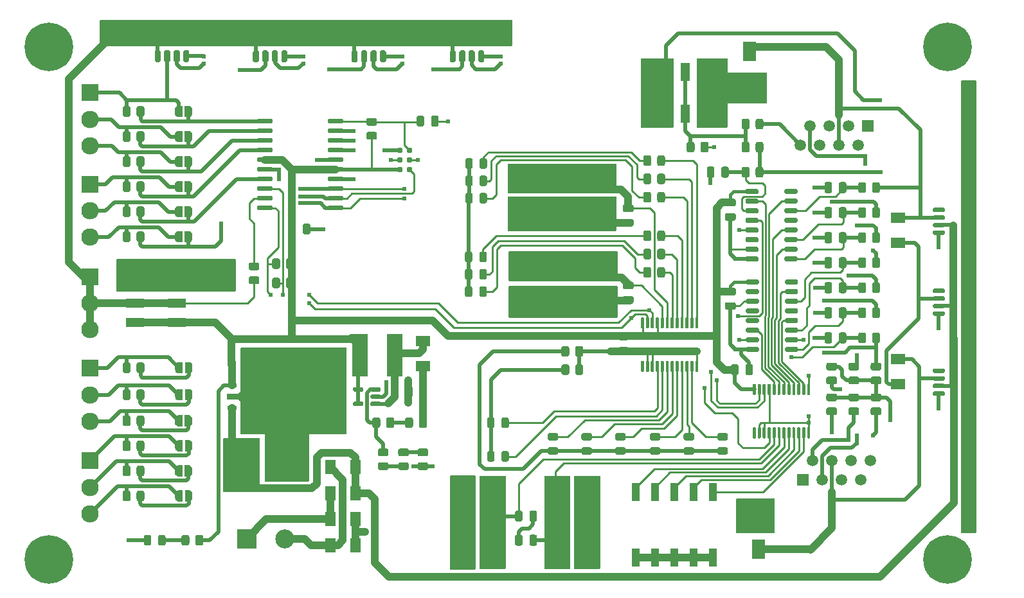
<source format=gtl>
G04 #@! TF.GenerationSoftware,KiCad,Pcbnew,6.0.10-86aedd382b~118~ubuntu18.04.1*
G04 #@! TF.CreationDate,2024-12-06T10:37:32-07:00*
G04 #@! TF.ProjectId,mss-cascade-adv,6d73732d-6361-4736-9361-64652d616476,rev?*
G04 #@! TF.SameCoordinates,Original*
G04 #@! TF.FileFunction,Copper,L1,Top*
G04 #@! TF.FilePolarity,Positive*
%FSLAX46Y46*%
G04 Gerber Fmt 4.6, Leading zero omitted, Abs format (unit mm)*
G04 Created by KiCad (PCBNEW 6.0.10-86aedd382b~118~ubuntu18.04.1) date 2024-12-06 10:37:32*
%MOMM*%
%LPD*%
G01*
G04 APERTURE LIST*
G04 #@! TA.AperFunction,SMDPad,CuDef*
%ADD10R,1.400000X1.900000*%
G04 #@! TD*
G04 #@! TA.AperFunction,ComponentPad*
%ADD11C,6.400000*%
G04 #@! TD*
G04 #@! TA.AperFunction,ComponentPad*
%ADD12R,2.300000X2.300000*%
G04 #@! TD*
G04 #@! TA.AperFunction,ComponentPad*
%ADD13C,2.300000*%
G04 #@! TD*
G04 #@! TA.AperFunction,ConnectorPad*
%ADD14C,0.787400*%
G04 #@! TD*
G04 #@! TA.AperFunction,SMDPad,CuDef*
%ADD15R,1.193800X2.489200*%
G04 #@! TD*
G04 #@! TA.AperFunction,ComponentPad*
%ADD16R,1.500000X1.500000*%
G04 #@! TD*
G04 #@! TA.AperFunction,ComponentPad*
%ADD17C,1.500000*%
G04 #@! TD*
G04 #@! TA.AperFunction,ComponentPad*
%ADD18R,2.500000X2.500000*%
G04 #@! TD*
G04 #@! TA.AperFunction,ComponentPad*
%ADD19C,2.500000*%
G04 #@! TD*
G04 #@! TA.AperFunction,SMDPad,CuDef*
%ADD20R,2.489200X1.193800*%
G04 #@! TD*
G04 #@! TA.AperFunction,SMDPad,CuDef*
%ADD21R,1.800000X2.500000*%
G04 #@! TD*
G04 #@! TA.AperFunction,SMDPad,CuDef*
%ADD22R,1.900000X1.400000*%
G04 #@! TD*
G04 #@! TA.AperFunction,SMDPad,CuDef*
%ADD23R,1.300000X0.550000*%
G04 #@! TD*
G04 #@! TA.AperFunction,SMDPad,CuDef*
%ADD24R,2.108200X5.562600*%
G04 #@! TD*
G04 #@! TA.AperFunction,SMDPad,CuDef*
%ADD25R,1.120000X2.440000*%
G04 #@! TD*
G04 #@! TA.AperFunction,ViaPad*
%ADD26C,0.609600*%
G04 #@! TD*
G04 #@! TA.AperFunction,Conductor*
%ADD27C,0.508000*%
G04 #@! TD*
G04 #@! TA.AperFunction,Conductor*
%ADD28C,0.254000*%
G04 #@! TD*
G04 #@! TA.AperFunction,Conductor*
%ADD29C,1.016000*%
G04 #@! TD*
G04 #@! TA.AperFunction,Conductor*
%ADD30C,0.457200*%
G04 #@! TD*
G04 APERTURE END LIST*
G04 #@! TA.AperFunction,SMDPad,CuDef*
G36*
G01*
X104935000Y-157554000D02*
X105885000Y-157554000D01*
G75*
G02*
X106135000Y-157804000I0J-250000D01*
G01*
X106135000Y-158304000D01*
G75*
G02*
X105885000Y-158554000I-250000J0D01*
G01*
X104935000Y-158554000D01*
G75*
G02*
X104685000Y-158304000I0J250000D01*
G01*
X104685000Y-157804000D01*
G75*
G02*
X104935000Y-157554000I250000J0D01*
G01*
G37*
G04 #@! TD.AperFunction*
G04 #@! TA.AperFunction,SMDPad,CuDef*
G36*
G01*
X104935000Y-159454000D02*
X105885000Y-159454000D01*
G75*
G02*
X106135000Y-159704000I0J-250000D01*
G01*
X106135000Y-160204000D01*
G75*
G02*
X105885000Y-160454000I-250000J0D01*
G01*
X104935000Y-160454000D01*
G75*
G02*
X104685000Y-160204000I0J250000D01*
G01*
X104685000Y-159704000D01*
G75*
G02*
X104935000Y-159454000I250000J0D01*
G01*
G37*
G04 #@! TD.AperFunction*
G04 #@! TA.AperFunction,SMDPad,CuDef*
G36*
G01*
X47216000Y-185362000D02*
X47216000Y-184462000D01*
G75*
G02*
X47466000Y-184212000I250000J0D01*
G01*
X47991000Y-184212000D01*
G75*
G02*
X48241000Y-184462000I0J-250000D01*
G01*
X48241000Y-185362000D01*
G75*
G02*
X47991000Y-185612000I-250000J0D01*
G01*
X47466000Y-185612000D01*
G75*
G02*
X47216000Y-185362000I0J250000D01*
G01*
G37*
G04 #@! TD.AperFunction*
G04 #@! TA.AperFunction,SMDPad,CuDef*
G36*
G01*
X49041000Y-185362000D02*
X49041000Y-184462000D01*
G75*
G02*
X49291000Y-184212000I250000J0D01*
G01*
X49816000Y-184212000D01*
G75*
G02*
X50066000Y-184462000I0J-250000D01*
G01*
X50066000Y-185362000D01*
G75*
G02*
X49816000Y-185612000I-250000J0D01*
G01*
X49291000Y-185612000D01*
G75*
G02*
X49041000Y-185362000I0J250000D01*
G01*
G37*
G04 #@! TD.AperFunction*
D10*
X70103000Y-175260000D03*
X66803000Y-175260000D03*
G04 #@! TA.AperFunction,SMDPad,CuDef*
G36*
G01*
X94033000Y-184437000D02*
X94033000Y-185387000D01*
G75*
G02*
X93783000Y-185637000I-250000J0D01*
G01*
X93283000Y-185637000D01*
G75*
G02*
X93033000Y-185387000I0J250000D01*
G01*
X93033000Y-184437000D01*
G75*
G02*
X93283000Y-184187000I250000J0D01*
G01*
X93783000Y-184187000D01*
G75*
G02*
X94033000Y-184437000I0J-250000D01*
G01*
G37*
G04 #@! TD.AperFunction*
G04 #@! TA.AperFunction,SMDPad,CuDef*
G36*
G01*
X92133000Y-184437000D02*
X92133000Y-185387000D01*
G75*
G02*
X91883000Y-185637000I-250000J0D01*
G01*
X91383000Y-185637000D01*
G75*
G02*
X91133000Y-185387000I0J250000D01*
G01*
X91133000Y-184437000D01*
G75*
G02*
X91383000Y-184187000I250000J0D01*
G01*
X91883000Y-184187000D01*
G75*
G02*
X92133000Y-184437000I0J-250000D01*
G01*
G37*
G04 #@! TD.AperFunction*
G04 #@! TA.AperFunction,SMDPad,CuDef*
G36*
G01*
X138234000Y-165580000D02*
X139134000Y-165580000D01*
G75*
G02*
X139384000Y-165830000I0J-250000D01*
G01*
X139384000Y-166355000D01*
G75*
G02*
X139134000Y-166605000I-250000J0D01*
G01*
X138234000Y-166605000D01*
G75*
G02*
X137984000Y-166355000I0J250000D01*
G01*
X137984000Y-165830000D01*
G75*
G02*
X138234000Y-165580000I250000J0D01*
G01*
G37*
G04 #@! TD.AperFunction*
G04 #@! TA.AperFunction,SMDPad,CuDef*
G36*
G01*
X138234000Y-167405000D02*
X139134000Y-167405000D01*
G75*
G02*
X139384000Y-167655000I0J-250000D01*
G01*
X139384000Y-168180000D01*
G75*
G02*
X139134000Y-168430000I-250000J0D01*
G01*
X138234000Y-168430000D01*
G75*
G02*
X137984000Y-168180000I0J250000D01*
G01*
X137984000Y-167655000D01*
G75*
G02*
X138234000Y-167405000I250000J0D01*
G01*
G37*
G04 #@! TD.AperFunction*
G04 #@! TA.AperFunction,SMDPad,CuDef*
G36*
G01*
X42319000Y-168714000D02*
X42319000Y-169614000D01*
G75*
G02*
X42069000Y-169864000I-250000J0D01*
G01*
X41544000Y-169864000D01*
G75*
G02*
X41294000Y-169614000I0J250000D01*
G01*
X41294000Y-168714000D01*
G75*
G02*
X41544000Y-168464000I250000J0D01*
G01*
X42069000Y-168464000D01*
G75*
G02*
X42319000Y-168714000I0J-250000D01*
G01*
G37*
G04 #@! TD.AperFunction*
G04 #@! TA.AperFunction,SMDPad,CuDef*
G36*
G01*
X40494000Y-168714000D02*
X40494000Y-169614000D01*
G75*
G02*
X40244000Y-169864000I-250000J0D01*
G01*
X39719000Y-169864000D01*
G75*
G02*
X39469000Y-169614000I0J250000D01*
G01*
X39469000Y-168714000D01*
G75*
G02*
X39719000Y-168464000I250000J0D01*
G01*
X40244000Y-168464000D01*
G75*
G02*
X40494000Y-168714000I0J-250000D01*
G01*
G37*
G04 #@! TD.AperFunction*
D11*
X29718000Y-119888000D03*
G04 #@! TA.AperFunction,SMDPad,CuDef*
G36*
G01*
X42319000Y-144457000D02*
X42319000Y-145357000D01*
G75*
G02*
X42069000Y-145607000I-250000J0D01*
G01*
X41544000Y-145607000D01*
G75*
G02*
X41294000Y-145357000I0J250000D01*
G01*
X41294000Y-144457000D01*
G75*
G02*
X41544000Y-144207000I250000J0D01*
G01*
X42069000Y-144207000D01*
G75*
G02*
X42319000Y-144457000I0J-250000D01*
G01*
G37*
G04 #@! TD.AperFunction*
G04 #@! TA.AperFunction,SMDPad,CuDef*
G36*
G01*
X40494000Y-144457000D02*
X40494000Y-145357000D01*
G75*
G02*
X40244000Y-145607000I-250000J0D01*
G01*
X39719000Y-145607000D01*
G75*
G02*
X39469000Y-145357000I0J250000D01*
G01*
X39469000Y-144457000D01*
G75*
G02*
X39719000Y-144207000I250000J0D01*
G01*
X40244000Y-144207000D01*
G75*
G02*
X40494000Y-144457000I0J-250000D01*
G01*
G37*
G04 #@! TD.AperFunction*
G04 #@! TA.AperFunction,SMDPad,CuDef*
G36*
G01*
X147596000Y-165884000D02*
X146346000Y-165884000D01*
G75*
G02*
X146196000Y-165734000I0J150000D01*
G01*
X146196000Y-165434000D01*
G75*
G02*
X146346000Y-165284000I150000J0D01*
G01*
X147596000Y-165284000D01*
G75*
G02*
X147746000Y-165434000I0J-150000D01*
G01*
X147746000Y-165734000D01*
G75*
G02*
X147596000Y-165884000I-150000J0D01*
G01*
G37*
G04 #@! TD.AperFunction*
G04 #@! TA.AperFunction,SMDPad,CuDef*
G36*
G01*
X147596000Y-164884000D02*
X146346000Y-164884000D01*
G75*
G02*
X146196000Y-164734000I0J150000D01*
G01*
X146196000Y-164434000D01*
G75*
G02*
X146346000Y-164284000I150000J0D01*
G01*
X147596000Y-164284000D01*
G75*
G02*
X147746000Y-164434000I0J-150000D01*
G01*
X147746000Y-164734000D01*
G75*
G02*
X147596000Y-164884000I-150000J0D01*
G01*
G37*
G04 #@! TD.AperFunction*
G04 #@! TA.AperFunction,SMDPad,CuDef*
G36*
G01*
X147596000Y-163884000D02*
X146346000Y-163884000D01*
G75*
G02*
X146196000Y-163734000I0J150000D01*
G01*
X146196000Y-163434000D01*
G75*
G02*
X146346000Y-163284000I150000J0D01*
G01*
X147596000Y-163284000D01*
G75*
G02*
X147746000Y-163434000I0J-150000D01*
G01*
X147746000Y-163734000D01*
G75*
G02*
X147596000Y-163884000I-150000J0D01*
G01*
G37*
G04 #@! TD.AperFunction*
G04 #@! TA.AperFunction,SMDPad,CuDef*
G36*
G01*
X147596000Y-162884000D02*
X146346000Y-162884000D01*
G75*
G02*
X146196000Y-162734000I0J150000D01*
G01*
X146196000Y-162434000D01*
G75*
G02*
X146346000Y-162284000I150000J0D01*
G01*
X147596000Y-162284000D01*
G75*
G02*
X147746000Y-162434000I0J-150000D01*
G01*
X147746000Y-162734000D01*
G75*
G02*
X147596000Y-162884000I-150000J0D01*
G01*
G37*
G04 #@! TD.AperFunction*
G04 #@! TA.AperFunction,SMDPad,CuDef*
G36*
G01*
X151496000Y-161884000D02*
X150196000Y-161884000D01*
G75*
G02*
X149946000Y-161634000I0J250000D01*
G01*
X149946000Y-160934000D01*
G75*
G02*
X150196000Y-160684000I250000J0D01*
G01*
X151496000Y-160684000D01*
G75*
G02*
X151746000Y-160934000I0J-250000D01*
G01*
X151746000Y-161634000D01*
G75*
G02*
X151496000Y-161884000I-250000J0D01*
G01*
G37*
G04 #@! TD.AperFunction*
G04 #@! TA.AperFunction,SMDPad,CuDef*
G36*
G01*
X151496000Y-167484000D02*
X150196000Y-167484000D01*
G75*
G02*
X149946000Y-167234000I0J250000D01*
G01*
X149946000Y-166534000D01*
G75*
G02*
X150196000Y-166284000I250000J0D01*
G01*
X151496000Y-166284000D01*
G75*
G02*
X151746000Y-166534000I0J-250000D01*
G01*
X151746000Y-167234000D01*
G75*
G02*
X151496000Y-167484000I-250000J0D01*
G01*
G37*
G04 #@! TD.AperFunction*
G04 #@! TA.AperFunction,SMDPad,CuDef*
G36*
X47648000Y-175018000D02*
G01*
X48148000Y-175018000D01*
X48148000Y-175022967D01*
X48227941Y-175024432D01*
X48363256Y-175066707D01*
X48481266Y-175145262D01*
X48572486Y-175253781D01*
X48629581Y-175383540D01*
X48647164Y-175518000D01*
X48648000Y-175518000D01*
X48648000Y-176018000D01*
X48647164Y-176018000D01*
X48647963Y-176024109D01*
X48626152Y-176164186D01*
X48565904Y-176292511D01*
X48472060Y-176398769D01*
X48352165Y-176474417D01*
X48215858Y-176513374D01*
X48148000Y-176512959D01*
X48148000Y-176518000D01*
X47648000Y-176518000D01*
X47648000Y-175018000D01*
G37*
G04 #@! TD.AperFunction*
G04 #@! TA.AperFunction,SMDPad,CuDef*
G36*
X46848000Y-176512959D02*
G01*
X46774095Y-176512508D01*
X46638274Y-176471889D01*
X46519312Y-176394782D01*
X46426774Y-176287385D01*
X46368097Y-176158333D01*
X46348000Y-176018000D01*
X46348000Y-175518000D01*
X46348149Y-175505784D01*
X46371669Y-175365983D01*
X46433481Y-175238404D01*
X46528616Y-175133300D01*
X46649426Y-175059123D01*
X46786199Y-175021834D01*
X46848000Y-175022967D01*
X46848000Y-175018000D01*
X47348000Y-175018000D01*
X47348000Y-176518000D01*
X46848000Y-176518000D01*
X46848000Y-176512959D01*
G37*
G04 #@! TD.AperFunction*
G04 #@! TA.AperFunction,SMDPad,CuDef*
G36*
G01*
X84602500Y-137997250D02*
X84602500Y-137084750D01*
G75*
G02*
X84846250Y-136841000I243750J0D01*
G01*
X85333750Y-136841000D01*
G75*
G02*
X85577500Y-137084750I0J-243750D01*
G01*
X85577500Y-137997250D01*
G75*
G02*
X85333750Y-138241000I-243750J0D01*
G01*
X84846250Y-138241000D01*
G75*
G02*
X84602500Y-137997250I0J243750D01*
G01*
G37*
G04 #@! TD.AperFunction*
G04 #@! TA.AperFunction,SMDPad,CuDef*
G36*
G01*
X86477500Y-137997250D02*
X86477500Y-137084750D01*
G75*
G02*
X86721250Y-136841000I243750J0D01*
G01*
X87208750Y-136841000D01*
G75*
G02*
X87452500Y-137084750I0J-243750D01*
G01*
X87452500Y-137997250D01*
G75*
G02*
X87208750Y-138241000I-243750J0D01*
G01*
X86721250Y-138241000D01*
G75*
G02*
X86477500Y-137997250I0J243750D01*
G01*
G37*
G04 #@! TD.AperFunction*
G04 #@! TA.AperFunction,SMDPad,CuDef*
G36*
G01*
X121518000Y-151026000D02*
X121518000Y-150726000D01*
G75*
G02*
X121668000Y-150576000I150000J0D01*
G01*
X123118000Y-150576000D01*
G75*
G02*
X123268000Y-150726000I0J-150000D01*
G01*
X123268000Y-151026000D01*
G75*
G02*
X123118000Y-151176000I-150000J0D01*
G01*
X121668000Y-151176000D01*
G75*
G02*
X121518000Y-151026000I0J150000D01*
G01*
G37*
G04 #@! TD.AperFunction*
G04 #@! TA.AperFunction,SMDPad,CuDef*
G36*
G01*
X121518000Y-152296000D02*
X121518000Y-151996000D01*
G75*
G02*
X121668000Y-151846000I150000J0D01*
G01*
X123118000Y-151846000D01*
G75*
G02*
X123268000Y-151996000I0J-150000D01*
G01*
X123268000Y-152296000D01*
G75*
G02*
X123118000Y-152446000I-150000J0D01*
G01*
X121668000Y-152446000D01*
G75*
G02*
X121518000Y-152296000I0J150000D01*
G01*
G37*
G04 #@! TD.AperFunction*
G04 #@! TA.AperFunction,SMDPad,CuDef*
G36*
G01*
X121518000Y-153566000D02*
X121518000Y-153266000D01*
G75*
G02*
X121668000Y-153116000I150000J0D01*
G01*
X123118000Y-153116000D01*
G75*
G02*
X123268000Y-153266000I0J-150000D01*
G01*
X123268000Y-153566000D01*
G75*
G02*
X123118000Y-153716000I-150000J0D01*
G01*
X121668000Y-153716000D01*
G75*
G02*
X121518000Y-153566000I0J150000D01*
G01*
G37*
G04 #@! TD.AperFunction*
G04 #@! TA.AperFunction,SMDPad,CuDef*
G36*
G01*
X121518000Y-154836000D02*
X121518000Y-154536000D01*
G75*
G02*
X121668000Y-154386000I150000J0D01*
G01*
X123118000Y-154386000D01*
G75*
G02*
X123268000Y-154536000I0J-150000D01*
G01*
X123268000Y-154836000D01*
G75*
G02*
X123118000Y-154986000I-150000J0D01*
G01*
X121668000Y-154986000D01*
G75*
G02*
X121518000Y-154836000I0J150000D01*
G01*
G37*
G04 #@! TD.AperFunction*
G04 #@! TA.AperFunction,SMDPad,CuDef*
G36*
G01*
X121518000Y-156106000D02*
X121518000Y-155806000D01*
G75*
G02*
X121668000Y-155656000I150000J0D01*
G01*
X123118000Y-155656000D01*
G75*
G02*
X123268000Y-155806000I0J-150000D01*
G01*
X123268000Y-156106000D01*
G75*
G02*
X123118000Y-156256000I-150000J0D01*
G01*
X121668000Y-156256000D01*
G75*
G02*
X121518000Y-156106000I0J150000D01*
G01*
G37*
G04 #@! TD.AperFunction*
G04 #@! TA.AperFunction,SMDPad,CuDef*
G36*
G01*
X121518000Y-157376000D02*
X121518000Y-157076000D01*
G75*
G02*
X121668000Y-156926000I150000J0D01*
G01*
X123118000Y-156926000D01*
G75*
G02*
X123268000Y-157076000I0J-150000D01*
G01*
X123268000Y-157376000D01*
G75*
G02*
X123118000Y-157526000I-150000J0D01*
G01*
X121668000Y-157526000D01*
G75*
G02*
X121518000Y-157376000I0J150000D01*
G01*
G37*
G04 #@! TD.AperFunction*
G04 #@! TA.AperFunction,SMDPad,CuDef*
G36*
G01*
X121518000Y-158646000D02*
X121518000Y-158346000D01*
G75*
G02*
X121668000Y-158196000I150000J0D01*
G01*
X123118000Y-158196000D01*
G75*
G02*
X123268000Y-158346000I0J-150000D01*
G01*
X123268000Y-158646000D01*
G75*
G02*
X123118000Y-158796000I-150000J0D01*
G01*
X121668000Y-158796000D01*
G75*
G02*
X121518000Y-158646000I0J150000D01*
G01*
G37*
G04 #@! TD.AperFunction*
G04 #@! TA.AperFunction,SMDPad,CuDef*
G36*
G01*
X121518000Y-159916000D02*
X121518000Y-159616000D01*
G75*
G02*
X121668000Y-159466000I150000J0D01*
G01*
X123118000Y-159466000D01*
G75*
G02*
X123268000Y-159616000I0J-150000D01*
G01*
X123268000Y-159916000D01*
G75*
G02*
X123118000Y-160066000I-150000J0D01*
G01*
X121668000Y-160066000D01*
G75*
G02*
X121518000Y-159916000I0J150000D01*
G01*
G37*
G04 #@! TD.AperFunction*
G04 #@! TA.AperFunction,SMDPad,CuDef*
G36*
G01*
X126668000Y-159916000D02*
X126668000Y-159616000D01*
G75*
G02*
X126818000Y-159466000I150000J0D01*
G01*
X128268000Y-159466000D01*
G75*
G02*
X128418000Y-159616000I0J-150000D01*
G01*
X128418000Y-159916000D01*
G75*
G02*
X128268000Y-160066000I-150000J0D01*
G01*
X126818000Y-160066000D01*
G75*
G02*
X126668000Y-159916000I0J150000D01*
G01*
G37*
G04 #@! TD.AperFunction*
G04 #@! TA.AperFunction,SMDPad,CuDef*
G36*
G01*
X126668000Y-158646000D02*
X126668000Y-158346000D01*
G75*
G02*
X126818000Y-158196000I150000J0D01*
G01*
X128268000Y-158196000D01*
G75*
G02*
X128418000Y-158346000I0J-150000D01*
G01*
X128418000Y-158646000D01*
G75*
G02*
X128268000Y-158796000I-150000J0D01*
G01*
X126818000Y-158796000D01*
G75*
G02*
X126668000Y-158646000I0J150000D01*
G01*
G37*
G04 #@! TD.AperFunction*
G04 #@! TA.AperFunction,SMDPad,CuDef*
G36*
G01*
X126668000Y-157376000D02*
X126668000Y-157076000D01*
G75*
G02*
X126818000Y-156926000I150000J0D01*
G01*
X128268000Y-156926000D01*
G75*
G02*
X128418000Y-157076000I0J-150000D01*
G01*
X128418000Y-157376000D01*
G75*
G02*
X128268000Y-157526000I-150000J0D01*
G01*
X126818000Y-157526000D01*
G75*
G02*
X126668000Y-157376000I0J150000D01*
G01*
G37*
G04 #@! TD.AperFunction*
G04 #@! TA.AperFunction,SMDPad,CuDef*
G36*
G01*
X126668000Y-156106000D02*
X126668000Y-155806000D01*
G75*
G02*
X126818000Y-155656000I150000J0D01*
G01*
X128268000Y-155656000D01*
G75*
G02*
X128418000Y-155806000I0J-150000D01*
G01*
X128418000Y-156106000D01*
G75*
G02*
X128268000Y-156256000I-150000J0D01*
G01*
X126818000Y-156256000D01*
G75*
G02*
X126668000Y-156106000I0J150000D01*
G01*
G37*
G04 #@! TD.AperFunction*
G04 #@! TA.AperFunction,SMDPad,CuDef*
G36*
G01*
X126668000Y-154836000D02*
X126668000Y-154536000D01*
G75*
G02*
X126818000Y-154386000I150000J0D01*
G01*
X128268000Y-154386000D01*
G75*
G02*
X128418000Y-154536000I0J-150000D01*
G01*
X128418000Y-154836000D01*
G75*
G02*
X128268000Y-154986000I-150000J0D01*
G01*
X126818000Y-154986000D01*
G75*
G02*
X126668000Y-154836000I0J150000D01*
G01*
G37*
G04 #@! TD.AperFunction*
G04 #@! TA.AperFunction,SMDPad,CuDef*
G36*
G01*
X126668000Y-153566000D02*
X126668000Y-153266000D01*
G75*
G02*
X126818000Y-153116000I150000J0D01*
G01*
X128268000Y-153116000D01*
G75*
G02*
X128418000Y-153266000I0J-150000D01*
G01*
X128418000Y-153566000D01*
G75*
G02*
X128268000Y-153716000I-150000J0D01*
G01*
X126818000Y-153716000D01*
G75*
G02*
X126668000Y-153566000I0J150000D01*
G01*
G37*
G04 #@! TD.AperFunction*
G04 #@! TA.AperFunction,SMDPad,CuDef*
G36*
G01*
X126668000Y-152296000D02*
X126668000Y-151996000D01*
G75*
G02*
X126818000Y-151846000I150000J0D01*
G01*
X128268000Y-151846000D01*
G75*
G02*
X128418000Y-151996000I0J-150000D01*
G01*
X128418000Y-152296000D01*
G75*
G02*
X128268000Y-152446000I-150000J0D01*
G01*
X126818000Y-152446000D01*
G75*
G02*
X126668000Y-152296000I0J150000D01*
G01*
G37*
G04 #@! TD.AperFunction*
G04 #@! TA.AperFunction,SMDPad,CuDef*
G36*
G01*
X126668000Y-151026000D02*
X126668000Y-150726000D01*
G75*
G02*
X126818000Y-150576000I150000J0D01*
G01*
X128268000Y-150576000D01*
G75*
G02*
X128418000Y-150726000I0J-150000D01*
G01*
X128418000Y-151026000D01*
G75*
G02*
X128268000Y-151176000I-150000J0D01*
G01*
X126818000Y-151176000D01*
G75*
G02*
X126668000Y-151026000I0J150000D01*
G01*
G37*
G04 #@! TD.AperFunction*
G04 #@! TA.AperFunction,SMDPad,CuDef*
G36*
G01*
X139196500Y-141282000D02*
X139196500Y-142182000D01*
G75*
G02*
X138946500Y-142432000I-250000J0D01*
G01*
X138421500Y-142432000D01*
G75*
G02*
X138171500Y-142182000I0J250000D01*
G01*
X138171500Y-141282000D01*
G75*
G02*
X138421500Y-141032000I250000J0D01*
G01*
X138946500Y-141032000D01*
G75*
G02*
X139196500Y-141282000I0J-250000D01*
G01*
G37*
G04 #@! TD.AperFunction*
G04 #@! TA.AperFunction,SMDPad,CuDef*
G36*
G01*
X137371500Y-141282000D02*
X137371500Y-142182000D01*
G75*
G02*
X137121500Y-142432000I-250000J0D01*
G01*
X136596500Y-142432000D01*
G75*
G02*
X136346500Y-142182000I0J250000D01*
G01*
X136346500Y-141282000D01*
G75*
G02*
X136596500Y-141032000I250000J0D01*
G01*
X137121500Y-141032000D01*
G75*
G02*
X137371500Y-141282000I0J-250000D01*
G01*
G37*
G04 #@! TD.AperFunction*
D12*
X35179000Y-174427000D03*
D13*
X35179000Y-177927000D03*
X35179000Y-181427000D03*
G04 #@! TA.AperFunction,SMDPad,CuDef*
G36*
X47648000Y-168414000D02*
G01*
X48148000Y-168414000D01*
X48148000Y-168418967D01*
X48227941Y-168420432D01*
X48363256Y-168462707D01*
X48481266Y-168541262D01*
X48572486Y-168649781D01*
X48629581Y-168779540D01*
X48647164Y-168914000D01*
X48648000Y-168914000D01*
X48648000Y-169414000D01*
X48647164Y-169414000D01*
X48647963Y-169420109D01*
X48626152Y-169560186D01*
X48565904Y-169688511D01*
X48472060Y-169794769D01*
X48352165Y-169870417D01*
X48215858Y-169909374D01*
X48148000Y-169908959D01*
X48148000Y-169914000D01*
X47648000Y-169914000D01*
X47648000Y-168414000D01*
G37*
G04 #@! TD.AperFunction*
G04 #@! TA.AperFunction,SMDPad,CuDef*
G36*
X46848000Y-169908959D02*
G01*
X46774095Y-169908508D01*
X46638274Y-169867889D01*
X46519312Y-169790782D01*
X46426774Y-169683385D01*
X46368097Y-169554333D01*
X46348000Y-169414000D01*
X46348000Y-168914000D01*
X46348149Y-168901784D01*
X46371669Y-168761983D01*
X46433481Y-168634404D01*
X46528616Y-168529300D01*
X46649426Y-168455123D01*
X46786199Y-168417834D01*
X46848000Y-168418967D01*
X46848000Y-168414000D01*
X47348000Y-168414000D01*
X47348000Y-169914000D01*
X46848000Y-169914000D01*
X46848000Y-169908959D01*
G37*
G04 #@! TD.AperFunction*
D12*
X35179000Y-125913000D03*
D13*
X35179000Y-129413000D03*
X35179000Y-132913000D03*
G04 #@! TA.AperFunction,SMDPad,CuDef*
G36*
G01*
X73428000Y-166789000D02*
X73428000Y-167089000D01*
G75*
G02*
X73278000Y-167239000I-150000J0D01*
G01*
X72253000Y-167239000D01*
G75*
G02*
X72103000Y-167089000I0J150000D01*
G01*
X72103000Y-166789000D01*
G75*
G02*
X72253000Y-166639000I150000J0D01*
G01*
X73278000Y-166639000D01*
G75*
G02*
X73428000Y-166789000I0J-150000D01*
G01*
G37*
G04 #@! TD.AperFunction*
G04 #@! TA.AperFunction,SMDPad,CuDef*
G36*
G01*
X73428000Y-165839000D02*
X73428000Y-166139000D01*
G75*
G02*
X73278000Y-166289000I-150000J0D01*
G01*
X72253000Y-166289000D01*
G75*
G02*
X72103000Y-166139000I0J150000D01*
G01*
X72103000Y-165839000D01*
G75*
G02*
X72253000Y-165689000I150000J0D01*
G01*
X73278000Y-165689000D01*
G75*
G02*
X73428000Y-165839000I0J-150000D01*
G01*
G37*
G04 #@! TD.AperFunction*
G04 #@! TA.AperFunction,SMDPad,CuDef*
G36*
G01*
X73428000Y-164889000D02*
X73428000Y-165189000D01*
G75*
G02*
X73278000Y-165339000I-150000J0D01*
G01*
X72253000Y-165339000D01*
G75*
G02*
X72103000Y-165189000I0J150000D01*
G01*
X72103000Y-164889000D01*
G75*
G02*
X72253000Y-164739000I150000J0D01*
G01*
X73278000Y-164739000D01*
G75*
G02*
X73428000Y-164889000I0J-150000D01*
G01*
G37*
G04 #@! TD.AperFunction*
G04 #@! TA.AperFunction,SMDPad,CuDef*
G36*
G01*
X71153000Y-164889000D02*
X71153000Y-165189000D01*
G75*
G02*
X71003000Y-165339000I-150000J0D01*
G01*
X69978000Y-165339000D01*
G75*
G02*
X69828000Y-165189000I0J150000D01*
G01*
X69828000Y-164889000D01*
G75*
G02*
X69978000Y-164739000I150000J0D01*
G01*
X71003000Y-164739000D01*
G75*
G02*
X71153000Y-164889000I0J-150000D01*
G01*
G37*
G04 #@! TD.AperFunction*
G04 #@! TA.AperFunction,SMDPad,CuDef*
G36*
G01*
X71153000Y-166789000D02*
X71153000Y-167089000D01*
G75*
G02*
X71003000Y-167239000I-150000J0D01*
G01*
X69978000Y-167239000D01*
G75*
G02*
X69828000Y-167089000I0J150000D01*
G01*
X69828000Y-166789000D01*
G75*
G02*
X69978000Y-166639000I150000J0D01*
G01*
X71003000Y-166639000D01*
G75*
G02*
X71153000Y-166789000I0J-150000D01*
G01*
G37*
G04 #@! TD.AperFunction*
G04 #@! TA.AperFunction,SMDPad,CuDef*
G36*
G01*
X121003000Y-133546000D02*
X121003000Y-132646000D01*
G75*
G02*
X121253000Y-132396000I250000J0D01*
G01*
X121778000Y-132396000D01*
G75*
G02*
X122028000Y-132646000I0J-250000D01*
G01*
X122028000Y-133546000D01*
G75*
G02*
X121778000Y-133796000I-250000J0D01*
G01*
X121253000Y-133796000D01*
G75*
G02*
X121003000Y-133546000I0J250000D01*
G01*
G37*
G04 #@! TD.AperFunction*
G04 #@! TA.AperFunction,SMDPad,CuDef*
G36*
G01*
X122828000Y-133546000D02*
X122828000Y-132646000D01*
G75*
G02*
X123078000Y-132396000I250000J0D01*
G01*
X123603000Y-132396000D01*
G75*
G02*
X123853000Y-132646000I0J-250000D01*
G01*
X123853000Y-133546000D01*
G75*
G02*
X123603000Y-133796000I-250000J0D01*
G01*
X123078000Y-133796000D01*
G75*
G02*
X122828000Y-133546000I0J250000D01*
G01*
G37*
G04 #@! TD.AperFunction*
G04 #@! TA.AperFunction,SMDPad,CuDef*
G36*
X47648000Y-134251000D02*
G01*
X48148000Y-134251000D01*
X48148000Y-134255967D01*
X48227941Y-134257432D01*
X48363256Y-134299707D01*
X48481266Y-134378262D01*
X48572486Y-134486781D01*
X48629581Y-134616540D01*
X48647164Y-134751000D01*
X48648000Y-134751000D01*
X48648000Y-135251000D01*
X48647164Y-135251000D01*
X48647963Y-135257109D01*
X48626152Y-135397186D01*
X48565904Y-135525511D01*
X48472060Y-135631769D01*
X48352165Y-135707417D01*
X48215858Y-135746374D01*
X48148000Y-135745959D01*
X48148000Y-135751000D01*
X47648000Y-135751000D01*
X47648000Y-134251000D01*
G37*
G04 #@! TD.AperFunction*
G04 #@! TA.AperFunction,SMDPad,CuDef*
G36*
X46848000Y-135745959D02*
G01*
X46774095Y-135745508D01*
X46638274Y-135704889D01*
X46519312Y-135627782D01*
X46426774Y-135520385D01*
X46368097Y-135391333D01*
X46348000Y-135251000D01*
X46348000Y-134751000D01*
X46348149Y-134738784D01*
X46371669Y-134598983D01*
X46433481Y-134471404D01*
X46528616Y-134366300D01*
X46649426Y-134292123D01*
X46786199Y-134254834D01*
X46848000Y-134255967D01*
X46848000Y-134251000D01*
X47348000Y-134251000D01*
X47348000Y-135751000D01*
X46848000Y-135751000D01*
X46848000Y-135745959D01*
G37*
G04 #@! TD.AperFunction*
D14*
X77216000Y-136017000D03*
X75946000Y-136017000D03*
X77216000Y-134747000D03*
X75946000Y-134747000D03*
X77216000Y-133477000D03*
X75946000Y-133477000D03*
G04 #@! TA.AperFunction,SMDPad,CuDef*
G36*
G01*
X95887000Y-186253000D02*
X96991000Y-186253000D01*
G75*
G02*
X97129000Y-186391000I0J-138000D01*
G01*
X97129000Y-188215000D01*
G75*
G02*
X96991000Y-188353000I-138000J0D01*
G01*
X95887000Y-188353000D01*
G75*
G02*
X95749000Y-188215000I0J138000D01*
G01*
X95749000Y-186391000D01*
G75*
G02*
X95887000Y-186253000I138000J0D01*
G01*
G37*
G04 #@! TD.AperFunction*
G04 #@! TA.AperFunction,SMDPad,CuDef*
G36*
G01*
X95887000Y-177153000D02*
X96991000Y-177153000D01*
G75*
G02*
X97129000Y-177291000I0J-138000D01*
G01*
X97129000Y-179115000D01*
G75*
G02*
X96991000Y-179253000I-138000J0D01*
G01*
X95887000Y-179253000D01*
G75*
G02*
X95749000Y-179115000I0J138000D01*
G01*
X95749000Y-177291000D01*
G75*
G02*
X95887000Y-177153000I138000J0D01*
G01*
G37*
G04 #@! TD.AperFunction*
G04 #@! TA.AperFunction,SMDPad,CuDef*
G36*
G01*
X100367000Y-186253000D02*
X101471000Y-186253000D01*
G75*
G02*
X101609000Y-186391000I0J-138000D01*
G01*
X101609000Y-188215000D01*
G75*
G02*
X101471000Y-188353000I-138000J0D01*
G01*
X100367000Y-188353000D01*
G75*
G02*
X100229000Y-188215000I0J138000D01*
G01*
X100229000Y-186391000D01*
G75*
G02*
X100367000Y-186253000I138000J0D01*
G01*
G37*
G04 #@! TD.AperFunction*
G04 #@! TA.AperFunction,SMDPad,CuDef*
G36*
G01*
X100367000Y-177153000D02*
X101471000Y-177153000D01*
G75*
G02*
X101609000Y-177291000I0J-138000D01*
G01*
X101609000Y-179115000D01*
G75*
G02*
X101471000Y-179253000I-138000J0D01*
G01*
X100367000Y-179253000D01*
G75*
G02*
X100229000Y-179115000I0J138000D01*
G01*
X100229000Y-177291000D01*
G75*
G02*
X100367000Y-177153000I138000J0D01*
G01*
G37*
G04 #@! TD.AperFunction*
G04 #@! TA.AperFunction,SMDPad,CuDef*
G36*
G01*
X84554000Y-150316250D02*
X84554000Y-149403750D01*
G75*
G02*
X84797750Y-149160000I243750J0D01*
G01*
X85285250Y-149160000D01*
G75*
G02*
X85529000Y-149403750I0J-243750D01*
G01*
X85529000Y-150316250D01*
G75*
G02*
X85285250Y-150560000I-243750J0D01*
G01*
X84797750Y-150560000D01*
G75*
G02*
X84554000Y-150316250I0J243750D01*
G01*
G37*
G04 #@! TD.AperFunction*
G04 #@! TA.AperFunction,SMDPad,CuDef*
G36*
G01*
X86429000Y-150316250D02*
X86429000Y-149403750D01*
G75*
G02*
X86672750Y-149160000I243750J0D01*
G01*
X87160250Y-149160000D01*
G75*
G02*
X87404000Y-149403750I0J-243750D01*
G01*
X87404000Y-150316250D01*
G75*
G02*
X87160250Y-150560000I-243750J0D01*
G01*
X86672750Y-150560000D01*
G75*
G02*
X86429000Y-150316250I0J243750D01*
G01*
G37*
G04 #@! TD.AperFunction*
G04 #@! TA.AperFunction,SMDPad,CuDef*
G36*
G01*
X134800000Y-154465000D02*
X134800000Y-155415000D01*
G75*
G02*
X134550000Y-155665000I-250000J0D01*
G01*
X134050000Y-155665000D01*
G75*
G02*
X133800000Y-155415000I0J250000D01*
G01*
X133800000Y-154465000D01*
G75*
G02*
X134050000Y-154215000I250000J0D01*
G01*
X134550000Y-154215000D01*
G75*
G02*
X134800000Y-154465000I0J-250000D01*
G01*
G37*
G04 #@! TD.AperFunction*
G04 #@! TA.AperFunction,SMDPad,CuDef*
G36*
G01*
X132900000Y-154465000D02*
X132900000Y-155415000D01*
G75*
G02*
X132650000Y-155665000I-250000J0D01*
G01*
X132150000Y-155665000D01*
G75*
G02*
X131900000Y-155415000I0J250000D01*
G01*
X131900000Y-154465000D01*
G75*
G02*
X132150000Y-154215000I250000J0D01*
G01*
X132650000Y-154215000D01*
G75*
G02*
X132900000Y-154465000I0J-250000D01*
G01*
G37*
G04 #@! TD.AperFunction*
G04 #@! TA.AperFunction,SMDPad,CuDef*
G36*
G01*
X61163000Y-120537000D02*
X61163000Y-121737000D01*
G75*
G02*
X60963000Y-121937000I-200000J0D01*
G01*
X60563000Y-121937000D01*
G75*
G02*
X60363000Y-121737000I0J200000D01*
G01*
X60363000Y-120537000D01*
G75*
G02*
X60563000Y-120337000I200000J0D01*
G01*
X60963000Y-120337000D01*
G75*
G02*
X61163000Y-120537000I0J-200000D01*
G01*
G37*
G04 #@! TD.AperFunction*
G04 #@! TA.AperFunction,SMDPad,CuDef*
G36*
G01*
X59913000Y-120537000D02*
X59913000Y-121737000D01*
G75*
G02*
X59713000Y-121937000I-200000J0D01*
G01*
X59313000Y-121937000D01*
G75*
G02*
X59113000Y-121737000I0J200000D01*
G01*
X59113000Y-120537000D01*
G75*
G02*
X59313000Y-120337000I200000J0D01*
G01*
X59713000Y-120337000D01*
G75*
G02*
X59913000Y-120537000I0J-200000D01*
G01*
G37*
G04 #@! TD.AperFunction*
G04 #@! TA.AperFunction,SMDPad,CuDef*
G36*
G01*
X58663000Y-120537000D02*
X58663000Y-121737000D01*
G75*
G02*
X58463000Y-121937000I-200000J0D01*
G01*
X58063000Y-121937000D01*
G75*
G02*
X57863000Y-121737000I0J200000D01*
G01*
X57863000Y-120537000D01*
G75*
G02*
X58063000Y-120337000I200000J0D01*
G01*
X58463000Y-120337000D01*
G75*
G02*
X58663000Y-120537000I0J-200000D01*
G01*
G37*
G04 #@! TD.AperFunction*
G04 #@! TA.AperFunction,SMDPad,CuDef*
G36*
G01*
X57413000Y-120537000D02*
X57413000Y-121737000D01*
G75*
G02*
X57213000Y-121937000I-200000J0D01*
G01*
X56813000Y-121937000D01*
G75*
G02*
X56613000Y-121737000I0J200000D01*
G01*
X56613000Y-120537000D01*
G75*
G02*
X56813000Y-120337000I200000J0D01*
G01*
X57213000Y-120337000D01*
G75*
G02*
X57413000Y-120537000I0J-200000D01*
G01*
G37*
G04 #@! TD.AperFunction*
G04 #@! TA.AperFunction,SMDPad,CuDef*
G36*
G01*
X55513000Y-116987001D02*
X55513000Y-119486999D01*
G75*
G02*
X55262999Y-119737000I-250001J0D01*
G01*
X53663001Y-119737000D01*
G75*
G02*
X53413000Y-119486999I0J250001D01*
G01*
X53413000Y-116987001D01*
G75*
G02*
X53663001Y-116737000I250001J0D01*
G01*
X55262999Y-116737000D01*
G75*
G02*
X55513000Y-116987001I0J-250001D01*
G01*
G37*
G04 #@! TD.AperFunction*
G04 #@! TA.AperFunction,SMDPad,CuDef*
G36*
G01*
X64363000Y-116987001D02*
X64363000Y-119486999D01*
G75*
G02*
X64112999Y-119737000I-250001J0D01*
G01*
X62513001Y-119737000D01*
G75*
G02*
X62263000Y-119486999I0J250001D01*
G01*
X62263000Y-116987001D01*
G75*
G02*
X62513001Y-116737000I250001J0D01*
G01*
X64112999Y-116737000D01*
G75*
G02*
X64363000Y-116987001I0J-250001D01*
G01*
G37*
G04 #@! TD.AperFunction*
G04 #@! TA.AperFunction,SMDPad,CuDef*
G36*
G01*
X96595250Y-173637000D02*
X95682750Y-173637000D01*
G75*
G02*
X95439000Y-173393250I0J243750D01*
G01*
X95439000Y-172905750D01*
G75*
G02*
X95682750Y-172662000I243750J0D01*
G01*
X96595250Y-172662000D01*
G75*
G02*
X96839000Y-172905750I0J-243750D01*
G01*
X96839000Y-173393250D01*
G75*
G02*
X96595250Y-173637000I-243750J0D01*
G01*
G37*
G04 #@! TD.AperFunction*
G04 #@! TA.AperFunction,SMDPad,CuDef*
G36*
G01*
X96595250Y-171762000D02*
X95682750Y-171762000D01*
G75*
G02*
X95439000Y-171518250I0J243750D01*
G01*
X95439000Y-171030750D01*
G75*
G02*
X95682750Y-170787000I243750J0D01*
G01*
X96595250Y-170787000D01*
G75*
G02*
X96839000Y-171030750I0J-243750D01*
G01*
X96839000Y-171518250D01*
G75*
G02*
X96595250Y-171762000I-243750J0D01*
G01*
G37*
G04 #@! TD.AperFunction*
G04 #@! TA.AperFunction,SMDPad,CuDef*
G36*
X47648000Y-127647000D02*
G01*
X48148000Y-127647000D01*
X48148000Y-127651967D01*
X48227941Y-127653432D01*
X48363256Y-127695707D01*
X48481266Y-127774262D01*
X48572486Y-127882781D01*
X48629581Y-128012540D01*
X48647164Y-128147000D01*
X48648000Y-128147000D01*
X48648000Y-128647000D01*
X48647164Y-128647000D01*
X48647963Y-128653109D01*
X48626152Y-128793186D01*
X48565904Y-128921511D01*
X48472060Y-129027769D01*
X48352165Y-129103417D01*
X48215858Y-129142374D01*
X48148000Y-129141959D01*
X48148000Y-129147000D01*
X47648000Y-129147000D01*
X47648000Y-127647000D01*
G37*
G04 #@! TD.AperFunction*
G04 #@! TA.AperFunction,SMDPad,CuDef*
G36*
X46848000Y-129141959D02*
G01*
X46774095Y-129141508D01*
X46638274Y-129100889D01*
X46519312Y-129023782D01*
X46426774Y-128916385D01*
X46368097Y-128787333D01*
X46348000Y-128647000D01*
X46348000Y-128147000D01*
X46348149Y-128134784D01*
X46371669Y-127994983D01*
X46433481Y-127867404D01*
X46528616Y-127762300D01*
X46649426Y-127688123D01*
X46786199Y-127650834D01*
X46848000Y-127651967D01*
X46848000Y-127647000D01*
X47348000Y-127647000D01*
X47348000Y-129147000D01*
X46848000Y-129147000D01*
X46848000Y-129141959D01*
G37*
G04 #@! TD.AperFunction*
G04 #@! TA.AperFunction,SMDPad,CuDef*
G36*
G01*
X139134000Y-164366000D02*
X138234000Y-164366000D01*
G75*
G02*
X137984000Y-164116000I0J250000D01*
G01*
X137984000Y-163591000D01*
G75*
G02*
X138234000Y-163341000I250000J0D01*
G01*
X139134000Y-163341000D01*
G75*
G02*
X139384000Y-163591000I0J-250000D01*
G01*
X139384000Y-164116000D01*
G75*
G02*
X139134000Y-164366000I-250000J0D01*
G01*
G37*
G04 #@! TD.AperFunction*
G04 #@! TA.AperFunction,SMDPad,CuDef*
G36*
G01*
X139134000Y-162541000D02*
X138234000Y-162541000D01*
G75*
G02*
X137984000Y-162291000I0J250000D01*
G01*
X137984000Y-161766000D01*
G75*
G02*
X138234000Y-161516000I250000J0D01*
G01*
X139134000Y-161516000D01*
G75*
G02*
X139384000Y-161766000I0J-250000D01*
G01*
X139384000Y-162291000D01*
G75*
G02*
X139134000Y-162541000I-250000J0D01*
G01*
G37*
G04 #@! TD.AperFunction*
G04 #@! TA.AperFunction,SMDPad,CuDef*
G36*
G01*
X84602500Y-135711250D02*
X84602500Y-134798750D01*
G75*
G02*
X84846250Y-134555000I243750J0D01*
G01*
X85333750Y-134555000D01*
G75*
G02*
X85577500Y-134798750I0J-243750D01*
G01*
X85577500Y-135711250D01*
G75*
G02*
X85333750Y-135955000I-243750J0D01*
G01*
X84846250Y-135955000D01*
G75*
G02*
X84602500Y-135711250I0J243750D01*
G01*
G37*
G04 #@! TD.AperFunction*
G04 #@! TA.AperFunction,SMDPad,CuDef*
G36*
G01*
X86477500Y-135711250D02*
X86477500Y-134798750D01*
G75*
G02*
X86721250Y-134555000I243750J0D01*
G01*
X87208750Y-134555000D01*
G75*
G02*
X87452500Y-134798750I0J-243750D01*
G01*
X87452500Y-135711250D01*
G75*
G02*
X87208750Y-135955000I-243750J0D01*
G01*
X86721250Y-135955000D01*
G75*
G02*
X86477500Y-135711250I0J243750D01*
G01*
G37*
G04 #@! TD.AperFunction*
G04 #@! TA.AperFunction,SMDPad,CuDef*
G36*
G01*
X134800000Y-137955000D02*
X134800000Y-138905000D01*
G75*
G02*
X134550000Y-139155000I-250000J0D01*
G01*
X134050000Y-139155000D01*
G75*
G02*
X133800000Y-138905000I0J250000D01*
G01*
X133800000Y-137955000D01*
G75*
G02*
X134050000Y-137705000I250000J0D01*
G01*
X134550000Y-137705000D01*
G75*
G02*
X134800000Y-137955000I0J-250000D01*
G01*
G37*
G04 #@! TD.AperFunction*
G04 #@! TA.AperFunction,SMDPad,CuDef*
G36*
G01*
X132900000Y-137955000D02*
X132900000Y-138905000D01*
G75*
G02*
X132650000Y-139155000I-250000J0D01*
G01*
X132150000Y-139155000D01*
G75*
G02*
X131900000Y-138905000I0J250000D01*
G01*
X131900000Y-137955000D01*
G75*
G02*
X132150000Y-137705000I250000J0D01*
G01*
X132650000Y-137705000D01*
G75*
G02*
X132900000Y-137955000I0J-250000D01*
G01*
G37*
G04 #@! TD.AperFunction*
G04 #@! TA.AperFunction,SMDPad,CuDef*
G36*
G01*
X42263000Y-185368250D02*
X42263000Y-184455750D01*
G75*
G02*
X42506750Y-184212000I243750J0D01*
G01*
X42994250Y-184212000D01*
G75*
G02*
X43238000Y-184455750I0J-243750D01*
G01*
X43238000Y-185368250D01*
G75*
G02*
X42994250Y-185612000I-243750J0D01*
G01*
X42506750Y-185612000D01*
G75*
G02*
X42263000Y-185368250I0J243750D01*
G01*
G37*
G04 #@! TD.AperFunction*
G04 #@! TA.AperFunction,SMDPad,CuDef*
G36*
G01*
X44138000Y-185368250D02*
X44138000Y-184455750D01*
G75*
G02*
X44381750Y-184212000I243750J0D01*
G01*
X44869250Y-184212000D01*
G75*
G02*
X45113000Y-184455750I0J-243750D01*
G01*
X45113000Y-185368250D01*
G75*
G02*
X44869250Y-185612000I-243750J0D01*
G01*
X44381750Y-185612000D01*
G75*
G02*
X44138000Y-185368250I0J243750D01*
G01*
G37*
G04 #@! TD.AperFunction*
D15*
X116038000Y-123188850D03*
X113538000Y-123188850D03*
X111038000Y-123188850D03*
X116038000Y-128700650D03*
X113538000Y-128700650D03*
X111038000Y-128700650D03*
D16*
X129067500Y-176978750D03*
D17*
X130337500Y-174438750D03*
X131607500Y-176978750D03*
X132877500Y-174438750D03*
X134147500Y-176978750D03*
X135417500Y-174438750D03*
X136687500Y-176978750D03*
X137957500Y-174438750D03*
G04 #@! TA.AperFunction,SMDPad,CuDef*
G36*
G01*
X139196500Y-137980000D02*
X139196500Y-138880000D01*
G75*
G02*
X138946500Y-139130000I-250000J0D01*
G01*
X138421500Y-139130000D01*
G75*
G02*
X138171500Y-138880000I0J250000D01*
G01*
X138171500Y-137980000D01*
G75*
G02*
X138421500Y-137730000I250000J0D01*
G01*
X138946500Y-137730000D01*
G75*
G02*
X139196500Y-137980000I0J-250000D01*
G01*
G37*
G04 #@! TD.AperFunction*
G04 #@! TA.AperFunction,SMDPad,CuDef*
G36*
G01*
X137371500Y-137980000D02*
X137371500Y-138880000D01*
G75*
G02*
X137121500Y-139130000I-250000J0D01*
G01*
X136596500Y-139130000D01*
G75*
G02*
X136346500Y-138880000I0J250000D01*
G01*
X136346500Y-137980000D01*
G75*
G02*
X136596500Y-137730000I250000J0D01*
G01*
X137121500Y-137730000D01*
G75*
G02*
X137371500Y-137980000I0J-250000D01*
G01*
G37*
G04 #@! TD.AperFunction*
D12*
X35179000Y-150170000D03*
D13*
X35179000Y-153670000D03*
X35179000Y-157170000D03*
G04 #@! TA.AperFunction,SMDPad,CuDef*
G36*
G01*
X42319000Y-137853000D02*
X42319000Y-138753000D01*
G75*
G02*
X42069000Y-139003000I-250000J0D01*
G01*
X41544000Y-139003000D01*
G75*
G02*
X41294000Y-138753000I0J250000D01*
G01*
X41294000Y-137853000D01*
G75*
G02*
X41544000Y-137603000I250000J0D01*
G01*
X42069000Y-137603000D01*
G75*
G02*
X42319000Y-137853000I0J-250000D01*
G01*
G37*
G04 #@! TD.AperFunction*
G04 #@! TA.AperFunction,SMDPad,CuDef*
G36*
G01*
X40494000Y-137853000D02*
X40494000Y-138753000D01*
G75*
G02*
X40244000Y-139003000I-250000J0D01*
G01*
X39719000Y-139003000D01*
G75*
G02*
X39469000Y-138753000I0J250000D01*
G01*
X39469000Y-137853000D01*
G75*
G02*
X39719000Y-137603000I250000J0D01*
G01*
X40244000Y-137603000D01*
G75*
G02*
X40494000Y-137853000I0J-250000D01*
G01*
G37*
G04 #@! TD.AperFunction*
G04 #@! TA.AperFunction,SMDPad,CuDef*
G36*
G01*
X139196500Y-151188000D02*
X139196500Y-152088000D01*
G75*
G02*
X138946500Y-152338000I-250000J0D01*
G01*
X138421500Y-152338000D01*
G75*
G02*
X138171500Y-152088000I0J250000D01*
G01*
X138171500Y-151188000D01*
G75*
G02*
X138421500Y-150938000I250000J0D01*
G01*
X138946500Y-150938000D01*
G75*
G02*
X139196500Y-151188000I0J-250000D01*
G01*
G37*
G04 #@! TD.AperFunction*
G04 #@! TA.AperFunction,SMDPad,CuDef*
G36*
G01*
X137371500Y-151188000D02*
X137371500Y-152088000D01*
G75*
G02*
X137121500Y-152338000I-250000J0D01*
G01*
X136596500Y-152338000D01*
G75*
G02*
X136346500Y-152088000I0J250000D01*
G01*
X136346500Y-151188000D01*
G75*
G02*
X136596500Y-150938000I250000J0D01*
G01*
X137121500Y-150938000D01*
G75*
G02*
X137371500Y-151188000I0J-250000D01*
G01*
G37*
G04 #@! TD.AperFunction*
D18*
X55793000Y-184704000D03*
D19*
X60793000Y-184704000D03*
G04 #@! TA.AperFunction,SMDPad,CuDef*
G36*
G01*
X89025000Y-179253000D02*
X87921000Y-179253000D01*
G75*
G02*
X87783000Y-179115000I0J138000D01*
G01*
X87783000Y-177291000D01*
G75*
G02*
X87921000Y-177153000I138000J0D01*
G01*
X89025000Y-177153000D01*
G75*
G02*
X89163000Y-177291000I0J-138000D01*
G01*
X89163000Y-179115000D01*
G75*
G02*
X89025000Y-179253000I-138000J0D01*
G01*
G37*
G04 #@! TD.AperFunction*
G04 #@! TA.AperFunction,SMDPad,CuDef*
G36*
G01*
X89025000Y-188353000D02*
X87921000Y-188353000D01*
G75*
G02*
X87783000Y-188215000I0J138000D01*
G01*
X87783000Y-186391000D01*
G75*
G02*
X87921000Y-186253000I138000J0D01*
G01*
X89025000Y-186253000D01*
G75*
G02*
X89163000Y-186391000I0J-138000D01*
G01*
X89163000Y-188215000D01*
G75*
G02*
X89025000Y-188353000I-138000J0D01*
G01*
G37*
G04 #@! TD.AperFunction*
G04 #@! TA.AperFunction,SMDPad,CuDef*
G36*
G01*
X84545000Y-179253000D02*
X83441000Y-179253000D01*
G75*
G02*
X83303000Y-179115000I0J138000D01*
G01*
X83303000Y-177291000D01*
G75*
G02*
X83441000Y-177153000I138000J0D01*
G01*
X84545000Y-177153000D01*
G75*
G02*
X84683000Y-177291000I0J-138000D01*
G01*
X84683000Y-179115000D01*
G75*
G02*
X84545000Y-179253000I-138000J0D01*
G01*
G37*
G04 #@! TD.AperFunction*
G04 #@! TA.AperFunction,SMDPad,CuDef*
G36*
G01*
X84545000Y-188353000D02*
X83441000Y-188353000D01*
G75*
G02*
X83303000Y-188215000I0J138000D01*
G01*
X83303000Y-186391000D01*
G75*
G02*
X83441000Y-186253000I138000J0D01*
G01*
X84545000Y-186253000D01*
G75*
G02*
X84683000Y-186391000I0J-138000D01*
G01*
X84683000Y-188215000D01*
G75*
G02*
X84545000Y-188353000I-138000J0D01*
G01*
G37*
G04 #@! TD.AperFunction*
D12*
X35179000Y-137978000D03*
D13*
X35179000Y-141478000D03*
X35179000Y-144978000D03*
G04 #@! TA.AperFunction,SMDPad,CuDef*
G36*
G01*
X42319000Y-141155000D02*
X42319000Y-142055000D01*
G75*
G02*
X42069000Y-142305000I-250000J0D01*
G01*
X41544000Y-142305000D01*
G75*
G02*
X41294000Y-142055000I0J250000D01*
G01*
X41294000Y-141155000D01*
G75*
G02*
X41544000Y-140905000I250000J0D01*
G01*
X42069000Y-140905000D01*
G75*
G02*
X42319000Y-141155000I0J-250000D01*
G01*
G37*
G04 #@! TD.AperFunction*
G04 #@! TA.AperFunction,SMDPad,CuDef*
G36*
G01*
X40494000Y-141155000D02*
X40494000Y-142055000D01*
G75*
G02*
X40244000Y-142305000I-250000J0D01*
G01*
X39719000Y-142305000D01*
G75*
G02*
X39469000Y-142055000I0J250000D01*
G01*
X39469000Y-141155000D01*
G75*
G02*
X39719000Y-140905000I250000J0D01*
G01*
X40244000Y-140905000D01*
G75*
G02*
X40494000Y-141155000I0J-250000D01*
G01*
G37*
G04 #@! TD.AperFunction*
G04 #@! TA.AperFunction,SMDPad,CuDef*
G36*
G01*
X135313000Y-161516000D02*
X136213000Y-161516000D01*
G75*
G02*
X136463000Y-161766000I0J-250000D01*
G01*
X136463000Y-162291000D01*
G75*
G02*
X136213000Y-162541000I-250000J0D01*
G01*
X135313000Y-162541000D01*
G75*
G02*
X135063000Y-162291000I0J250000D01*
G01*
X135063000Y-161766000D01*
G75*
G02*
X135313000Y-161516000I250000J0D01*
G01*
G37*
G04 #@! TD.AperFunction*
G04 #@! TA.AperFunction,SMDPad,CuDef*
G36*
G01*
X135313000Y-163341000D02*
X136213000Y-163341000D01*
G75*
G02*
X136463000Y-163591000I0J-250000D01*
G01*
X136463000Y-164116000D01*
G75*
G02*
X136213000Y-164366000I-250000J0D01*
G01*
X135313000Y-164366000D01*
G75*
G02*
X135063000Y-164116000I0J250000D01*
G01*
X135063000Y-163591000D01*
G75*
G02*
X135313000Y-163341000I250000J0D01*
G01*
G37*
G04 #@! TD.AperFunction*
G04 #@! TA.AperFunction,SMDPad,CuDef*
G36*
G01*
X42319000Y-172016000D02*
X42319000Y-172916000D01*
G75*
G02*
X42069000Y-173166000I-250000J0D01*
G01*
X41544000Y-173166000D01*
G75*
G02*
X41294000Y-172916000I0J250000D01*
G01*
X41294000Y-172016000D01*
G75*
G02*
X41544000Y-171766000I250000J0D01*
G01*
X42069000Y-171766000D01*
G75*
G02*
X42319000Y-172016000I0J-250000D01*
G01*
G37*
G04 #@! TD.AperFunction*
G04 #@! TA.AperFunction,SMDPad,CuDef*
G36*
G01*
X40494000Y-172016000D02*
X40494000Y-172916000D01*
G75*
G02*
X40244000Y-173166000I-250000J0D01*
G01*
X39719000Y-173166000D01*
G75*
G02*
X39469000Y-172916000I0J250000D01*
G01*
X39469000Y-172016000D01*
G75*
G02*
X39719000Y-171766000I250000J0D01*
G01*
X40244000Y-171766000D01*
G75*
G02*
X40494000Y-172016000I0J-250000D01*
G01*
G37*
G04 #@! TD.AperFunction*
G04 #@! TA.AperFunction,SMDPad,CuDef*
G36*
G01*
X59154000Y-148913000D02*
X59154000Y-148013000D01*
G75*
G02*
X59404000Y-147763000I250000J0D01*
G01*
X59929000Y-147763000D01*
G75*
G02*
X60179000Y-148013000I0J-250000D01*
G01*
X60179000Y-148913000D01*
G75*
G02*
X59929000Y-149163000I-250000J0D01*
G01*
X59404000Y-149163000D01*
G75*
G02*
X59154000Y-148913000I0J250000D01*
G01*
G37*
G04 #@! TD.AperFunction*
G04 #@! TA.AperFunction,SMDPad,CuDef*
G36*
G01*
X60979000Y-148913000D02*
X60979000Y-148013000D01*
G75*
G02*
X61229000Y-147763000I250000J0D01*
G01*
X61754000Y-147763000D01*
G75*
G02*
X62004000Y-148013000I0J-250000D01*
G01*
X62004000Y-148913000D01*
G75*
G02*
X61754000Y-149163000I-250000J0D01*
G01*
X61229000Y-149163000D01*
G75*
G02*
X60979000Y-148913000I0J250000D01*
G01*
G37*
G04 #@! TD.AperFunction*
G04 #@! TA.AperFunction,SMDPad,CuDef*
G36*
G01*
X105570000Y-140663000D02*
X106520000Y-140663000D01*
G75*
G02*
X106770000Y-140913000I0J-250000D01*
G01*
X106770000Y-141413000D01*
G75*
G02*
X106520000Y-141663000I-250000J0D01*
G01*
X105570000Y-141663000D01*
G75*
G02*
X105320000Y-141413000I0J250000D01*
G01*
X105320000Y-140913000D01*
G75*
G02*
X105570000Y-140663000I250000J0D01*
G01*
G37*
G04 #@! TD.AperFunction*
G04 #@! TA.AperFunction,SMDPad,CuDef*
G36*
G01*
X105570000Y-142563000D02*
X106520000Y-142563000D01*
G75*
G02*
X106770000Y-142813000I0J-250000D01*
G01*
X106770000Y-143313000D01*
G75*
G02*
X106520000Y-143563000I-250000J0D01*
G01*
X105570000Y-143563000D01*
G75*
G02*
X105320000Y-143313000I0J250000D01*
G01*
X105320000Y-142813000D01*
G75*
G02*
X105570000Y-142563000I250000J0D01*
G01*
G37*
G04 #@! TD.AperFunction*
G04 #@! TA.AperFunction,SMDPad,CuDef*
G36*
G01*
X42319000Y-134551000D02*
X42319000Y-135451000D01*
G75*
G02*
X42069000Y-135701000I-250000J0D01*
G01*
X41544000Y-135701000D01*
G75*
G02*
X41294000Y-135451000I0J250000D01*
G01*
X41294000Y-134551000D01*
G75*
G02*
X41544000Y-134301000I250000J0D01*
G01*
X42069000Y-134301000D01*
G75*
G02*
X42319000Y-134551000I0J-250000D01*
G01*
G37*
G04 #@! TD.AperFunction*
G04 #@! TA.AperFunction,SMDPad,CuDef*
G36*
G01*
X40494000Y-134551000D02*
X40494000Y-135451000D01*
G75*
G02*
X40244000Y-135701000I-250000J0D01*
G01*
X39719000Y-135701000D01*
G75*
G02*
X39469000Y-135451000I0J250000D01*
G01*
X39469000Y-134551000D01*
G75*
G02*
X39719000Y-134301000I250000J0D01*
G01*
X40244000Y-134301000D01*
G75*
G02*
X40494000Y-134551000I0J-250000D01*
G01*
G37*
G04 #@! TD.AperFunction*
G04 #@! TA.AperFunction,SMDPad,CuDef*
G36*
G01*
X87475000Y-174319250D02*
X87475000Y-173406750D01*
G75*
G02*
X87718750Y-173163000I243750J0D01*
G01*
X88206250Y-173163000D01*
G75*
G02*
X88450000Y-173406750I0J-243750D01*
G01*
X88450000Y-174319250D01*
G75*
G02*
X88206250Y-174563000I-243750J0D01*
G01*
X87718750Y-174563000D01*
G75*
G02*
X87475000Y-174319250I0J243750D01*
G01*
G37*
G04 #@! TD.AperFunction*
G04 #@! TA.AperFunction,SMDPad,CuDef*
G36*
G01*
X89350000Y-174319250D02*
X89350000Y-173406750D01*
G75*
G02*
X89593750Y-173163000I243750J0D01*
G01*
X90081250Y-173163000D01*
G75*
G02*
X90325000Y-173406750I0J-243750D01*
G01*
X90325000Y-174319250D01*
G75*
G02*
X90081250Y-174563000I-243750J0D01*
G01*
X89593750Y-174563000D01*
G75*
G02*
X89350000Y-174319250I0J243750D01*
G01*
G37*
G04 #@! TD.AperFunction*
G04 #@! TA.AperFunction,SMDPad,CuDef*
G36*
G01*
X121483000Y-139088000D02*
X121483000Y-138788000D01*
G75*
G02*
X121633000Y-138638000I150000J0D01*
G01*
X123083000Y-138638000D01*
G75*
G02*
X123233000Y-138788000I0J-150000D01*
G01*
X123233000Y-139088000D01*
G75*
G02*
X123083000Y-139238000I-150000J0D01*
G01*
X121633000Y-139238000D01*
G75*
G02*
X121483000Y-139088000I0J150000D01*
G01*
G37*
G04 #@! TD.AperFunction*
G04 #@! TA.AperFunction,SMDPad,CuDef*
G36*
G01*
X121483000Y-140358000D02*
X121483000Y-140058000D01*
G75*
G02*
X121633000Y-139908000I150000J0D01*
G01*
X123083000Y-139908000D01*
G75*
G02*
X123233000Y-140058000I0J-150000D01*
G01*
X123233000Y-140358000D01*
G75*
G02*
X123083000Y-140508000I-150000J0D01*
G01*
X121633000Y-140508000D01*
G75*
G02*
X121483000Y-140358000I0J150000D01*
G01*
G37*
G04 #@! TD.AperFunction*
G04 #@! TA.AperFunction,SMDPad,CuDef*
G36*
G01*
X121483000Y-141628000D02*
X121483000Y-141328000D01*
G75*
G02*
X121633000Y-141178000I150000J0D01*
G01*
X123083000Y-141178000D01*
G75*
G02*
X123233000Y-141328000I0J-150000D01*
G01*
X123233000Y-141628000D01*
G75*
G02*
X123083000Y-141778000I-150000J0D01*
G01*
X121633000Y-141778000D01*
G75*
G02*
X121483000Y-141628000I0J150000D01*
G01*
G37*
G04 #@! TD.AperFunction*
G04 #@! TA.AperFunction,SMDPad,CuDef*
G36*
G01*
X121483000Y-142898000D02*
X121483000Y-142598000D01*
G75*
G02*
X121633000Y-142448000I150000J0D01*
G01*
X123083000Y-142448000D01*
G75*
G02*
X123233000Y-142598000I0J-150000D01*
G01*
X123233000Y-142898000D01*
G75*
G02*
X123083000Y-143048000I-150000J0D01*
G01*
X121633000Y-143048000D01*
G75*
G02*
X121483000Y-142898000I0J150000D01*
G01*
G37*
G04 #@! TD.AperFunction*
G04 #@! TA.AperFunction,SMDPad,CuDef*
G36*
G01*
X121483000Y-144168000D02*
X121483000Y-143868000D01*
G75*
G02*
X121633000Y-143718000I150000J0D01*
G01*
X123083000Y-143718000D01*
G75*
G02*
X123233000Y-143868000I0J-150000D01*
G01*
X123233000Y-144168000D01*
G75*
G02*
X123083000Y-144318000I-150000J0D01*
G01*
X121633000Y-144318000D01*
G75*
G02*
X121483000Y-144168000I0J150000D01*
G01*
G37*
G04 #@! TD.AperFunction*
G04 #@! TA.AperFunction,SMDPad,CuDef*
G36*
G01*
X121483000Y-145438000D02*
X121483000Y-145138000D01*
G75*
G02*
X121633000Y-144988000I150000J0D01*
G01*
X123083000Y-144988000D01*
G75*
G02*
X123233000Y-145138000I0J-150000D01*
G01*
X123233000Y-145438000D01*
G75*
G02*
X123083000Y-145588000I-150000J0D01*
G01*
X121633000Y-145588000D01*
G75*
G02*
X121483000Y-145438000I0J150000D01*
G01*
G37*
G04 #@! TD.AperFunction*
G04 #@! TA.AperFunction,SMDPad,CuDef*
G36*
G01*
X121483000Y-146708000D02*
X121483000Y-146408000D01*
G75*
G02*
X121633000Y-146258000I150000J0D01*
G01*
X123083000Y-146258000D01*
G75*
G02*
X123233000Y-146408000I0J-150000D01*
G01*
X123233000Y-146708000D01*
G75*
G02*
X123083000Y-146858000I-150000J0D01*
G01*
X121633000Y-146858000D01*
G75*
G02*
X121483000Y-146708000I0J150000D01*
G01*
G37*
G04 #@! TD.AperFunction*
G04 #@! TA.AperFunction,SMDPad,CuDef*
G36*
G01*
X121483000Y-147978000D02*
X121483000Y-147678000D01*
G75*
G02*
X121633000Y-147528000I150000J0D01*
G01*
X123083000Y-147528000D01*
G75*
G02*
X123233000Y-147678000I0J-150000D01*
G01*
X123233000Y-147978000D01*
G75*
G02*
X123083000Y-148128000I-150000J0D01*
G01*
X121633000Y-148128000D01*
G75*
G02*
X121483000Y-147978000I0J150000D01*
G01*
G37*
G04 #@! TD.AperFunction*
G04 #@! TA.AperFunction,SMDPad,CuDef*
G36*
G01*
X126633000Y-147978000D02*
X126633000Y-147678000D01*
G75*
G02*
X126783000Y-147528000I150000J0D01*
G01*
X128233000Y-147528000D01*
G75*
G02*
X128383000Y-147678000I0J-150000D01*
G01*
X128383000Y-147978000D01*
G75*
G02*
X128233000Y-148128000I-150000J0D01*
G01*
X126783000Y-148128000D01*
G75*
G02*
X126633000Y-147978000I0J150000D01*
G01*
G37*
G04 #@! TD.AperFunction*
G04 #@! TA.AperFunction,SMDPad,CuDef*
G36*
G01*
X126633000Y-146708000D02*
X126633000Y-146408000D01*
G75*
G02*
X126783000Y-146258000I150000J0D01*
G01*
X128233000Y-146258000D01*
G75*
G02*
X128383000Y-146408000I0J-150000D01*
G01*
X128383000Y-146708000D01*
G75*
G02*
X128233000Y-146858000I-150000J0D01*
G01*
X126783000Y-146858000D01*
G75*
G02*
X126633000Y-146708000I0J150000D01*
G01*
G37*
G04 #@! TD.AperFunction*
G04 #@! TA.AperFunction,SMDPad,CuDef*
G36*
G01*
X126633000Y-145438000D02*
X126633000Y-145138000D01*
G75*
G02*
X126783000Y-144988000I150000J0D01*
G01*
X128233000Y-144988000D01*
G75*
G02*
X128383000Y-145138000I0J-150000D01*
G01*
X128383000Y-145438000D01*
G75*
G02*
X128233000Y-145588000I-150000J0D01*
G01*
X126783000Y-145588000D01*
G75*
G02*
X126633000Y-145438000I0J150000D01*
G01*
G37*
G04 #@! TD.AperFunction*
G04 #@! TA.AperFunction,SMDPad,CuDef*
G36*
G01*
X126633000Y-144168000D02*
X126633000Y-143868000D01*
G75*
G02*
X126783000Y-143718000I150000J0D01*
G01*
X128233000Y-143718000D01*
G75*
G02*
X128383000Y-143868000I0J-150000D01*
G01*
X128383000Y-144168000D01*
G75*
G02*
X128233000Y-144318000I-150000J0D01*
G01*
X126783000Y-144318000D01*
G75*
G02*
X126633000Y-144168000I0J150000D01*
G01*
G37*
G04 #@! TD.AperFunction*
G04 #@! TA.AperFunction,SMDPad,CuDef*
G36*
G01*
X126633000Y-142898000D02*
X126633000Y-142598000D01*
G75*
G02*
X126783000Y-142448000I150000J0D01*
G01*
X128233000Y-142448000D01*
G75*
G02*
X128383000Y-142598000I0J-150000D01*
G01*
X128383000Y-142898000D01*
G75*
G02*
X128233000Y-143048000I-150000J0D01*
G01*
X126783000Y-143048000D01*
G75*
G02*
X126633000Y-142898000I0J150000D01*
G01*
G37*
G04 #@! TD.AperFunction*
G04 #@! TA.AperFunction,SMDPad,CuDef*
G36*
G01*
X126633000Y-141628000D02*
X126633000Y-141328000D01*
G75*
G02*
X126783000Y-141178000I150000J0D01*
G01*
X128233000Y-141178000D01*
G75*
G02*
X128383000Y-141328000I0J-150000D01*
G01*
X128383000Y-141628000D01*
G75*
G02*
X128233000Y-141778000I-150000J0D01*
G01*
X126783000Y-141778000D01*
G75*
G02*
X126633000Y-141628000I0J150000D01*
G01*
G37*
G04 #@! TD.AperFunction*
G04 #@! TA.AperFunction,SMDPad,CuDef*
G36*
G01*
X126633000Y-140358000D02*
X126633000Y-140058000D01*
G75*
G02*
X126783000Y-139908000I150000J0D01*
G01*
X128233000Y-139908000D01*
G75*
G02*
X128383000Y-140058000I0J-150000D01*
G01*
X128383000Y-140358000D01*
G75*
G02*
X128233000Y-140508000I-150000J0D01*
G01*
X126783000Y-140508000D01*
G75*
G02*
X126633000Y-140358000I0J150000D01*
G01*
G37*
G04 #@! TD.AperFunction*
G04 #@! TA.AperFunction,SMDPad,CuDef*
G36*
G01*
X126633000Y-139088000D02*
X126633000Y-138788000D01*
G75*
G02*
X126783000Y-138638000I150000J0D01*
G01*
X128233000Y-138638000D01*
G75*
G02*
X128383000Y-138788000I0J-150000D01*
G01*
X128383000Y-139088000D01*
G75*
G02*
X128233000Y-139238000I-150000J0D01*
G01*
X126783000Y-139238000D01*
G75*
G02*
X126633000Y-139088000I0J150000D01*
G01*
G37*
G04 #@! TD.AperFunction*
G04 #@! TA.AperFunction,SMDPad,CuDef*
G36*
G01*
X119032000Y-139901000D02*
X119982000Y-139901000D01*
G75*
G02*
X120232000Y-140151000I0J-250000D01*
G01*
X120232000Y-140651000D01*
G75*
G02*
X119982000Y-140901000I-250000J0D01*
G01*
X119032000Y-140901000D01*
G75*
G02*
X118782000Y-140651000I0J250000D01*
G01*
X118782000Y-140151000D01*
G75*
G02*
X119032000Y-139901000I250000J0D01*
G01*
G37*
G04 #@! TD.AperFunction*
G04 #@! TA.AperFunction,SMDPad,CuDef*
G36*
G01*
X119032000Y-141801000D02*
X119982000Y-141801000D01*
G75*
G02*
X120232000Y-142051000I0J-250000D01*
G01*
X120232000Y-142551000D01*
G75*
G02*
X119982000Y-142801000I-250000J0D01*
G01*
X119032000Y-142801000D01*
G75*
G02*
X118782000Y-142551000I0J250000D01*
G01*
X118782000Y-142051000D01*
G75*
G02*
X119032000Y-141801000I250000J0D01*
G01*
G37*
G04 #@! TD.AperFunction*
G04 #@! TA.AperFunction,SMDPad,CuDef*
G36*
G01*
X91133000Y-182212000D02*
X91133000Y-181262000D01*
G75*
G02*
X91383000Y-181012000I250000J0D01*
G01*
X91883000Y-181012000D01*
G75*
G02*
X92133000Y-181262000I0J-250000D01*
G01*
X92133000Y-182212000D01*
G75*
G02*
X91883000Y-182462000I-250000J0D01*
G01*
X91383000Y-182462000D01*
G75*
G02*
X91133000Y-182212000I0J250000D01*
G01*
G37*
G04 #@! TD.AperFunction*
G04 #@! TA.AperFunction,SMDPad,CuDef*
G36*
G01*
X93033000Y-182212000D02*
X93033000Y-181262000D01*
G75*
G02*
X93283000Y-181012000I250000J0D01*
G01*
X93783000Y-181012000D01*
G75*
G02*
X94033000Y-181262000I0J-250000D01*
G01*
X94033000Y-182212000D01*
G75*
G02*
X93783000Y-182462000I-250000J0D01*
G01*
X93283000Y-182462000D01*
G75*
G02*
X93033000Y-182212000I0J250000D01*
G01*
G37*
G04 #@! TD.AperFunction*
D20*
X46570900Y-156170000D03*
X46570900Y-153670000D03*
X46570900Y-151170000D03*
X41059100Y-156170000D03*
X41059100Y-153670000D03*
X41059100Y-151170000D03*
G04 #@! TA.AperFunction,SMDPad,CuDef*
G36*
G01*
X139196500Y-147886000D02*
X139196500Y-148786000D01*
G75*
G02*
X138946500Y-149036000I-250000J0D01*
G01*
X138421500Y-149036000D01*
G75*
G02*
X138171500Y-148786000I0J250000D01*
G01*
X138171500Y-147886000D01*
G75*
G02*
X138421500Y-147636000I250000J0D01*
G01*
X138946500Y-147636000D01*
G75*
G02*
X139196500Y-147886000I0J-250000D01*
G01*
G37*
G04 #@! TD.AperFunction*
G04 #@! TA.AperFunction,SMDPad,CuDef*
G36*
G01*
X137371500Y-147886000D02*
X137371500Y-148786000D01*
G75*
G02*
X137121500Y-149036000I-250000J0D01*
G01*
X136596500Y-149036000D01*
G75*
G02*
X136346500Y-148786000I0J250000D01*
G01*
X136346500Y-147886000D01*
G75*
G02*
X136596500Y-147636000I250000J0D01*
G01*
X137121500Y-147636000D01*
G75*
G02*
X137371500Y-147886000I0J-250000D01*
G01*
G37*
G04 #@! TD.AperFunction*
G04 #@! TA.AperFunction,SMDPad,CuDef*
G36*
G01*
X87475000Y-169874250D02*
X87475000Y-168961750D01*
G75*
G02*
X87718750Y-168718000I243750J0D01*
G01*
X88206250Y-168718000D01*
G75*
G02*
X88450000Y-168961750I0J-243750D01*
G01*
X88450000Y-169874250D01*
G75*
G02*
X88206250Y-170118000I-243750J0D01*
G01*
X87718750Y-170118000D01*
G75*
G02*
X87475000Y-169874250I0J243750D01*
G01*
G37*
G04 #@! TD.AperFunction*
G04 #@! TA.AperFunction,SMDPad,CuDef*
G36*
G01*
X89350000Y-169874250D02*
X89350000Y-168961750D01*
G75*
G02*
X89593750Y-168718000I243750J0D01*
G01*
X90081250Y-168718000D01*
G75*
G02*
X90325000Y-168961750I0J-243750D01*
G01*
X90325000Y-169874250D01*
G75*
G02*
X90081250Y-170118000I-243750J0D01*
G01*
X89593750Y-170118000D01*
G75*
G02*
X89350000Y-169874250I0J243750D01*
G01*
G37*
G04 #@! TD.AperFunction*
G04 #@! TA.AperFunction,SMDPad,CuDef*
G36*
G01*
X134800000Y-144559000D02*
X134800000Y-145509000D01*
G75*
G02*
X134550000Y-145759000I-250000J0D01*
G01*
X134050000Y-145759000D01*
G75*
G02*
X133800000Y-145509000I0J250000D01*
G01*
X133800000Y-144559000D01*
G75*
G02*
X134050000Y-144309000I250000J0D01*
G01*
X134550000Y-144309000D01*
G75*
G02*
X134800000Y-144559000I0J-250000D01*
G01*
G37*
G04 #@! TD.AperFunction*
G04 #@! TA.AperFunction,SMDPad,CuDef*
G36*
G01*
X132900000Y-144559000D02*
X132900000Y-145509000D01*
G75*
G02*
X132650000Y-145759000I-250000J0D01*
G01*
X132150000Y-145759000D01*
G75*
G02*
X131900000Y-145509000I0J250000D01*
G01*
X131900000Y-144559000D01*
G75*
G02*
X132150000Y-144309000I250000J0D01*
G01*
X132650000Y-144309000D01*
G75*
G02*
X132900000Y-144559000I0J-250000D01*
G01*
G37*
G04 #@! TD.AperFunction*
G04 #@! TA.AperFunction,SMDPad,CuDef*
G36*
G01*
X74237000Y-175669000D02*
X73337000Y-175669000D01*
G75*
G02*
X73087000Y-175419000I0J250000D01*
G01*
X73087000Y-174894000D01*
G75*
G02*
X73337000Y-174644000I250000J0D01*
G01*
X74237000Y-174644000D01*
G75*
G02*
X74487000Y-174894000I0J-250000D01*
G01*
X74487000Y-175419000D01*
G75*
G02*
X74237000Y-175669000I-250000J0D01*
G01*
G37*
G04 #@! TD.AperFunction*
G04 #@! TA.AperFunction,SMDPad,CuDef*
G36*
G01*
X74237000Y-173844000D02*
X73337000Y-173844000D01*
G75*
G02*
X73087000Y-173594000I0J250000D01*
G01*
X73087000Y-173069000D01*
G75*
G02*
X73337000Y-172819000I250000J0D01*
G01*
X74237000Y-172819000D01*
G75*
G02*
X74487000Y-173069000I0J-250000D01*
G01*
X74487000Y-173594000D01*
G75*
G02*
X74237000Y-173844000I-250000J0D01*
G01*
G37*
G04 #@! TD.AperFunction*
G04 #@! TA.AperFunction,SMDPad,CuDef*
G36*
G01*
X105485250Y-173637000D02*
X104572750Y-173637000D01*
G75*
G02*
X104329000Y-173393250I0J243750D01*
G01*
X104329000Y-172905750D01*
G75*
G02*
X104572750Y-172662000I243750J0D01*
G01*
X105485250Y-172662000D01*
G75*
G02*
X105729000Y-172905750I0J-243750D01*
G01*
X105729000Y-173393250D01*
G75*
G02*
X105485250Y-173637000I-243750J0D01*
G01*
G37*
G04 #@! TD.AperFunction*
G04 #@! TA.AperFunction,SMDPad,CuDef*
G36*
G01*
X105485250Y-171762000D02*
X104572750Y-171762000D01*
G75*
G02*
X104329000Y-171518250I0J243750D01*
G01*
X104329000Y-171030750D01*
G75*
G02*
X104572750Y-170787000I243750J0D01*
G01*
X105485250Y-170787000D01*
G75*
G02*
X105729000Y-171030750I0J-243750D01*
G01*
X105729000Y-171518250D01*
G75*
G02*
X105485250Y-171762000I-243750J0D01*
G01*
G37*
G04 #@! TD.AperFunction*
G04 #@! TA.AperFunction,SMDPad,CuDef*
G36*
G01*
X139196500Y-157792000D02*
X139196500Y-158692000D01*
G75*
G02*
X138946500Y-158942000I-250000J0D01*
G01*
X138421500Y-158942000D01*
G75*
G02*
X138171500Y-158692000I0J250000D01*
G01*
X138171500Y-157792000D01*
G75*
G02*
X138421500Y-157542000I250000J0D01*
G01*
X138946500Y-157542000D01*
G75*
G02*
X139196500Y-157792000I0J-250000D01*
G01*
G37*
G04 #@! TD.AperFunction*
G04 #@! TA.AperFunction,SMDPad,CuDef*
G36*
G01*
X137371500Y-157792000D02*
X137371500Y-158692000D01*
G75*
G02*
X137121500Y-158942000I-250000J0D01*
G01*
X136596500Y-158942000D01*
G75*
G02*
X136346500Y-158692000I0J250000D01*
G01*
X136346500Y-157792000D01*
G75*
G02*
X136596500Y-157542000I250000J0D01*
G01*
X137121500Y-157542000D01*
G75*
G02*
X137371500Y-157792000I0J-250000D01*
G01*
G37*
G04 #@! TD.AperFunction*
G04 #@! TA.AperFunction,SMDPad,CuDef*
G36*
G01*
X119032000Y-151646000D02*
X119982000Y-151646000D01*
G75*
G02*
X120232000Y-151896000I0J-250000D01*
G01*
X120232000Y-152396000D01*
G75*
G02*
X119982000Y-152646000I-250000J0D01*
G01*
X119032000Y-152646000D01*
G75*
G02*
X118782000Y-152396000I0J250000D01*
G01*
X118782000Y-151896000D01*
G75*
G02*
X119032000Y-151646000I250000J0D01*
G01*
G37*
G04 #@! TD.AperFunction*
G04 #@! TA.AperFunction,SMDPad,CuDef*
G36*
G01*
X119032000Y-153546000D02*
X119982000Y-153546000D01*
G75*
G02*
X120232000Y-153796000I0J-250000D01*
G01*
X120232000Y-154296000D01*
G75*
G02*
X119982000Y-154546000I-250000J0D01*
G01*
X119032000Y-154546000D01*
G75*
G02*
X118782000Y-154296000I0J250000D01*
G01*
X118782000Y-153796000D01*
G75*
G02*
X119032000Y-153546000I250000J0D01*
G01*
G37*
G04 #@! TD.AperFunction*
G04 #@! TA.AperFunction,SMDPad,CuDef*
G36*
G01*
X71813000Y-129258000D02*
X72713000Y-129258000D01*
G75*
G02*
X72963000Y-129508000I0J-250000D01*
G01*
X72963000Y-130033000D01*
G75*
G02*
X72713000Y-130283000I-250000J0D01*
G01*
X71813000Y-130283000D01*
G75*
G02*
X71563000Y-130033000I0J250000D01*
G01*
X71563000Y-129508000D01*
G75*
G02*
X71813000Y-129258000I250000J0D01*
G01*
G37*
G04 #@! TD.AperFunction*
G04 #@! TA.AperFunction,SMDPad,CuDef*
G36*
G01*
X71813000Y-131083000D02*
X72713000Y-131083000D01*
G75*
G02*
X72963000Y-131333000I0J-250000D01*
G01*
X72963000Y-131858000D01*
G75*
G02*
X72713000Y-132108000I-250000J0D01*
G01*
X71813000Y-132108000D01*
G75*
G02*
X71563000Y-131858000I0J250000D01*
G01*
X71563000Y-131333000D01*
G75*
G02*
X71813000Y-131083000I250000J0D01*
G01*
G37*
G04 #@! TD.AperFunction*
G04 #@! TA.AperFunction,SMDPad,CuDef*
G36*
G01*
X139196500Y-154490000D02*
X139196500Y-155390000D01*
G75*
G02*
X138946500Y-155640000I-250000J0D01*
G01*
X138421500Y-155640000D01*
G75*
G02*
X138171500Y-155390000I0J250000D01*
G01*
X138171500Y-154490000D01*
G75*
G02*
X138421500Y-154240000I250000J0D01*
G01*
X138946500Y-154240000D01*
G75*
G02*
X139196500Y-154490000I0J-250000D01*
G01*
G37*
G04 #@! TD.AperFunction*
G04 #@! TA.AperFunction,SMDPad,CuDef*
G36*
G01*
X137371500Y-154490000D02*
X137371500Y-155390000D01*
G75*
G02*
X137121500Y-155640000I-250000J0D01*
G01*
X136596500Y-155640000D01*
G75*
G02*
X136346500Y-155390000I0J250000D01*
G01*
X136346500Y-154490000D01*
G75*
G02*
X136596500Y-154240000I250000J0D01*
G01*
X137121500Y-154240000D01*
G75*
G02*
X137371500Y-154490000I0J-250000D01*
G01*
G37*
G04 #@! TD.AperFunction*
G04 #@! TA.AperFunction,SMDPad,CuDef*
G36*
G01*
X135313000Y-165580000D02*
X136213000Y-165580000D01*
G75*
G02*
X136463000Y-165830000I0J-250000D01*
G01*
X136463000Y-166355000D01*
G75*
G02*
X136213000Y-166605000I-250000J0D01*
G01*
X135313000Y-166605000D01*
G75*
G02*
X135063000Y-166355000I0J250000D01*
G01*
X135063000Y-165830000D01*
G75*
G02*
X135313000Y-165580000I250000J0D01*
G01*
G37*
G04 #@! TD.AperFunction*
G04 #@! TA.AperFunction,SMDPad,CuDef*
G36*
G01*
X135313000Y-167405000D02*
X136213000Y-167405000D01*
G75*
G02*
X136463000Y-167655000I0J-250000D01*
G01*
X136463000Y-168180000D01*
G75*
G02*
X136213000Y-168430000I-250000J0D01*
G01*
X135313000Y-168430000D01*
G75*
G02*
X135063000Y-168180000I0J250000D01*
G01*
X135063000Y-167655000D01*
G75*
G02*
X135313000Y-167405000I250000J0D01*
G01*
G37*
G04 #@! TD.AperFunction*
G04 #@! TA.AperFunction,SMDPad,CuDef*
G36*
G01*
X59154000Y-151453000D02*
X59154000Y-150553000D01*
G75*
G02*
X59404000Y-150303000I250000J0D01*
G01*
X59929000Y-150303000D01*
G75*
G02*
X60179000Y-150553000I0J-250000D01*
G01*
X60179000Y-151453000D01*
G75*
G02*
X59929000Y-151703000I-250000J0D01*
G01*
X59404000Y-151703000D01*
G75*
G02*
X59154000Y-151453000I0J250000D01*
G01*
G37*
G04 #@! TD.AperFunction*
G04 #@! TA.AperFunction,SMDPad,CuDef*
G36*
G01*
X60979000Y-151453000D02*
X60979000Y-150553000D01*
G75*
G02*
X61229000Y-150303000I250000J0D01*
G01*
X61754000Y-150303000D01*
G75*
G02*
X62004000Y-150553000I0J-250000D01*
G01*
X62004000Y-151453000D01*
G75*
G02*
X61754000Y-151703000I-250000J0D01*
G01*
X61229000Y-151703000D01*
G75*
G02*
X60979000Y-151453000I0J250000D01*
G01*
G37*
G04 #@! TD.AperFunction*
D12*
X35179000Y-162235000D03*
D13*
X35179000Y-165735000D03*
X35179000Y-169235000D03*
G04 #@! TA.AperFunction,SMDPad,CuDef*
G36*
G01*
X110057250Y-173637000D02*
X109144750Y-173637000D01*
G75*
G02*
X108901000Y-173393250I0J243750D01*
G01*
X108901000Y-172905750D01*
G75*
G02*
X109144750Y-172662000I243750J0D01*
G01*
X110057250Y-172662000D01*
G75*
G02*
X110301000Y-172905750I0J-243750D01*
G01*
X110301000Y-173393250D01*
G75*
G02*
X110057250Y-173637000I-243750J0D01*
G01*
G37*
G04 #@! TD.AperFunction*
G04 #@! TA.AperFunction,SMDPad,CuDef*
G36*
G01*
X110057250Y-171762000D02*
X109144750Y-171762000D01*
G75*
G02*
X108901000Y-171518250I0J243750D01*
G01*
X108901000Y-171030750D01*
G75*
G02*
X109144750Y-170787000I243750J0D01*
G01*
X110057250Y-170787000D01*
G75*
G02*
X110301000Y-171030750I0J-243750D01*
G01*
X110301000Y-171518250D01*
G75*
G02*
X110057250Y-171762000I-243750J0D01*
G01*
G37*
G04 #@! TD.AperFunction*
G04 #@! TA.AperFunction,SMDPad,CuDef*
G36*
X47648000Y-130949000D02*
G01*
X48148000Y-130949000D01*
X48148000Y-130953967D01*
X48227941Y-130955432D01*
X48363256Y-130997707D01*
X48481266Y-131076262D01*
X48572486Y-131184781D01*
X48629581Y-131314540D01*
X48647164Y-131449000D01*
X48648000Y-131449000D01*
X48648000Y-131949000D01*
X48647164Y-131949000D01*
X48647963Y-131955109D01*
X48626152Y-132095186D01*
X48565904Y-132223511D01*
X48472060Y-132329769D01*
X48352165Y-132405417D01*
X48215858Y-132444374D01*
X48148000Y-132443959D01*
X48148000Y-132449000D01*
X47648000Y-132449000D01*
X47648000Y-130949000D01*
G37*
G04 #@! TD.AperFunction*
G04 #@! TA.AperFunction,SMDPad,CuDef*
G36*
X46848000Y-132443959D02*
G01*
X46774095Y-132443508D01*
X46638274Y-132402889D01*
X46519312Y-132325782D01*
X46426774Y-132218385D01*
X46368097Y-132089333D01*
X46348000Y-131949000D01*
X46348000Y-131449000D01*
X46348149Y-131436784D01*
X46371669Y-131296983D01*
X46433481Y-131169404D01*
X46528616Y-131064300D01*
X46649426Y-130990123D01*
X46786199Y-130952834D01*
X46848000Y-130953967D01*
X46848000Y-130949000D01*
X47348000Y-130949000D01*
X47348000Y-132449000D01*
X46848000Y-132449000D01*
X46848000Y-132443959D01*
G37*
G04 #@! TD.AperFunction*
G04 #@! TA.AperFunction,SMDPad,CuDef*
G36*
G01*
X48229000Y-120499000D02*
X48229000Y-121699000D01*
G75*
G02*
X48029000Y-121899000I-200000J0D01*
G01*
X47629000Y-121899000D01*
G75*
G02*
X47429000Y-121699000I0J200000D01*
G01*
X47429000Y-120499000D01*
G75*
G02*
X47629000Y-120299000I200000J0D01*
G01*
X48029000Y-120299000D01*
G75*
G02*
X48229000Y-120499000I0J-200000D01*
G01*
G37*
G04 #@! TD.AperFunction*
G04 #@! TA.AperFunction,SMDPad,CuDef*
G36*
G01*
X46979000Y-120499000D02*
X46979000Y-121699000D01*
G75*
G02*
X46779000Y-121899000I-200000J0D01*
G01*
X46379000Y-121899000D01*
G75*
G02*
X46179000Y-121699000I0J200000D01*
G01*
X46179000Y-120499000D01*
G75*
G02*
X46379000Y-120299000I200000J0D01*
G01*
X46779000Y-120299000D01*
G75*
G02*
X46979000Y-120499000I0J-200000D01*
G01*
G37*
G04 #@! TD.AperFunction*
G04 #@! TA.AperFunction,SMDPad,CuDef*
G36*
G01*
X45729000Y-120499000D02*
X45729000Y-121699000D01*
G75*
G02*
X45529000Y-121899000I-200000J0D01*
G01*
X45129000Y-121899000D01*
G75*
G02*
X44929000Y-121699000I0J200000D01*
G01*
X44929000Y-120499000D01*
G75*
G02*
X45129000Y-120299000I200000J0D01*
G01*
X45529000Y-120299000D01*
G75*
G02*
X45729000Y-120499000I0J-200000D01*
G01*
G37*
G04 #@! TD.AperFunction*
G04 #@! TA.AperFunction,SMDPad,CuDef*
G36*
G01*
X44479000Y-120499000D02*
X44479000Y-121699000D01*
G75*
G02*
X44279000Y-121899000I-200000J0D01*
G01*
X43879000Y-121899000D01*
G75*
G02*
X43679000Y-121699000I0J200000D01*
G01*
X43679000Y-120499000D01*
G75*
G02*
X43879000Y-120299000I200000J0D01*
G01*
X44279000Y-120299000D01*
G75*
G02*
X44479000Y-120499000I0J-200000D01*
G01*
G37*
G04 #@! TD.AperFunction*
G04 #@! TA.AperFunction,SMDPad,CuDef*
G36*
G01*
X42579000Y-116949001D02*
X42579000Y-119448999D01*
G75*
G02*
X42328999Y-119699000I-250001J0D01*
G01*
X40729001Y-119699000D01*
G75*
G02*
X40479000Y-119448999I0J250001D01*
G01*
X40479000Y-116949001D01*
G75*
G02*
X40729001Y-116699000I250001J0D01*
G01*
X42328999Y-116699000D01*
G75*
G02*
X42579000Y-116949001I0J-250001D01*
G01*
G37*
G04 #@! TD.AperFunction*
G04 #@! TA.AperFunction,SMDPad,CuDef*
G36*
G01*
X51429000Y-116949001D02*
X51429000Y-119448999D01*
G75*
G02*
X51178999Y-119699000I-250001J0D01*
G01*
X49579001Y-119699000D01*
G75*
G02*
X49329000Y-119448999I0J250001D01*
G01*
X49329000Y-116949001D01*
G75*
G02*
X49579001Y-116699000I250001J0D01*
G01*
X51178999Y-116699000D01*
G75*
G02*
X51429000Y-116949001I0J-250001D01*
G01*
G37*
G04 #@! TD.AperFunction*
G04 #@! TA.AperFunction,SMDPad,CuDef*
G36*
G01*
X110899000Y-146743000D02*
X110899000Y-147643000D01*
G75*
G02*
X110649000Y-147893000I-250000J0D01*
G01*
X110124000Y-147893000D01*
G75*
G02*
X109874000Y-147643000I0J250000D01*
G01*
X109874000Y-146743000D01*
G75*
G02*
X110124000Y-146493000I250000J0D01*
G01*
X110649000Y-146493000D01*
G75*
G02*
X110899000Y-146743000I0J-250000D01*
G01*
G37*
G04 #@! TD.AperFunction*
G04 #@! TA.AperFunction,SMDPad,CuDef*
G36*
G01*
X109074000Y-146743000D02*
X109074000Y-147643000D01*
G75*
G02*
X108824000Y-147893000I-250000J0D01*
G01*
X108299000Y-147893000D01*
G75*
G02*
X108049000Y-147643000I0J250000D01*
G01*
X108049000Y-146743000D01*
G75*
G02*
X108299000Y-146493000I250000J0D01*
G01*
X108824000Y-146493000D01*
G75*
G02*
X109074000Y-146743000I0J-250000D01*
G01*
G37*
G04 #@! TD.AperFunction*
D21*
X122047000Y-120515750D03*
X122047000Y-124515750D03*
G04 #@! TA.AperFunction,SMDPad,CuDef*
G36*
G01*
X97254000Y-162883000D02*
X97254000Y-161983000D01*
G75*
G02*
X97504000Y-161733000I250000J0D01*
G01*
X98029000Y-161733000D01*
G75*
G02*
X98279000Y-161983000I0J-250000D01*
G01*
X98279000Y-162883000D01*
G75*
G02*
X98029000Y-163133000I-250000J0D01*
G01*
X97504000Y-163133000D01*
G75*
G02*
X97254000Y-162883000I0J250000D01*
G01*
G37*
G04 #@! TD.AperFunction*
G04 #@! TA.AperFunction,SMDPad,CuDef*
G36*
G01*
X99079000Y-162883000D02*
X99079000Y-161983000D01*
G75*
G02*
X99329000Y-161733000I250000J0D01*
G01*
X99854000Y-161733000D01*
G75*
G02*
X100104000Y-161983000I0J-250000D01*
G01*
X100104000Y-162883000D01*
G75*
G02*
X99854000Y-163133000I-250000J0D01*
G01*
X99329000Y-163133000D01*
G75*
G02*
X99079000Y-162883000I0J250000D01*
G01*
G37*
G04 #@! TD.AperFunction*
G04 #@! TA.AperFunction,SMDPad,CuDef*
G36*
G01*
X42319000Y-175318000D02*
X42319000Y-176218000D01*
G75*
G02*
X42069000Y-176468000I-250000J0D01*
G01*
X41544000Y-176468000D01*
G75*
G02*
X41294000Y-176218000I0J250000D01*
G01*
X41294000Y-175318000D01*
G75*
G02*
X41544000Y-175068000I250000J0D01*
G01*
X42069000Y-175068000D01*
G75*
G02*
X42319000Y-175318000I0J-250000D01*
G01*
G37*
G04 #@! TD.AperFunction*
G04 #@! TA.AperFunction,SMDPad,CuDef*
G36*
G01*
X40494000Y-175318000D02*
X40494000Y-176218000D01*
G75*
G02*
X40244000Y-176468000I-250000J0D01*
G01*
X39719000Y-176468000D01*
G75*
G02*
X39469000Y-176218000I0J250000D01*
G01*
X39469000Y-175318000D01*
G75*
G02*
X39719000Y-175068000I250000J0D01*
G01*
X40244000Y-175068000D01*
G75*
G02*
X40494000Y-175318000I0J-250000D01*
G01*
G37*
G04 #@! TD.AperFunction*
G04 #@! TA.AperFunction,SMDPad,CuDef*
G36*
G01*
X134800000Y-141257000D02*
X134800000Y-142207000D01*
G75*
G02*
X134550000Y-142457000I-250000J0D01*
G01*
X134050000Y-142457000D01*
G75*
G02*
X133800000Y-142207000I0J250000D01*
G01*
X133800000Y-141257000D01*
G75*
G02*
X134050000Y-141007000I250000J0D01*
G01*
X134550000Y-141007000D01*
G75*
G02*
X134800000Y-141257000I0J-250000D01*
G01*
G37*
G04 #@! TD.AperFunction*
G04 #@! TA.AperFunction,SMDPad,CuDef*
G36*
G01*
X132900000Y-141257000D02*
X132900000Y-142207000D01*
G75*
G02*
X132650000Y-142457000I-250000J0D01*
G01*
X132150000Y-142457000D01*
G75*
G02*
X131900000Y-142207000I0J250000D01*
G01*
X131900000Y-141257000D01*
G75*
G02*
X132150000Y-141007000I250000J0D01*
G01*
X132650000Y-141007000D01*
G75*
G02*
X132900000Y-141257000I0J-250000D01*
G01*
G37*
G04 #@! TD.AperFunction*
G04 #@! TA.AperFunction,SMDPad,CuDef*
G36*
G01*
X68540000Y-140947000D02*
X68540000Y-141247000D01*
G75*
G02*
X68390000Y-141397000I-150000J0D01*
G01*
X66640000Y-141397000D01*
G75*
G02*
X66490000Y-141247000I0J150000D01*
G01*
X66490000Y-140947000D01*
G75*
G02*
X66640000Y-140797000I150000J0D01*
G01*
X68390000Y-140797000D01*
G75*
G02*
X68540000Y-140947000I0J-150000D01*
G01*
G37*
G04 #@! TD.AperFunction*
G04 #@! TA.AperFunction,SMDPad,CuDef*
G36*
G01*
X68540000Y-139677000D02*
X68540000Y-139977000D01*
G75*
G02*
X68390000Y-140127000I-150000J0D01*
G01*
X66640000Y-140127000D01*
G75*
G02*
X66490000Y-139977000I0J150000D01*
G01*
X66490000Y-139677000D01*
G75*
G02*
X66640000Y-139527000I150000J0D01*
G01*
X68390000Y-139527000D01*
G75*
G02*
X68540000Y-139677000I0J-150000D01*
G01*
G37*
G04 #@! TD.AperFunction*
G04 #@! TA.AperFunction,SMDPad,CuDef*
G36*
G01*
X68540000Y-138407000D02*
X68540000Y-138707000D01*
G75*
G02*
X68390000Y-138857000I-150000J0D01*
G01*
X66640000Y-138857000D01*
G75*
G02*
X66490000Y-138707000I0J150000D01*
G01*
X66490000Y-138407000D01*
G75*
G02*
X66640000Y-138257000I150000J0D01*
G01*
X68390000Y-138257000D01*
G75*
G02*
X68540000Y-138407000I0J-150000D01*
G01*
G37*
G04 #@! TD.AperFunction*
G04 #@! TA.AperFunction,SMDPad,CuDef*
G36*
G01*
X68540000Y-137137000D02*
X68540000Y-137437000D01*
G75*
G02*
X68390000Y-137587000I-150000J0D01*
G01*
X66640000Y-137587000D01*
G75*
G02*
X66490000Y-137437000I0J150000D01*
G01*
X66490000Y-137137000D01*
G75*
G02*
X66640000Y-136987000I150000J0D01*
G01*
X68390000Y-136987000D01*
G75*
G02*
X68540000Y-137137000I0J-150000D01*
G01*
G37*
G04 #@! TD.AperFunction*
G04 #@! TA.AperFunction,SMDPad,CuDef*
G36*
G01*
X68540000Y-135867000D02*
X68540000Y-136167000D01*
G75*
G02*
X68390000Y-136317000I-150000J0D01*
G01*
X66640000Y-136317000D01*
G75*
G02*
X66490000Y-136167000I0J150000D01*
G01*
X66490000Y-135867000D01*
G75*
G02*
X66640000Y-135717000I150000J0D01*
G01*
X68390000Y-135717000D01*
G75*
G02*
X68540000Y-135867000I0J-150000D01*
G01*
G37*
G04 #@! TD.AperFunction*
G04 #@! TA.AperFunction,SMDPad,CuDef*
G36*
G01*
X68540000Y-134597000D02*
X68540000Y-134897000D01*
G75*
G02*
X68390000Y-135047000I-150000J0D01*
G01*
X66640000Y-135047000D01*
G75*
G02*
X66490000Y-134897000I0J150000D01*
G01*
X66490000Y-134597000D01*
G75*
G02*
X66640000Y-134447000I150000J0D01*
G01*
X68390000Y-134447000D01*
G75*
G02*
X68540000Y-134597000I0J-150000D01*
G01*
G37*
G04 #@! TD.AperFunction*
G04 #@! TA.AperFunction,SMDPad,CuDef*
G36*
G01*
X68540000Y-133327000D02*
X68540000Y-133627000D01*
G75*
G02*
X68390000Y-133777000I-150000J0D01*
G01*
X66640000Y-133777000D01*
G75*
G02*
X66490000Y-133627000I0J150000D01*
G01*
X66490000Y-133327000D01*
G75*
G02*
X66640000Y-133177000I150000J0D01*
G01*
X68390000Y-133177000D01*
G75*
G02*
X68540000Y-133327000I0J-150000D01*
G01*
G37*
G04 #@! TD.AperFunction*
G04 #@! TA.AperFunction,SMDPad,CuDef*
G36*
G01*
X68540000Y-132057000D02*
X68540000Y-132357000D01*
G75*
G02*
X68390000Y-132507000I-150000J0D01*
G01*
X66640000Y-132507000D01*
G75*
G02*
X66490000Y-132357000I0J150000D01*
G01*
X66490000Y-132057000D01*
G75*
G02*
X66640000Y-131907000I150000J0D01*
G01*
X68390000Y-131907000D01*
G75*
G02*
X68540000Y-132057000I0J-150000D01*
G01*
G37*
G04 #@! TD.AperFunction*
G04 #@! TA.AperFunction,SMDPad,CuDef*
G36*
G01*
X68540000Y-130787000D02*
X68540000Y-131087000D01*
G75*
G02*
X68390000Y-131237000I-150000J0D01*
G01*
X66640000Y-131237000D01*
G75*
G02*
X66490000Y-131087000I0J150000D01*
G01*
X66490000Y-130787000D01*
G75*
G02*
X66640000Y-130637000I150000J0D01*
G01*
X68390000Y-130637000D01*
G75*
G02*
X68540000Y-130787000I0J-150000D01*
G01*
G37*
G04 #@! TD.AperFunction*
G04 #@! TA.AperFunction,SMDPad,CuDef*
G36*
G01*
X68540000Y-129517000D02*
X68540000Y-129817000D01*
G75*
G02*
X68390000Y-129967000I-150000J0D01*
G01*
X66640000Y-129967000D01*
G75*
G02*
X66490000Y-129817000I0J150000D01*
G01*
X66490000Y-129517000D01*
G75*
G02*
X66640000Y-129367000I150000J0D01*
G01*
X68390000Y-129367000D01*
G75*
G02*
X68540000Y-129517000I0J-150000D01*
G01*
G37*
G04 #@! TD.AperFunction*
G04 #@! TA.AperFunction,SMDPad,CuDef*
G36*
G01*
X59240000Y-129517000D02*
X59240000Y-129817000D01*
G75*
G02*
X59090000Y-129967000I-150000J0D01*
G01*
X57340000Y-129967000D01*
G75*
G02*
X57190000Y-129817000I0J150000D01*
G01*
X57190000Y-129517000D01*
G75*
G02*
X57340000Y-129367000I150000J0D01*
G01*
X59090000Y-129367000D01*
G75*
G02*
X59240000Y-129517000I0J-150000D01*
G01*
G37*
G04 #@! TD.AperFunction*
G04 #@! TA.AperFunction,SMDPad,CuDef*
G36*
G01*
X59240000Y-130787000D02*
X59240000Y-131087000D01*
G75*
G02*
X59090000Y-131237000I-150000J0D01*
G01*
X57340000Y-131237000D01*
G75*
G02*
X57190000Y-131087000I0J150000D01*
G01*
X57190000Y-130787000D01*
G75*
G02*
X57340000Y-130637000I150000J0D01*
G01*
X59090000Y-130637000D01*
G75*
G02*
X59240000Y-130787000I0J-150000D01*
G01*
G37*
G04 #@! TD.AperFunction*
G04 #@! TA.AperFunction,SMDPad,CuDef*
G36*
G01*
X59240000Y-132057000D02*
X59240000Y-132357000D01*
G75*
G02*
X59090000Y-132507000I-150000J0D01*
G01*
X57340000Y-132507000D01*
G75*
G02*
X57190000Y-132357000I0J150000D01*
G01*
X57190000Y-132057000D01*
G75*
G02*
X57340000Y-131907000I150000J0D01*
G01*
X59090000Y-131907000D01*
G75*
G02*
X59240000Y-132057000I0J-150000D01*
G01*
G37*
G04 #@! TD.AperFunction*
G04 #@! TA.AperFunction,SMDPad,CuDef*
G36*
G01*
X59240000Y-133327000D02*
X59240000Y-133627000D01*
G75*
G02*
X59090000Y-133777000I-150000J0D01*
G01*
X57340000Y-133777000D01*
G75*
G02*
X57190000Y-133627000I0J150000D01*
G01*
X57190000Y-133327000D01*
G75*
G02*
X57340000Y-133177000I150000J0D01*
G01*
X59090000Y-133177000D01*
G75*
G02*
X59240000Y-133327000I0J-150000D01*
G01*
G37*
G04 #@! TD.AperFunction*
G04 #@! TA.AperFunction,SMDPad,CuDef*
G36*
G01*
X59240000Y-134597000D02*
X59240000Y-134897000D01*
G75*
G02*
X59090000Y-135047000I-150000J0D01*
G01*
X57340000Y-135047000D01*
G75*
G02*
X57190000Y-134897000I0J150000D01*
G01*
X57190000Y-134597000D01*
G75*
G02*
X57340000Y-134447000I150000J0D01*
G01*
X59090000Y-134447000D01*
G75*
G02*
X59240000Y-134597000I0J-150000D01*
G01*
G37*
G04 #@! TD.AperFunction*
G04 #@! TA.AperFunction,SMDPad,CuDef*
G36*
G01*
X59240000Y-135867000D02*
X59240000Y-136167000D01*
G75*
G02*
X59090000Y-136317000I-150000J0D01*
G01*
X57340000Y-136317000D01*
G75*
G02*
X57190000Y-136167000I0J150000D01*
G01*
X57190000Y-135867000D01*
G75*
G02*
X57340000Y-135717000I150000J0D01*
G01*
X59090000Y-135717000D01*
G75*
G02*
X59240000Y-135867000I0J-150000D01*
G01*
G37*
G04 #@! TD.AperFunction*
G04 #@! TA.AperFunction,SMDPad,CuDef*
G36*
G01*
X59240000Y-137137000D02*
X59240000Y-137437000D01*
G75*
G02*
X59090000Y-137587000I-150000J0D01*
G01*
X57340000Y-137587000D01*
G75*
G02*
X57190000Y-137437000I0J150000D01*
G01*
X57190000Y-137137000D01*
G75*
G02*
X57340000Y-136987000I150000J0D01*
G01*
X59090000Y-136987000D01*
G75*
G02*
X59240000Y-137137000I0J-150000D01*
G01*
G37*
G04 #@! TD.AperFunction*
G04 #@! TA.AperFunction,SMDPad,CuDef*
G36*
G01*
X59240000Y-138407000D02*
X59240000Y-138707000D01*
G75*
G02*
X59090000Y-138857000I-150000J0D01*
G01*
X57340000Y-138857000D01*
G75*
G02*
X57190000Y-138707000I0J150000D01*
G01*
X57190000Y-138407000D01*
G75*
G02*
X57340000Y-138257000I150000J0D01*
G01*
X59090000Y-138257000D01*
G75*
G02*
X59240000Y-138407000I0J-150000D01*
G01*
G37*
G04 #@! TD.AperFunction*
G04 #@! TA.AperFunction,SMDPad,CuDef*
G36*
G01*
X59240000Y-139677000D02*
X59240000Y-139977000D01*
G75*
G02*
X59090000Y-140127000I-150000J0D01*
G01*
X57340000Y-140127000D01*
G75*
G02*
X57190000Y-139977000I0J150000D01*
G01*
X57190000Y-139677000D01*
G75*
G02*
X57340000Y-139527000I150000J0D01*
G01*
X59090000Y-139527000D01*
G75*
G02*
X59240000Y-139677000I0J-150000D01*
G01*
G37*
G04 #@! TD.AperFunction*
G04 #@! TA.AperFunction,SMDPad,CuDef*
G36*
G01*
X59240000Y-140947000D02*
X59240000Y-141247000D01*
G75*
G02*
X59090000Y-141397000I-150000J0D01*
G01*
X57340000Y-141397000D01*
G75*
G02*
X57190000Y-141247000I0J150000D01*
G01*
X57190000Y-140947000D01*
G75*
G02*
X57340000Y-140797000I150000J0D01*
G01*
X59090000Y-140797000D01*
G75*
G02*
X59240000Y-140947000I0J-150000D01*
G01*
G37*
G04 #@! TD.AperFunction*
G04 #@! TA.AperFunction,SMDPad,CuDef*
G36*
X47663000Y-164985000D02*
G01*
X48163000Y-164985000D01*
X48163000Y-164989967D01*
X48242941Y-164991432D01*
X48378256Y-165033707D01*
X48496266Y-165112262D01*
X48587486Y-165220781D01*
X48644581Y-165350540D01*
X48662164Y-165485000D01*
X48663000Y-165485000D01*
X48663000Y-165985000D01*
X48662164Y-165985000D01*
X48662963Y-165991109D01*
X48641152Y-166131186D01*
X48580904Y-166259511D01*
X48487060Y-166365769D01*
X48367165Y-166441417D01*
X48230858Y-166480374D01*
X48163000Y-166479959D01*
X48163000Y-166485000D01*
X47663000Y-166485000D01*
X47663000Y-164985000D01*
G37*
G04 #@! TD.AperFunction*
G04 #@! TA.AperFunction,SMDPad,CuDef*
G36*
X46863000Y-166479959D02*
G01*
X46789095Y-166479508D01*
X46653274Y-166438889D01*
X46534312Y-166361782D01*
X46441774Y-166254385D01*
X46383097Y-166125333D01*
X46363000Y-165985000D01*
X46363000Y-165485000D01*
X46363149Y-165472784D01*
X46386669Y-165332983D01*
X46448481Y-165205404D01*
X46543616Y-165100300D01*
X46664426Y-165026123D01*
X46801199Y-164988834D01*
X46863000Y-164989967D01*
X46863000Y-164985000D01*
X47363000Y-164985000D01*
X47363000Y-166485000D01*
X46863000Y-166485000D01*
X46863000Y-166479959D01*
G37*
G04 #@! TD.AperFunction*
G04 #@! TA.AperFunction,SMDPad,CuDef*
G36*
G01*
X76680000Y-169868000D02*
X76680000Y-168968000D01*
G75*
G02*
X76930000Y-168718000I250000J0D01*
G01*
X77455000Y-168718000D01*
G75*
G02*
X77705000Y-168968000I0J-250000D01*
G01*
X77705000Y-169868000D01*
G75*
G02*
X77455000Y-170118000I-250000J0D01*
G01*
X76930000Y-170118000D01*
G75*
G02*
X76680000Y-169868000I0J250000D01*
G01*
G37*
G04 #@! TD.AperFunction*
G04 #@! TA.AperFunction,SMDPad,CuDef*
G36*
G01*
X78505000Y-169868000D02*
X78505000Y-168968000D01*
G75*
G02*
X78755000Y-168718000I250000J0D01*
G01*
X79280000Y-168718000D01*
G75*
G02*
X79530000Y-168968000I0J-250000D01*
G01*
X79530000Y-169868000D01*
G75*
G02*
X79280000Y-170118000I-250000J0D01*
G01*
X78755000Y-170118000D01*
G75*
G02*
X78505000Y-169868000I0J250000D01*
G01*
G37*
G04 #@! TD.AperFunction*
G04 #@! TA.AperFunction,SMDPad,CuDef*
G36*
G01*
X134800000Y-147861000D02*
X134800000Y-148811000D01*
G75*
G02*
X134550000Y-149061000I-250000J0D01*
G01*
X134050000Y-149061000D01*
G75*
G02*
X133800000Y-148811000I0J250000D01*
G01*
X133800000Y-147861000D01*
G75*
G02*
X134050000Y-147611000I250000J0D01*
G01*
X134550000Y-147611000D01*
G75*
G02*
X134800000Y-147861000I0J-250000D01*
G01*
G37*
G04 #@! TD.AperFunction*
G04 #@! TA.AperFunction,SMDPad,CuDef*
G36*
G01*
X132900000Y-147861000D02*
X132900000Y-148811000D01*
G75*
G02*
X132650000Y-149061000I-250000J0D01*
G01*
X132150000Y-149061000D01*
G75*
G02*
X131900000Y-148811000I0J250000D01*
G01*
X131900000Y-147861000D01*
G75*
G02*
X132150000Y-147611000I250000J0D01*
G01*
X132650000Y-147611000D01*
G75*
G02*
X132900000Y-147861000I0J-250000D01*
G01*
G37*
G04 #@! TD.AperFunction*
G04 #@! TA.AperFunction,SMDPad,CuDef*
G36*
G01*
X78179000Y-130142000D02*
X78179000Y-129192000D01*
G75*
G02*
X78429000Y-128942000I250000J0D01*
G01*
X78929000Y-128942000D01*
G75*
G02*
X79179000Y-129192000I0J-250000D01*
G01*
X79179000Y-130142000D01*
G75*
G02*
X78929000Y-130392000I-250000J0D01*
G01*
X78429000Y-130392000D01*
G75*
G02*
X78179000Y-130142000I0J250000D01*
G01*
G37*
G04 #@! TD.AperFunction*
G04 #@! TA.AperFunction,SMDPad,CuDef*
G36*
G01*
X80079000Y-130142000D02*
X80079000Y-129192000D01*
G75*
G02*
X80329000Y-128942000I250000J0D01*
G01*
X80829000Y-128942000D01*
G75*
G02*
X81079000Y-129192000I0J-250000D01*
G01*
X81079000Y-130142000D01*
G75*
G02*
X80829000Y-130392000I-250000J0D01*
G01*
X80329000Y-130392000D01*
G75*
G02*
X80079000Y-130142000I0J250000D01*
G01*
G37*
G04 #@! TD.AperFunction*
G04 #@! TA.AperFunction,SMDPad,CuDef*
G36*
G01*
X42319000Y-178620000D02*
X42319000Y-179520000D01*
G75*
G02*
X42069000Y-179770000I-250000J0D01*
G01*
X41544000Y-179770000D01*
G75*
G02*
X41294000Y-179520000I0J250000D01*
G01*
X41294000Y-178620000D01*
G75*
G02*
X41544000Y-178370000I250000J0D01*
G01*
X42069000Y-178370000D01*
G75*
G02*
X42319000Y-178620000I0J-250000D01*
G01*
G37*
G04 #@! TD.AperFunction*
G04 #@! TA.AperFunction,SMDPad,CuDef*
G36*
G01*
X40494000Y-178620000D02*
X40494000Y-179520000D01*
G75*
G02*
X40244000Y-179770000I-250000J0D01*
G01*
X39719000Y-179770000D01*
G75*
G02*
X39469000Y-179520000I0J250000D01*
G01*
X39469000Y-178620000D01*
G75*
G02*
X39719000Y-178370000I250000J0D01*
G01*
X40244000Y-178370000D01*
G75*
G02*
X40494000Y-178620000I0J-250000D01*
G01*
G37*
G04 #@! TD.AperFunction*
G04 #@! TA.AperFunction,SMDPad,CuDef*
G36*
G01*
X97254000Y-160470000D02*
X97254000Y-159570000D01*
G75*
G02*
X97504000Y-159320000I250000J0D01*
G01*
X98029000Y-159320000D01*
G75*
G02*
X98279000Y-159570000I0J-250000D01*
G01*
X98279000Y-160470000D01*
G75*
G02*
X98029000Y-160720000I-250000J0D01*
G01*
X97504000Y-160720000D01*
G75*
G02*
X97254000Y-160470000I0J250000D01*
G01*
G37*
G04 #@! TD.AperFunction*
G04 #@! TA.AperFunction,SMDPad,CuDef*
G36*
G01*
X99079000Y-160470000D02*
X99079000Y-159570000D01*
G75*
G02*
X99329000Y-159320000I250000J0D01*
G01*
X99854000Y-159320000D01*
G75*
G02*
X100104000Y-159570000I0J-250000D01*
G01*
X100104000Y-160470000D01*
G75*
G02*
X99854000Y-160720000I-250000J0D01*
G01*
X99329000Y-160720000D01*
G75*
G02*
X99079000Y-160470000I0J250000D01*
G01*
G37*
G04 #@! TD.AperFunction*
G04 #@! TA.AperFunction,SMDPad,CuDef*
G36*
G01*
X110899000Y-144330000D02*
X110899000Y-145230000D01*
G75*
G02*
X110649000Y-145480000I-250000J0D01*
G01*
X110124000Y-145480000D01*
G75*
G02*
X109874000Y-145230000I0J250000D01*
G01*
X109874000Y-144330000D01*
G75*
G02*
X110124000Y-144080000I250000J0D01*
G01*
X110649000Y-144080000D01*
G75*
G02*
X110899000Y-144330000I0J-250000D01*
G01*
G37*
G04 #@! TD.AperFunction*
G04 #@! TA.AperFunction,SMDPad,CuDef*
G36*
G01*
X109074000Y-144330000D02*
X109074000Y-145230000D01*
G75*
G02*
X108824000Y-145480000I-250000J0D01*
G01*
X108299000Y-145480000D01*
G75*
G02*
X108049000Y-145230000I0J250000D01*
G01*
X108049000Y-144330000D01*
G75*
G02*
X108299000Y-144080000I250000J0D01*
G01*
X108824000Y-144080000D01*
G75*
G02*
X109074000Y-144330000I0J-250000D01*
G01*
G37*
G04 #@! TD.AperFunction*
D22*
X141605000Y-164375250D03*
X141605000Y-161075250D03*
G04 #@! TA.AperFunction,SMDPad,CuDef*
G36*
G01*
X116614000Y-132646000D02*
X116614000Y-133546000D01*
G75*
G02*
X116364000Y-133796000I-250000J0D01*
G01*
X115839000Y-133796000D01*
G75*
G02*
X115589000Y-133546000I0J250000D01*
G01*
X115589000Y-132646000D01*
G75*
G02*
X115839000Y-132396000I250000J0D01*
G01*
X116364000Y-132396000D01*
G75*
G02*
X116614000Y-132646000I0J-250000D01*
G01*
G37*
G04 #@! TD.AperFunction*
G04 #@! TA.AperFunction,SMDPad,CuDef*
G36*
G01*
X114789000Y-132646000D02*
X114789000Y-133546000D01*
G75*
G02*
X114539000Y-133796000I-250000J0D01*
G01*
X114014000Y-133796000D01*
G75*
G02*
X113764000Y-133546000I0J250000D01*
G01*
X113764000Y-132646000D01*
G75*
G02*
X114014000Y-132396000I250000J0D01*
G01*
X114539000Y-132396000D01*
G75*
G02*
X114789000Y-132646000I0J-250000D01*
G01*
G37*
G04 #@! TD.AperFunction*
G04 #@! TA.AperFunction,SMDPad,CuDef*
G36*
G01*
X123853000Y-135948000D02*
X123853000Y-136848000D01*
G75*
G02*
X123603000Y-137098000I-250000J0D01*
G01*
X123078000Y-137098000D01*
G75*
G02*
X122828000Y-136848000I0J250000D01*
G01*
X122828000Y-135948000D01*
G75*
G02*
X123078000Y-135698000I250000J0D01*
G01*
X123603000Y-135698000D01*
G75*
G02*
X123853000Y-135948000I0J-250000D01*
G01*
G37*
G04 #@! TD.AperFunction*
G04 #@! TA.AperFunction,SMDPad,CuDef*
G36*
G01*
X122028000Y-135948000D02*
X122028000Y-136848000D01*
G75*
G02*
X121778000Y-137098000I-250000J0D01*
G01*
X121253000Y-137098000D01*
G75*
G02*
X121003000Y-136848000I0J250000D01*
G01*
X121003000Y-135948000D01*
G75*
G02*
X121253000Y-135698000I250000J0D01*
G01*
X121778000Y-135698000D01*
G75*
G02*
X122028000Y-135948000I0J-250000D01*
G01*
G37*
G04 #@! TD.AperFunction*
G04 #@! TA.AperFunction,SMDPad,CuDef*
G36*
G01*
X42319000Y-165285000D02*
X42319000Y-166185000D01*
G75*
G02*
X42069000Y-166435000I-250000J0D01*
G01*
X41544000Y-166435000D01*
G75*
G02*
X41294000Y-166185000I0J250000D01*
G01*
X41294000Y-165285000D01*
G75*
G02*
X41544000Y-165035000I250000J0D01*
G01*
X42069000Y-165035000D01*
G75*
G02*
X42319000Y-165285000I0J-250000D01*
G01*
G37*
G04 #@! TD.AperFunction*
G04 #@! TA.AperFunction,SMDPad,CuDef*
G36*
G01*
X40494000Y-165285000D02*
X40494000Y-166185000D01*
G75*
G02*
X40244000Y-166435000I-250000J0D01*
G01*
X39719000Y-166435000D01*
G75*
G02*
X39469000Y-166185000I0J250000D01*
G01*
X39469000Y-165285000D01*
G75*
G02*
X39719000Y-165035000I250000J0D01*
G01*
X40244000Y-165035000D01*
G75*
G02*
X40494000Y-165285000I0J-250000D01*
G01*
G37*
G04 #@! TD.AperFunction*
G04 #@! TA.AperFunction,SMDPad,CuDef*
G36*
G01*
X87091000Y-120537000D02*
X87091000Y-121737000D01*
G75*
G02*
X86891000Y-121937000I-200000J0D01*
G01*
X86491000Y-121937000D01*
G75*
G02*
X86291000Y-121737000I0J200000D01*
G01*
X86291000Y-120537000D01*
G75*
G02*
X86491000Y-120337000I200000J0D01*
G01*
X86891000Y-120337000D01*
G75*
G02*
X87091000Y-120537000I0J-200000D01*
G01*
G37*
G04 #@! TD.AperFunction*
G04 #@! TA.AperFunction,SMDPad,CuDef*
G36*
G01*
X85841000Y-120537000D02*
X85841000Y-121737000D01*
G75*
G02*
X85641000Y-121937000I-200000J0D01*
G01*
X85241000Y-121937000D01*
G75*
G02*
X85041000Y-121737000I0J200000D01*
G01*
X85041000Y-120537000D01*
G75*
G02*
X85241000Y-120337000I200000J0D01*
G01*
X85641000Y-120337000D01*
G75*
G02*
X85841000Y-120537000I0J-200000D01*
G01*
G37*
G04 #@! TD.AperFunction*
G04 #@! TA.AperFunction,SMDPad,CuDef*
G36*
G01*
X84591000Y-120537000D02*
X84591000Y-121737000D01*
G75*
G02*
X84391000Y-121937000I-200000J0D01*
G01*
X83991000Y-121937000D01*
G75*
G02*
X83791000Y-121737000I0J200000D01*
G01*
X83791000Y-120537000D01*
G75*
G02*
X83991000Y-120337000I200000J0D01*
G01*
X84391000Y-120337000D01*
G75*
G02*
X84591000Y-120537000I0J-200000D01*
G01*
G37*
G04 #@! TD.AperFunction*
G04 #@! TA.AperFunction,SMDPad,CuDef*
G36*
G01*
X83341000Y-120537000D02*
X83341000Y-121737000D01*
G75*
G02*
X83141000Y-121937000I-200000J0D01*
G01*
X82741000Y-121937000D01*
G75*
G02*
X82541000Y-121737000I0J200000D01*
G01*
X82541000Y-120537000D01*
G75*
G02*
X82741000Y-120337000I200000J0D01*
G01*
X83141000Y-120337000D01*
G75*
G02*
X83341000Y-120537000I0J-200000D01*
G01*
G37*
G04 #@! TD.AperFunction*
G04 #@! TA.AperFunction,SMDPad,CuDef*
G36*
G01*
X90291000Y-116987001D02*
X90291000Y-119486999D01*
G75*
G02*
X90040999Y-119737000I-250001J0D01*
G01*
X88441001Y-119737000D01*
G75*
G02*
X88191000Y-119486999I0J250001D01*
G01*
X88191000Y-116987001D01*
G75*
G02*
X88441001Y-116737000I250001J0D01*
G01*
X90040999Y-116737000D01*
G75*
G02*
X90291000Y-116987001I0J-250001D01*
G01*
G37*
G04 #@! TD.AperFunction*
G04 #@! TA.AperFunction,SMDPad,CuDef*
G36*
G01*
X81441000Y-116987001D02*
X81441000Y-119486999D01*
G75*
G02*
X81190999Y-119737000I-250001J0D01*
G01*
X79591001Y-119737000D01*
G75*
G02*
X79341000Y-119486999I0J250001D01*
G01*
X79341000Y-116987001D01*
G75*
G02*
X79591001Y-116737000I250001J0D01*
G01*
X81190999Y-116737000D01*
G75*
G02*
X81441000Y-116987001I0J-250001D01*
G01*
G37*
G04 #@! TD.AperFunction*
G04 #@! TA.AperFunction,SMDPad,CuDef*
G36*
G01*
X110899000Y-149156000D02*
X110899000Y-150056000D01*
G75*
G02*
X110649000Y-150306000I-250000J0D01*
G01*
X110124000Y-150306000D01*
G75*
G02*
X109874000Y-150056000I0J250000D01*
G01*
X109874000Y-149156000D01*
G75*
G02*
X110124000Y-148906000I250000J0D01*
G01*
X110649000Y-148906000D01*
G75*
G02*
X110899000Y-149156000I0J-250000D01*
G01*
G37*
G04 #@! TD.AperFunction*
G04 #@! TA.AperFunction,SMDPad,CuDef*
G36*
G01*
X109074000Y-149156000D02*
X109074000Y-150056000D01*
G75*
G02*
X108824000Y-150306000I-250000J0D01*
G01*
X108299000Y-150306000D01*
G75*
G02*
X108049000Y-150056000I0J250000D01*
G01*
X108049000Y-149156000D01*
G75*
G02*
X108299000Y-148906000I250000J0D01*
G01*
X108824000Y-148906000D01*
G75*
G02*
X109074000Y-149156000I0J-250000D01*
G01*
G37*
G04 #@! TD.AperFunction*
G04 #@! TA.AperFunction,SMDPad,CuDef*
G36*
G01*
X134800000Y-151163000D02*
X134800000Y-152113000D01*
G75*
G02*
X134550000Y-152363000I-250000J0D01*
G01*
X134050000Y-152363000D01*
G75*
G02*
X133800000Y-152113000I0J250000D01*
G01*
X133800000Y-151163000D01*
G75*
G02*
X134050000Y-150913000I250000J0D01*
G01*
X134550000Y-150913000D01*
G75*
G02*
X134800000Y-151163000I0J-250000D01*
G01*
G37*
G04 #@! TD.AperFunction*
G04 #@! TA.AperFunction,SMDPad,CuDef*
G36*
G01*
X132900000Y-151163000D02*
X132900000Y-152113000D01*
G75*
G02*
X132650000Y-152363000I-250000J0D01*
G01*
X132150000Y-152363000D01*
G75*
G02*
X131900000Y-152113000I0J250000D01*
G01*
X131900000Y-151163000D01*
G75*
G02*
X132150000Y-150913000I250000J0D01*
G01*
X132650000Y-150913000D01*
G75*
G02*
X132900000Y-151163000I0J-250000D01*
G01*
G37*
G04 #@! TD.AperFunction*
G04 #@! TA.AperFunction,SMDPad,CuDef*
G36*
G01*
X79555000Y-164879000D02*
X79555000Y-165829000D01*
G75*
G02*
X79305000Y-166079000I-250000J0D01*
G01*
X78805000Y-166079000D01*
G75*
G02*
X78555000Y-165829000I0J250000D01*
G01*
X78555000Y-164879000D01*
G75*
G02*
X78805000Y-164629000I250000J0D01*
G01*
X79305000Y-164629000D01*
G75*
G02*
X79555000Y-164879000I0J-250000D01*
G01*
G37*
G04 #@! TD.AperFunction*
G04 #@! TA.AperFunction,SMDPad,CuDef*
G36*
G01*
X77655000Y-164879000D02*
X77655000Y-165829000D01*
G75*
G02*
X77405000Y-166079000I-250000J0D01*
G01*
X76905000Y-166079000D01*
G75*
G02*
X76655000Y-165829000I0J250000D01*
G01*
X76655000Y-164879000D01*
G75*
G02*
X76905000Y-164629000I250000J0D01*
G01*
X77405000Y-164629000D01*
G75*
G02*
X77655000Y-164879000I0J-250000D01*
G01*
G37*
G04 #@! TD.AperFunction*
G04 #@! TA.AperFunction,SMDPad,CuDef*
G36*
X47663000Y-161429000D02*
G01*
X48163000Y-161429000D01*
X48163000Y-161433967D01*
X48242941Y-161435432D01*
X48378256Y-161477707D01*
X48496266Y-161556262D01*
X48587486Y-161664781D01*
X48644581Y-161794540D01*
X48662164Y-161929000D01*
X48663000Y-161929000D01*
X48663000Y-162429000D01*
X48662164Y-162429000D01*
X48662963Y-162435109D01*
X48641152Y-162575186D01*
X48580904Y-162703511D01*
X48487060Y-162809769D01*
X48367165Y-162885417D01*
X48230858Y-162924374D01*
X48163000Y-162923959D01*
X48163000Y-162929000D01*
X47663000Y-162929000D01*
X47663000Y-161429000D01*
G37*
G04 #@! TD.AperFunction*
G04 #@! TA.AperFunction,SMDPad,CuDef*
G36*
X46863000Y-162923959D02*
G01*
X46789095Y-162923508D01*
X46653274Y-162882889D01*
X46534312Y-162805782D01*
X46441774Y-162698385D01*
X46383097Y-162569333D01*
X46363000Y-162429000D01*
X46363000Y-161929000D01*
X46363149Y-161916784D01*
X46386669Y-161776983D01*
X46448481Y-161649404D01*
X46543616Y-161544300D01*
X46664426Y-161470123D01*
X46801199Y-161432834D01*
X46863000Y-161433967D01*
X46863000Y-161429000D01*
X47363000Y-161429000D01*
X47363000Y-162929000D01*
X46863000Y-162929000D01*
X46863000Y-162923959D01*
G37*
G04 #@! TD.AperFunction*
G04 #@! TA.AperFunction,SMDPad,CuDef*
G36*
G01*
X119306000Y-135923000D02*
X119306000Y-136873000D01*
G75*
G02*
X119056000Y-137123000I-250000J0D01*
G01*
X118556000Y-137123000D01*
G75*
G02*
X118306000Y-136873000I0J250000D01*
G01*
X118306000Y-135923000D01*
G75*
G02*
X118556000Y-135673000I250000J0D01*
G01*
X119056000Y-135673000D01*
G75*
G02*
X119306000Y-135923000I0J-250000D01*
G01*
G37*
G04 #@! TD.AperFunction*
G04 #@! TA.AperFunction,SMDPad,CuDef*
G36*
G01*
X117406000Y-135923000D02*
X117406000Y-136873000D01*
G75*
G02*
X117156000Y-137123000I-250000J0D01*
G01*
X116656000Y-137123000D01*
G75*
G02*
X116406000Y-136873000I0J250000D01*
G01*
X116406000Y-135923000D01*
G75*
G02*
X116656000Y-135673000I250000J0D01*
G01*
X117156000Y-135673000D01*
G75*
G02*
X117406000Y-135923000I0J-250000D01*
G01*
G37*
G04 #@! TD.AperFunction*
G04 #@! TA.AperFunction,SMDPad,CuDef*
G36*
G01*
X79444000Y-175669000D02*
X78544000Y-175669000D01*
G75*
G02*
X78294000Y-175419000I0J250000D01*
G01*
X78294000Y-174894000D01*
G75*
G02*
X78544000Y-174644000I250000J0D01*
G01*
X79444000Y-174644000D01*
G75*
G02*
X79694000Y-174894000I0J-250000D01*
G01*
X79694000Y-175419000D01*
G75*
G02*
X79444000Y-175669000I-250000J0D01*
G01*
G37*
G04 #@! TD.AperFunction*
G04 #@! TA.AperFunction,SMDPad,CuDef*
G36*
G01*
X79444000Y-173844000D02*
X78544000Y-173844000D01*
G75*
G02*
X78294000Y-173594000I0J250000D01*
G01*
X78294000Y-173069000D01*
G75*
G02*
X78544000Y-172819000I250000J0D01*
G01*
X79444000Y-172819000D01*
G75*
G02*
X79694000Y-173069000I0J-250000D01*
G01*
X79694000Y-173594000D01*
G75*
G02*
X79444000Y-173844000I-250000J0D01*
G01*
G37*
G04 #@! TD.AperFunction*
G04 #@! TA.AperFunction,SMDPad,CuDef*
G36*
G01*
X84602500Y-140283250D02*
X84602500Y-139370750D01*
G75*
G02*
X84846250Y-139127000I243750J0D01*
G01*
X85333750Y-139127000D01*
G75*
G02*
X85577500Y-139370750I0J-243750D01*
G01*
X85577500Y-140283250D01*
G75*
G02*
X85333750Y-140527000I-243750J0D01*
G01*
X84846250Y-140527000D01*
G75*
G02*
X84602500Y-140283250I0J243750D01*
G01*
G37*
G04 #@! TD.AperFunction*
G04 #@! TA.AperFunction,SMDPad,CuDef*
G36*
G01*
X86477500Y-140283250D02*
X86477500Y-139370750D01*
G75*
G02*
X86721250Y-139127000I243750J0D01*
G01*
X87208750Y-139127000D01*
G75*
G02*
X87452500Y-139370750I0J-243750D01*
G01*
X87452500Y-140283250D01*
G75*
G02*
X87208750Y-140527000I-243750J0D01*
G01*
X86721250Y-140527000D01*
G75*
G02*
X86477500Y-140283250I0J243750D01*
G01*
G37*
G04 #@! TD.AperFunction*
G04 #@! TA.AperFunction,SMDPad,CuDef*
G36*
X47663000Y-171716000D02*
G01*
X48163000Y-171716000D01*
X48163000Y-171720967D01*
X48242941Y-171722432D01*
X48378256Y-171764707D01*
X48496266Y-171843262D01*
X48587486Y-171951781D01*
X48644581Y-172081540D01*
X48662164Y-172216000D01*
X48663000Y-172216000D01*
X48663000Y-172716000D01*
X48662164Y-172716000D01*
X48662963Y-172722109D01*
X48641152Y-172862186D01*
X48580904Y-172990511D01*
X48487060Y-173096769D01*
X48367165Y-173172417D01*
X48230858Y-173211374D01*
X48163000Y-173210959D01*
X48163000Y-173216000D01*
X47663000Y-173216000D01*
X47663000Y-171716000D01*
G37*
G04 #@! TD.AperFunction*
G04 #@! TA.AperFunction,SMDPad,CuDef*
G36*
X46863000Y-173210959D02*
G01*
X46789095Y-173210508D01*
X46653274Y-173169889D01*
X46534312Y-173092782D01*
X46441774Y-172985385D01*
X46383097Y-172856333D01*
X46363000Y-172716000D01*
X46363000Y-172216000D01*
X46363149Y-172203784D01*
X46386669Y-172063983D01*
X46448481Y-171936404D01*
X46543616Y-171831300D01*
X46664426Y-171757123D01*
X46801199Y-171719834D01*
X46863000Y-171720967D01*
X46863000Y-171716000D01*
X47363000Y-171716000D01*
X47363000Y-173216000D01*
X46863000Y-173216000D01*
X46863000Y-173210959D01*
G37*
G04 #@! TD.AperFunction*
D10*
X70103000Y-178689000D03*
X66803000Y-178689000D03*
G04 #@! TA.AperFunction,SMDPad,CuDef*
G36*
G01*
X110899000Y-136837000D02*
X110899000Y-137737000D01*
G75*
G02*
X110649000Y-137987000I-250000J0D01*
G01*
X110124000Y-137987000D01*
G75*
G02*
X109874000Y-137737000I0J250000D01*
G01*
X109874000Y-136837000D01*
G75*
G02*
X110124000Y-136587000I250000J0D01*
G01*
X110649000Y-136587000D01*
G75*
G02*
X110899000Y-136837000I0J-250000D01*
G01*
G37*
G04 #@! TD.AperFunction*
G04 #@! TA.AperFunction,SMDPad,CuDef*
G36*
G01*
X109074000Y-136837000D02*
X109074000Y-137737000D01*
G75*
G02*
X108824000Y-137987000I-250000J0D01*
G01*
X108299000Y-137987000D01*
G75*
G02*
X108049000Y-137737000I0J250000D01*
G01*
X108049000Y-136837000D01*
G75*
G02*
X108299000Y-136587000I250000J0D01*
G01*
X108824000Y-136587000D01*
G75*
G02*
X109074000Y-136837000I0J-250000D01*
G01*
G37*
G04 #@! TD.AperFunction*
G04 #@! TA.AperFunction,SMDPad,CuDef*
G36*
G01*
X119581000Y-162908000D02*
X119581000Y-161958000D01*
G75*
G02*
X119831000Y-161708000I250000J0D01*
G01*
X120331000Y-161708000D01*
G75*
G02*
X120581000Y-161958000I0J-250000D01*
G01*
X120581000Y-162908000D01*
G75*
G02*
X120331000Y-163158000I-250000J0D01*
G01*
X119831000Y-163158000D01*
G75*
G02*
X119581000Y-162908000I0J250000D01*
G01*
G37*
G04 #@! TD.AperFunction*
G04 #@! TA.AperFunction,SMDPad,CuDef*
G36*
G01*
X121481000Y-162908000D02*
X121481000Y-161958000D01*
G75*
G02*
X121731000Y-161708000I250000J0D01*
G01*
X122231000Y-161708000D01*
G75*
G02*
X122481000Y-161958000I0J-250000D01*
G01*
X122481000Y-162908000D01*
G75*
G02*
X122231000Y-163158000I-250000J0D01*
G01*
X121731000Y-163158000D01*
G75*
G02*
X121481000Y-162908000I0J250000D01*
G01*
G37*
G04 #@! TD.AperFunction*
X66803000Y-182118000D03*
X70103000Y-182118000D03*
G04 #@! TA.AperFunction,SMDPad,CuDef*
G36*
G01*
X139196500Y-144584000D02*
X139196500Y-145484000D01*
G75*
G02*
X138946500Y-145734000I-250000J0D01*
G01*
X138421500Y-145734000D01*
G75*
G02*
X138171500Y-145484000I0J250000D01*
G01*
X138171500Y-144584000D01*
G75*
G02*
X138421500Y-144334000I250000J0D01*
G01*
X138946500Y-144334000D01*
G75*
G02*
X139196500Y-144584000I0J-250000D01*
G01*
G37*
G04 #@! TD.AperFunction*
G04 #@! TA.AperFunction,SMDPad,CuDef*
G36*
G01*
X137371500Y-144584000D02*
X137371500Y-145484000D01*
G75*
G02*
X137121500Y-145734000I-250000J0D01*
G01*
X136596500Y-145734000D01*
G75*
G02*
X136346500Y-145484000I0J250000D01*
G01*
X136346500Y-144584000D01*
G75*
G02*
X136596500Y-144334000I250000J0D01*
G01*
X137121500Y-144334000D01*
G75*
G02*
X137371500Y-144584000I0J-250000D01*
G01*
G37*
G04 #@! TD.AperFunction*
G04 #@! TA.AperFunction,SMDPad,CuDef*
G36*
G01*
X42319000Y-161729000D02*
X42319000Y-162629000D01*
G75*
G02*
X42069000Y-162879000I-250000J0D01*
G01*
X41544000Y-162879000D01*
G75*
G02*
X41294000Y-162629000I0J250000D01*
G01*
X41294000Y-161729000D01*
G75*
G02*
X41544000Y-161479000I250000J0D01*
G01*
X42069000Y-161479000D01*
G75*
G02*
X42319000Y-161729000I0J-250000D01*
G01*
G37*
G04 #@! TD.AperFunction*
G04 #@! TA.AperFunction,SMDPad,CuDef*
G36*
G01*
X40494000Y-161729000D02*
X40494000Y-162629000D01*
G75*
G02*
X40244000Y-162879000I-250000J0D01*
G01*
X39719000Y-162879000D01*
G75*
G02*
X39469000Y-162629000I0J250000D01*
G01*
X39469000Y-161729000D01*
G75*
G02*
X39719000Y-161479000I250000J0D01*
G01*
X40244000Y-161479000D01*
G75*
G02*
X40494000Y-161729000I0J-250000D01*
G01*
G37*
G04 #@! TD.AperFunction*
G04 #@! TA.AperFunction,SMDPad,CuDef*
G36*
G01*
X101040250Y-173637000D02*
X100127750Y-173637000D01*
G75*
G02*
X99884000Y-173393250I0J243750D01*
G01*
X99884000Y-172905750D01*
G75*
G02*
X100127750Y-172662000I243750J0D01*
G01*
X101040250Y-172662000D01*
G75*
G02*
X101284000Y-172905750I0J-243750D01*
G01*
X101284000Y-173393250D01*
G75*
G02*
X101040250Y-173637000I-243750J0D01*
G01*
G37*
G04 #@! TD.AperFunction*
G04 #@! TA.AperFunction,SMDPad,CuDef*
G36*
G01*
X101040250Y-171762000D02*
X100127750Y-171762000D01*
G75*
G02*
X99884000Y-171518250I0J243750D01*
G01*
X99884000Y-171030750D01*
G75*
G02*
X100127750Y-170787000I243750J0D01*
G01*
X101040250Y-170787000D01*
G75*
G02*
X101284000Y-171030750I0J-243750D01*
G01*
X101284000Y-171518250D01*
G75*
G02*
X101040250Y-171762000I-243750J0D01*
G01*
G37*
G04 #@! TD.AperFunction*
G04 #@! TA.AperFunction,SMDPad,CuDef*
G36*
G01*
X118947250Y-173637000D02*
X118034750Y-173637000D01*
G75*
G02*
X117791000Y-173393250I0J243750D01*
G01*
X117791000Y-172905750D01*
G75*
G02*
X118034750Y-172662000I243750J0D01*
G01*
X118947250Y-172662000D01*
G75*
G02*
X119191000Y-172905750I0J-243750D01*
G01*
X119191000Y-173393250D01*
G75*
G02*
X118947250Y-173637000I-243750J0D01*
G01*
G37*
G04 #@! TD.AperFunction*
G04 #@! TA.AperFunction,SMDPad,CuDef*
G36*
G01*
X118947250Y-171762000D02*
X118034750Y-171762000D01*
G75*
G02*
X117791000Y-171518250I0J243750D01*
G01*
X117791000Y-171030750D01*
G75*
G02*
X118034750Y-170787000I243750J0D01*
G01*
X118947250Y-170787000D01*
G75*
G02*
X119191000Y-171030750I0J-243750D01*
G01*
X119191000Y-171518250D01*
G75*
G02*
X118947250Y-171762000I-243750J0D01*
G01*
G37*
G04 #@! TD.AperFunction*
G04 #@! TA.AperFunction,SMDPad,CuDef*
G36*
G01*
X61288000Y-144366000D02*
X61288000Y-143416000D01*
G75*
G02*
X61538000Y-143166000I250000J0D01*
G01*
X62038000Y-143166000D01*
G75*
G02*
X62288000Y-143416000I0J-250000D01*
G01*
X62288000Y-144366000D01*
G75*
G02*
X62038000Y-144616000I-250000J0D01*
G01*
X61538000Y-144616000D01*
G75*
G02*
X61288000Y-144366000I0J250000D01*
G01*
G37*
G04 #@! TD.AperFunction*
G04 #@! TA.AperFunction,SMDPad,CuDef*
G36*
G01*
X63188000Y-144366000D02*
X63188000Y-143416000D01*
G75*
G02*
X63438000Y-143166000I250000J0D01*
G01*
X63938000Y-143166000D01*
G75*
G02*
X64188000Y-143416000I0J-250000D01*
G01*
X64188000Y-144366000D01*
G75*
G02*
X63938000Y-144616000I-250000J0D01*
G01*
X63438000Y-144616000D01*
G75*
G02*
X63188000Y-144366000I0J250000D01*
G01*
G37*
G04 #@! TD.AperFunction*
G04 #@! TA.AperFunction,SMDPad,CuDef*
G36*
G01*
X72362000Y-169868000D02*
X72362000Y-168968000D01*
G75*
G02*
X72612000Y-168718000I250000J0D01*
G01*
X73137000Y-168718000D01*
G75*
G02*
X73387000Y-168968000I0J-250000D01*
G01*
X73387000Y-169868000D01*
G75*
G02*
X73137000Y-170118000I-250000J0D01*
G01*
X72612000Y-170118000D01*
G75*
G02*
X72362000Y-169868000I0J250000D01*
G01*
G37*
G04 #@! TD.AperFunction*
G04 #@! TA.AperFunction,SMDPad,CuDef*
G36*
G01*
X74187000Y-169868000D02*
X74187000Y-168968000D01*
G75*
G02*
X74437000Y-168718000I250000J0D01*
G01*
X74962000Y-168718000D01*
G75*
G02*
X75212000Y-168968000I0J-250000D01*
G01*
X75212000Y-169868000D01*
G75*
G02*
X74962000Y-170118000I-250000J0D01*
G01*
X74437000Y-170118000D01*
G75*
G02*
X74187000Y-169868000I0J250000D01*
G01*
G37*
G04 #@! TD.AperFunction*
G04 #@! TA.AperFunction,SMDPad,CuDef*
G36*
G01*
X114502250Y-173637000D02*
X113589750Y-173637000D01*
G75*
G02*
X113346000Y-173393250I0J243750D01*
G01*
X113346000Y-172905750D01*
G75*
G02*
X113589750Y-172662000I243750J0D01*
G01*
X114502250Y-172662000D01*
G75*
G02*
X114746000Y-172905750I0J-243750D01*
G01*
X114746000Y-173393250D01*
G75*
G02*
X114502250Y-173637000I-243750J0D01*
G01*
G37*
G04 #@! TD.AperFunction*
G04 #@! TA.AperFunction,SMDPad,CuDef*
G36*
G01*
X114502250Y-171762000D02*
X113589750Y-171762000D01*
G75*
G02*
X113346000Y-171518250I0J243750D01*
G01*
X113346000Y-171030750D01*
G75*
G02*
X113589750Y-170787000I243750J0D01*
G01*
X114502250Y-170787000D01*
G75*
G02*
X114746000Y-171030750I0J-243750D01*
G01*
X114746000Y-171518250D01*
G75*
G02*
X114502250Y-171762000I-243750J0D01*
G01*
G37*
G04 #@! TD.AperFunction*
D16*
X137632500Y-130282750D03*
D17*
X136362500Y-132822750D03*
X135092500Y-130282750D03*
X133822500Y-132822750D03*
X132552500Y-130282750D03*
X131282500Y-132822750D03*
X130012500Y-130282750D03*
X128742500Y-132822750D03*
G04 #@! TA.AperFunction,SMDPad,CuDef*
G36*
G01*
X94630000Y-148211000D02*
X94630000Y-149315000D01*
G75*
G02*
X94492000Y-149453000I-138000J0D01*
G01*
X92668000Y-149453000D01*
G75*
G02*
X92530000Y-149315000I0J138000D01*
G01*
X92530000Y-148211000D01*
G75*
G02*
X92668000Y-148073000I138000J0D01*
G01*
X94492000Y-148073000D01*
G75*
G02*
X94630000Y-148211000I0J-138000D01*
G01*
G37*
G04 #@! TD.AperFunction*
G04 #@! TA.AperFunction,SMDPad,CuDef*
G36*
G01*
X103730000Y-148211000D02*
X103730000Y-149315000D01*
G75*
G02*
X103592000Y-149453000I-138000J0D01*
G01*
X101768000Y-149453000D01*
G75*
G02*
X101630000Y-149315000I0J138000D01*
G01*
X101630000Y-148211000D01*
G75*
G02*
X101768000Y-148073000I138000J0D01*
G01*
X103592000Y-148073000D01*
G75*
G02*
X103730000Y-148211000I0J-138000D01*
G01*
G37*
G04 #@! TD.AperFunction*
G04 #@! TA.AperFunction,SMDPad,CuDef*
G36*
G01*
X94630000Y-152691000D02*
X94630000Y-153795000D01*
G75*
G02*
X94492000Y-153933000I-138000J0D01*
G01*
X92668000Y-153933000D01*
G75*
G02*
X92530000Y-153795000I0J138000D01*
G01*
X92530000Y-152691000D01*
G75*
G02*
X92668000Y-152553000I138000J0D01*
G01*
X94492000Y-152553000D01*
G75*
G02*
X94630000Y-152691000I0J-138000D01*
G01*
G37*
G04 #@! TD.AperFunction*
G04 #@! TA.AperFunction,SMDPad,CuDef*
G36*
G01*
X103730000Y-152691000D02*
X103730000Y-153795000D01*
G75*
G02*
X103592000Y-153933000I-138000J0D01*
G01*
X101768000Y-153933000D01*
G75*
G02*
X101630000Y-153795000I0J138000D01*
G01*
X101630000Y-152691000D01*
G75*
G02*
X101768000Y-152553000I138000J0D01*
G01*
X103592000Y-152553000D01*
G75*
G02*
X103730000Y-152691000I0J-138000D01*
G01*
G37*
G04 #@! TD.AperFunction*
G04 #@! TA.AperFunction,SMDPad,CuDef*
G36*
X47648000Y-137553000D02*
G01*
X48148000Y-137553000D01*
X48148000Y-137557967D01*
X48227941Y-137559432D01*
X48363256Y-137601707D01*
X48481266Y-137680262D01*
X48572486Y-137788781D01*
X48629581Y-137918540D01*
X48647164Y-138053000D01*
X48648000Y-138053000D01*
X48648000Y-138553000D01*
X48647164Y-138553000D01*
X48647963Y-138559109D01*
X48626152Y-138699186D01*
X48565904Y-138827511D01*
X48472060Y-138933769D01*
X48352165Y-139009417D01*
X48215858Y-139048374D01*
X48148000Y-139047959D01*
X48148000Y-139053000D01*
X47648000Y-139053000D01*
X47648000Y-137553000D01*
G37*
G04 #@! TD.AperFunction*
G04 #@! TA.AperFunction,SMDPad,CuDef*
G36*
X46848000Y-139047959D02*
G01*
X46774095Y-139047508D01*
X46638274Y-139006889D01*
X46519312Y-138929782D01*
X46426774Y-138822385D01*
X46368097Y-138693333D01*
X46348000Y-138553000D01*
X46348000Y-138053000D01*
X46348149Y-138040784D01*
X46371669Y-137900983D01*
X46433481Y-137773404D01*
X46528616Y-137668300D01*
X46649426Y-137594123D01*
X46786199Y-137556834D01*
X46848000Y-137557967D01*
X46848000Y-137553000D01*
X47348000Y-137553000D01*
X47348000Y-139053000D01*
X46848000Y-139053000D01*
X46848000Y-139047959D01*
G37*
G04 #@! TD.AperFunction*
G04 #@! TA.AperFunction,SMDPad,CuDef*
G36*
G01*
X147596000Y-155343000D02*
X146346000Y-155343000D01*
G75*
G02*
X146196000Y-155193000I0J150000D01*
G01*
X146196000Y-154893000D01*
G75*
G02*
X146346000Y-154743000I150000J0D01*
G01*
X147596000Y-154743000D01*
G75*
G02*
X147746000Y-154893000I0J-150000D01*
G01*
X147746000Y-155193000D01*
G75*
G02*
X147596000Y-155343000I-150000J0D01*
G01*
G37*
G04 #@! TD.AperFunction*
G04 #@! TA.AperFunction,SMDPad,CuDef*
G36*
G01*
X147596000Y-154343000D02*
X146346000Y-154343000D01*
G75*
G02*
X146196000Y-154193000I0J150000D01*
G01*
X146196000Y-153893000D01*
G75*
G02*
X146346000Y-153743000I150000J0D01*
G01*
X147596000Y-153743000D01*
G75*
G02*
X147746000Y-153893000I0J-150000D01*
G01*
X147746000Y-154193000D01*
G75*
G02*
X147596000Y-154343000I-150000J0D01*
G01*
G37*
G04 #@! TD.AperFunction*
G04 #@! TA.AperFunction,SMDPad,CuDef*
G36*
G01*
X147596000Y-153343000D02*
X146346000Y-153343000D01*
G75*
G02*
X146196000Y-153193000I0J150000D01*
G01*
X146196000Y-152893000D01*
G75*
G02*
X146346000Y-152743000I150000J0D01*
G01*
X147596000Y-152743000D01*
G75*
G02*
X147746000Y-152893000I0J-150000D01*
G01*
X147746000Y-153193000D01*
G75*
G02*
X147596000Y-153343000I-150000J0D01*
G01*
G37*
G04 #@! TD.AperFunction*
G04 #@! TA.AperFunction,SMDPad,CuDef*
G36*
G01*
X147596000Y-152343000D02*
X146346000Y-152343000D01*
G75*
G02*
X146196000Y-152193000I0J150000D01*
G01*
X146196000Y-151893000D01*
G75*
G02*
X146346000Y-151743000I150000J0D01*
G01*
X147596000Y-151743000D01*
G75*
G02*
X147746000Y-151893000I0J-150000D01*
G01*
X147746000Y-152193000D01*
G75*
G02*
X147596000Y-152343000I-150000J0D01*
G01*
G37*
G04 #@! TD.AperFunction*
G04 #@! TA.AperFunction,SMDPad,CuDef*
G36*
G01*
X151496000Y-151343000D02*
X150196000Y-151343000D01*
G75*
G02*
X149946000Y-151093000I0J250000D01*
G01*
X149946000Y-150393000D01*
G75*
G02*
X150196000Y-150143000I250000J0D01*
G01*
X151496000Y-150143000D01*
G75*
G02*
X151746000Y-150393000I0J-250000D01*
G01*
X151746000Y-151093000D01*
G75*
G02*
X151496000Y-151343000I-250000J0D01*
G01*
G37*
G04 #@! TD.AperFunction*
G04 #@! TA.AperFunction,SMDPad,CuDef*
G36*
G01*
X151496000Y-156943000D02*
X150196000Y-156943000D01*
G75*
G02*
X149946000Y-156693000I0J250000D01*
G01*
X149946000Y-155993000D01*
G75*
G02*
X150196000Y-155743000I250000J0D01*
G01*
X151496000Y-155743000D01*
G75*
G02*
X151746000Y-155993000I0J-250000D01*
G01*
X151746000Y-156693000D01*
G75*
G02*
X151496000Y-156943000I-250000J0D01*
G01*
G37*
G04 #@! TD.AperFunction*
D23*
X53849000Y-164489000D03*
G04 #@! TA.AperFunction,SMDPad,CuDef*
G36*
X57799000Y-166914000D02*
G01*
X55199000Y-166914000D01*
X54674000Y-166389000D01*
X53199000Y-166389000D01*
X53199000Y-165589000D01*
X54674000Y-165589000D01*
X55199000Y-165064000D01*
X57799000Y-165064000D01*
X57799000Y-166914000D01*
G37*
G04 #@! TD.AperFunction*
X53849000Y-167489000D03*
G04 #@! TA.AperFunction,SMDPad,CuDef*
G36*
G01*
X84554000Y-152602250D02*
X84554000Y-151689750D01*
G75*
G02*
X84797750Y-151446000I243750J0D01*
G01*
X85285250Y-151446000D01*
G75*
G02*
X85529000Y-151689750I0J-243750D01*
G01*
X85529000Y-152602250D01*
G75*
G02*
X85285250Y-152846000I-243750J0D01*
G01*
X84797750Y-152846000D01*
G75*
G02*
X84554000Y-152602250I0J243750D01*
G01*
G37*
G04 #@! TD.AperFunction*
G04 #@! TA.AperFunction,SMDPad,CuDef*
G36*
G01*
X86429000Y-152602250D02*
X86429000Y-151689750D01*
G75*
G02*
X86672750Y-151446000I243750J0D01*
G01*
X87160250Y-151446000D01*
G75*
G02*
X87404000Y-151689750I0J-243750D01*
G01*
X87404000Y-152602250D01*
G75*
G02*
X87160250Y-152846000I-243750J0D01*
G01*
X86672750Y-152846000D01*
G75*
G02*
X86429000Y-152602250I0J243750D01*
G01*
G37*
G04 #@! TD.AperFunction*
G04 #@! TA.AperFunction,SMDPad,CuDef*
G36*
G01*
X132392000Y-165580000D02*
X133292000Y-165580000D01*
G75*
G02*
X133542000Y-165830000I0J-250000D01*
G01*
X133542000Y-166355000D01*
G75*
G02*
X133292000Y-166605000I-250000J0D01*
G01*
X132392000Y-166605000D01*
G75*
G02*
X132142000Y-166355000I0J250000D01*
G01*
X132142000Y-165830000D01*
G75*
G02*
X132392000Y-165580000I250000J0D01*
G01*
G37*
G04 #@! TD.AperFunction*
G04 #@! TA.AperFunction,SMDPad,CuDef*
G36*
G01*
X132392000Y-167405000D02*
X133292000Y-167405000D01*
G75*
G02*
X133542000Y-167655000I0J-250000D01*
G01*
X133542000Y-168180000D01*
G75*
G02*
X133292000Y-168430000I-250000J0D01*
G01*
X132392000Y-168430000D01*
G75*
G02*
X132142000Y-168180000I0J250000D01*
G01*
X132142000Y-167655000D01*
G75*
G02*
X132392000Y-167405000I250000J0D01*
G01*
G37*
G04 #@! TD.AperFunction*
D11*
X29718000Y-187452000D03*
G04 #@! TA.AperFunction,SMDPad,CuDef*
G36*
G01*
X53287000Y-161892000D02*
X53287000Y-160942000D01*
G75*
G02*
X53537000Y-160692000I250000J0D01*
G01*
X54037000Y-160692000D01*
G75*
G02*
X54287000Y-160942000I0J-250000D01*
G01*
X54287000Y-161892000D01*
G75*
G02*
X54037000Y-162142000I-250000J0D01*
G01*
X53537000Y-162142000D01*
G75*
G02*
X53287000Y-161892000I0J250000D01*
G01*
G37*
G04 #@! TD.AperFunction*
G04 #@! TA.AperFunction,SMDPad,CuDef*
G36*
G01*
X55187000Y-161892000D02*
X55187000Y-160942000D01*
G75*
G02*
X55437000Y-160692000I250000J0D01*
G01*
X55937000Y-160692000D01*
G75*
G02*
X56187000Y-160942000I0J-250000D01*
G01*
X56187000Y-161892000D01*
G75*
G02*
X55937000Y-162142000I-250000J0D01*
G01*
X55437000Y-162142000D01*
G75*
G02*
X55187000Y-161892000I0J250000D01*
G01*
G37*
G04 #@! TD.AperFunction*
G04 #@! TA.AperFunction,SMDPad,CuDef*
G36*
G01*
X134800000Y-157767000D02*
X134800000Y-158717000D01*
G75*
G02*
X134550000Y-158967000I-250000J0D01*
G01*
X134050000Y-158967000D01*
G75*
G02*
X133800000Y-158717000I0J250000D01*
G01*
X133800000Y-157767000D01*
G75*
G02*
X134050000Y-157517000I250000J0D01*
G01*
X134550000Y-157517000D01*
G75*
G02*
X134800000Y-157767000I0J-250000D01*
G01*
G37*
G04 #@! TD.AperFunction*
G04 #@! TA.AperFunction,SMDPad,CuDef*
G36*
G01*
X132900000Y-157767000D02*
X132900000Y-158717000D01*
G75*
G02*
X132650000Y-158967000I-250000J0D01*
G01*
X132150000Y-158967000D01*
G75*
G02*
X131900000Y-158717000I0J250000D01*
G01*
X131900000Y-157767000D01*
G75*
G02*
X132150000Y-157517000I250000J0D01*
G01*
X132650000Y-157517000D01*
G75*
G02*
X132900000Y-157767000I0J-250000D01*
G01*
G37*
G04 #@! TD.AperFunction*
G04 #@! TA.AperFunction,SMDPad,CuDef*
G36*
G01*
X110899000Y-139250000D02*
X110899000Y-140150000D01*
G75*
G02*
X110649000Y-140400000I-250000J0D01*
G01*
X110124000Y-140400000D01*
G75*
G02*
X109874000Y-140150000I0J250000D01*
G01*
X109874000Y-139250000D01*
G75*
G02*
X110124000Y-139000000I250000J0D01*
G01*
X110649000Y-139000000D01*
G75*
G02*
X110899000Y-139250000I0J-250000D01*
G01*
G37*
G04 #@! TD.AperFunction*
G04 #@! TA.AperFunction,SMDPad,CuDef*
G36*
G01*
X109074000Y-139250000D02*
X109074000Y-140150000D01*
G75*
G02*
X108824000Y-140400000I-250000J0D01*
G01*
X108299000Y-140400000D01*
G75*
G02*
X108049000Y-140150000I0J250000D01*
G01*
X108049000Y-139250000D01*
G75*
G02*
X108299000Y-139000000I250000J0D01*
G01*
X108824000Y-139000000D01*
G75*
G02*
X109074000Y-139250000I0J-250000D01*
G01*
G37*
G04 #@! TD.AperFunction*
D22*
X79019400Y-161949750D03*
X79019400Y-158649750D03*
G04 #@! TA.AperFunction,SMDPad,CuDef*
G36*
G01*
X53970000Y-175556000D02*
X53970000Y-174456000D01*
G75*
G02*
X54220000Y-174206000I250000J0D01*
G01*
X57220000Y-174206000D01*
G75*
G02*
X57470000Y-174456000I0J-250000D01*
G01*
X57470000Y-175556000D01*
G75*
G02*
X57220000Y-175806000I-250000J0D01*
G01*
X54220000Y-175806000D01*
G75*
G02*
X53970000Y-175556000I0J250000D01*
G01*
G37*
G04 #@! TD.AperFunction*
G04 #@! TA.AperFunction,SMDPad,CuDef*
G36*
G01*
X59370000Y-175556000D02*
X59370000Y-174456000D01*
G75*
G02*
X59620000Y-174206000I250000J0D01*
G01*
X62620000Y-174206000D01*
G75*
G02*
X62870000Y-174456000I0J-250000D01*
G01*
X62870000Y-175556000D01*
G75*
G02*
X62620000Y-175806000I-250000J0D01*
G01*
X59620000Y-175806000D01*
G75*
G02*
X59370000Y-175556000I0J250000D01*
G01*
G37*
G04 #@! TD.AperFunction*
G04 #@! TA.AperFunction,SMDPad,CuDef*
G36*
G01*
X84554000Y-148030250D02*
X84554000Y-147117750D01*
G75*
G02*
X84797750Y-146874000I243750J0D01*
G01*
X85285250Y-146874000D01*
G75*
G02*
X85529000Y-147117750I0J-243750D01*
G01*
X85529000Y-148030250D01*
G75*
G02*
X85285250Y-148274000I-243750J0D01*
G01*
X84797750Y-148274000D01*
G75*
G02*
X84554000Y-148030250I0J243750D01*
G01*
G37*
G04 #@! TD.AperFunction*
G04 #@! TA.AperFunction,SMDPad,CuDef*
G36*
G01*
X86429000Y-148030250D02*
X86429000Y-147117750D01*
G75*
G02*
X86672750Y-146874000I243750J0D01*
G01*
X87160250Y-146874000D01*
G75*
G02*
X87404000Y-147117750I0J-243750D01*
G01*
X87404000Y-148030250D01*
G75*
G02*
X87160250Y-148274000I-243750J0D01*
G01*
X86672750Y-148274000D01*
G75*
G02*
X86429000Y-148030250I0J243750D01*
G01*
G37*
G04 #@! TD.AperFunction*
G04 #@! TA.AperFunction,SMDPad,CuDef*
G36*
G01*
X74157000Y-120545000D02*
X74157000Y-121745000D01*
G75*
G02*
X73957000Y-121945000I-200000J0D01*
G01*
X73557000Y-121945000D01*
G75*
G02*
X73357000Y-121745000I0J200000D01*
G01*
X73357000Y-120545000D01*
G75*
G02*
X73557000Y-120345000I200000J0D01*
G01*
X73957000Y-120345000D01*
G75*
G02*
X74157000Y-120545000I0J-200000D01*
G01*
G37*
G04 #@! TD.AperFunction*
G04 #@! TA.AperFunction,SMDPad,CuDef*
G36*
G01*
X72907000Y-120545000D02*
X72907000Y-121745000D01*
G75*
G02*
X72707000Y-121945000I-200000J0D01*
G01*
X72307000Y-121945000D01*
G75*
G02*
X72107000Y-121745000I0J200000D01*
G01*
X72107000Y-120545000D01*
G75*
G02*
X72307000Y-120345000I200000J0D01*
G01*
X72707000Y-120345000D01*
G75*
G02*
X72907000Y-120545000I0J-200000D01*
G01*
G37*
G04 #@! TD.AperFunction*
G04 #@! TA.AperFunction,SMDPad,CuDef*
G36*
G01*
X71657000Y-120545000D02*
X71657000Y-121745000D01*
G75*
G02*
X71457000Y-121945000I-200000J0D01*
G01*
X71057000Y-121945000D01*
G75*
G02*
X70857000Y-121745000I0J200000D01*
G01*
X70857000Y-120545000D01*
G75*
G02*
X71057000Y-120345000I200000J0D01*
G01*
X71457000Y-120345000D01*
G75*
G02*
X71657000Y-120545000I0J-200000D01*
G01*
G37*
G04 #@! TD.AperFunction*
G04 #@! TA.AperFunction,SMDPad,CuDef*
G36*
G01*
X70407000Y-120545000D02*
X70407000Y-121745000D01*
G75*
G02*
X70207000Y-121945000I-200000J0D01*
G01*
X69807000Y-121945000D01*
G75*
G02*
X69607000Y-121745000I0J200000D01*
G01*
X69607000Y-120545000D01*
G75*
G02*
X69807000Y-120345000I200000J0D01*
G01*
X70207000Y-120345000D01*
G75*
G02*
X70407000Y-120545000I0J-200000D01*
G01*
G37*
G04 #@! TD.AperFunction*
G04 #@! TA.AperFunction,SMDPad,CuDef*
G36*
G01*
X68507000Y-116995001D02*
X68507000Y-119494999D01*
G75*
G02*
X68256999Y-119745000I-250001J0D01*
G01*
X66657001Y-119745000D01*
G75*
G02*
X66407000Y-119494999I0J250001D01*
G01*
X66407000Y-116995001D01*
G75*
G02*
X66657001Y-116745000I250001J0D01*
G01*
X68256999Y-116745000D01*
G75*
G02*
X68507000Y-116995001I0J-250001D01*
G01*
G37*
G04 #@! TD.AperFunction*
G04 #@! TA.AperFunction,SMDPad,CuDef*
G36*
G01*
X77357000Y-116995001D02*
X77357000Y-119494999D01*
G75*
G02*
X77106999Y-119745000I-250001J0D01*
G01*
X75507001Y-119745000D01*
G75*
G02*
X75257000Y-119494999I0J250001D01*
G01*
X75257000Y-116995001D01*
G75*
G02*
X75507001Y-116745000I250001J0D01*
G01*
X77106999Y-116745000D01*
G75*
G02*
X77357000Y-116995001I0J-250001D01*
G01*
G37*
G04 #@! TD.AperFunction*
D11*
X148082000Y-187412750D03*
G04 #@! TA.AperFunction,SMDPad,CuDef*
G36*
X47648000Y-140855000D02*
G01*
X48148000Y-140855000D01*
X48148000Y-140859967D01*
X48227941Y-140861432D01*
X48363256Y-140903707D01*
X48481266Y-140982262D01*
X48572486Y-141090781D01*
X48629581Y-141220540D01*
X48647164Y-141355000D01*
X48648000Y-141355000D01*
X48648000Y-141855000D01*
X48647164Y-141855000D01*
X48647963Y-141861109D01*
X48626152Y-142001186D01*
X48565904Y-142129511D01*
X48472060Y-142235769D01*
X48352165Y-142311417D01*
X48215858Y-142350374D01*
X48148000Y-142349959D01*
X48148000Y-142355000D01*
X47648000Y-142355000D01*
X47648000Y-140855000D01*
G37*
G04 #@! TD.AperFunction*
G04 #@! TA.AperFunction,SMDPad,CuDef*
G36*
X46848000Y-142349959D02*
G01*
X46774095Y-142349508D01*
X46638274Y-142308889D01*
X46519312Y-142231782D01*
X46426774Y-142124385D01*
X46368097Y-141995333D01*
X46348000Y-141855000D01*
X46348000Y-141355000D01*
X46348149Y-141342784D01*
X46371669Y-141202983D01*
X46433481Y-141075404D01*
X46528616Y-140970300D01*
X46649426Y-140896123D01*
X46786199Y-140858834D01*
X46848000Y-140859967D01*
X46848000Y-140855000D01*
X47348000Y-140855000D01*
X47348000Y-142355000D01*
X46848000Y-142355000D01*
X46848000Y-142349959D01*
G37*
G04 #@! TD.AperFunction*
G04 #@! TA.AperFunction,SMDPad,CuDef*
G36*
G01*
X121003000Y-130498000D02*
X121003000Y-129598000D01*
G75*
G02*
X121253000Y-129348000I250000J0D01*
G01*
X121778000Y-129348000D01*
G75*
G02*
X122028000Y-129598000I0J-250000D01*
G01*
X122028000Y-130498000D01*
G75*
G02*
X121778000Y-130748000I-250000J0D01*
G01*
X121253000Y-130748000D01*
G75*
G02*
X121003000Y-130498000I0J250000D01*
G01*
G37*
G04 #@! TD.AperFunction*
G04 #@! TA.AperFunction,SMDPad,CuDef*
G36*
G01*
X122828000Y-130498000D02*
X122828000Y-129598000D01*
G75*
G02*
X123078000Y-129348000I250000J0D01*
G01*
X123603000Y-129348000D01*
G75*
G02*
X123853000Y-129598000I0J-250000D01*
G01*
X123853000Y-130498000D01*
G75*
G02*
X123603000Y-130748000I-250000J0D01*
G01*
X123078000Y-130748000D01*
G75*
G02*
X122828000Y-130498000I0J250000D01*
G01*
G37*
G04 #@! TD.AperFunction*
G04 #@! TA.AperFunction,SMDPad,CuDef*
G36*
G01*
X108031000Y-162731000D02*
X107831000Y-162731000D01*
G75*
G02*
X107731000Y-162631000I0J100000D01*
G01*
X107731000Y-161356000D01*
G75*
G02*
X107831000Y-161256000I100000J0D01*
G01*
X108031000Y-161256000D01*
G75*
G02*
X108131000Y-161356000I0J-100000D01*
G01*
X108131000Y-162631000D01*
G75*
G02*
X108031000Y-162731000I-100000J0D01*
G01*
G37*
G04 #@! TD.AperFunction*
G04 #@! TA.AperFunction,SMDPad,CuDef*
G36*
G01*
X108681000Y-162731000D02*
X108481000Y-162731000D01*
G75*
G02*
X108381000Y-162631000I0J100000D01*
G01*
X108381000Y-161356000D01*
G75*
G02*
X108481000Y-161256000I100000J0D01*
G01*
X108681000Y-161256000D01*
G75*
G02*
X108781000Y-161356000I0J-100000D01*
G01*
X108781000Y-162631000D01*
G75*
G02*
X108681000Y-162731000I-100000J0D01*
G01*
G37*
G04 #@! TD.AperFunction*
G04 #@! TA.AperFunction,SMDPad,CuDef*
G36*
G01*
X109331000Y-162731000D02*
X109131000Y-162731000D01*
G75*
G02*
X109031000Y-162631000I0J100000D01*
G01*
X109031000Y-161356000D01*
G75*
G02*
X109131000Y-161256000I100000J0D01*
G01*
X109331000Y-161256000D01*
G75*
G02*
X109431000Y-161356000I0J-100000D01*
G01*
X109431000Y-162631000D01*
G75*
G02*
X109331000Y-162731000I-100000J0D01*
G01*
G37*
G04 #@! TD.AperFunction*
G04 #@! TA.AperFunction,SMDPad,CuDef*
G36*
G01*
X109981000Y-162731000D02*
X109781000Y-162731000D01*
G75*
G02*
X109681000Y-162631000I0J100000D01*
G01*
X109681000Y-161356000D01*
G75*
G02*
X109781000Y-161256000I100000J0D01*
G01*
X109981000Y-161256000D01*
G75*
G02*
X110081000Y-161356000I0J-100000D01*
G01*
X110081000Y-162631000D01*
G75*
G02*
X109981000Y-162731000I-100000J0D01*
G01*
G37*
G04 #@! TD.AperFunction*
G04 #@! TA.AperFunction,SMDPad,CuDef*
G36*
G01*
X110631000Y-162731000D02*
X110431000Y-162731000D01*
G75*
G02*
X110331000Y-162631000I0J100000D01*
G01*
X110331000Y-161356000D01*
G75*
G02*
X110431000Y-161256000I100000J0D01*
G01*
X110631000Y-161256000D01*
G75*
G02*
X110731000Y-161356000I0J-100000D01*
G01*
X110731000Y-162631000D01*
G75*
G02*
X110631000Y-162731000I-100000J0D01*
G01*
G37*
G04 #@! TD.AperFunction*
G04 #@! TA.AperFunction,SMDPad,CuDef*
G36*
G01*
X111281000Y-162731000D02*
X111081000Y-162731000D01*
G75*
G02*
X110981000Y-162631000I0J100000D01*
G01*
X110981000Y-161356000D01*
G75*
G02*
X111081000Y-161256000I100000J0D01*
G01*
X111281000Y-161256000D01*
G75*
G02*
X111381000Y-161356000I0J-100000D01*
G01*
X111381000Y-162631000D01*
G75*
G02*
X111281000Y-162731000I-100000J0D01*
G01*
G37*
G04 #@! TD.AperFunction*
G04 #@! TA.AperFunction,SMDPad,CuDef*
G36*
G01*
X111931000Y-162731000D02*
X111731000Y-162731000D01*
G75*
G02*
X111631000Y-162631000I0J100000D01*
G01*
X111631000Y-161356000D01*
G75*
G02*
X111731000Y-161256000I100000J0D01*
G01*
X111931000Y-161256000D01*
G75*
G02*
X112031000Y-161356000I0J-100000D01*
G01*
X112031000Y-162631000D01*
G75*
G02*
X111931000Y-162731000I-100000J0D01*
G01*
G37*
G04 #@! TD.AperFunction*
G04 #@! TA.AperFunction,SMDPad,CuDef*
G36*
G01*
X112581000Y-162731000D02*
X112381000Y-162731000D01*
G75*
G02*
X112281000Y-162631000I0J100000D01*
G01*
X112281000Y-161356000D01*
G75*
G02*
X112381000Y-161256000I100000J0D01*
G01*
X112581000Y-161256000D01*
G75*
G02*
X112681000Y-161356000I0J-100000D01*
G01*
X112681000Y-162631000D01*
G75*
G02*
X112581000Y-162731000I-100000J0D01*
G01*
G37*
G04 #@! TD.AperFunction*
G04 #@! TA.AperFunction,SMDPad,CuDef*
G36*
G01*
X113231000Y-162731000D02*
X113031000Y-162731000D01*
G75*
G02*
X112931000Y-162631000I0J100000D01*
G01*
X112931000Y-161356000D01*
G75*
G02*
X113031000Y-161256000I100000J0D01*
G01*
X113231000Y-161256000D01*
G75*
G02*
X113331000Y-161356000I0J-100000D01*
G01*
X113331000Y-162631000D01*
G75*
G02*
X113231000Y-162731000I-100000J0D01*
G01*
G37*
G04 #@! TD.AperFunction*
G04 #@! TA.AperFunction,SMDPad,CuDef*
G36*
G01*
X113881000Y-162731000D02*
X113681000Y-162731000D01*
G75*
G02*
X113581000Y-162631000I0J100000D01*
G01*
X113581000Y-161356000D01*
G75*
G02*
X113681000Y-161256000I100000J0D01*
G01*
X113881000Y-161256000D01*
G75*
G02*
X113981000Y-161356000I0J-100000D01*
G01*
X113981000Y-162631000D01*
G75*
G02*
X113881000Y-162731000I-100000J0D01*
G01*
G37*
G04 #@! TD.AperFunction*
G04 #@! TA.AperFunction,SMDPad,CuDef*
G36*
G01*
X114531000Y-162731000D02*
X114331000Y-162731000D01*
G75*
G02*
X114231000Y-162631000I0J100000D01*
G01*
X114231000Y-161356000D01*
G75*
G02*
X114331000Y-161256000I100000J0D01*
G01*
X114531000Y-161256000D01*
G75*
G02*
X114631000Y-161356000I0J-100000D01*
G01*
X114631000Y-162631000D01*
G75*
G02*
X114531000Y-162731000I-100000J0D01*
G01*
G37*
G04 #@! TD.AperFunction*
G04 #@! TA.AperFunction,SMDPad,CuDef*
G36*
G01*
X115181000Y-162731000D02*
X114981000Y-162731000D01*
G75*
G02*
X114881000Y-162631000I0J100000D01*
G01*
X114881000Y-161356000D01*
G75*
G02*
X114981000Y-161256000I100000J0D01*
G01*
X115181000Y-161256000D01*
G75*
G02*
X115281000Y-161356000I0J-100000D01*
G01*
X115281000Y-162631000D01*
G75*
G02*
X115181000Y-162731000I-100000J0D01*
G01*
G37*
G04 #@! TD.AperFunction*
G04 #@! TA.AperFunction,SMDPad,CuDef*
G36*
G01*
X115181000Y-157006000D02*
X114981000Y-157006000D01*
G75*
G02*
X114881000Y-156906000I0J100000D01*
G01*
X114881000Y-155631000D01*
G75*
G02*
X114981000Y-155531000I100000J0D01*
G01*
X115181000Y-155531000D01*
G75*
G02*
X115281000Y-155631000I0J-100000D01*
G01*
X115281000Y-156906000D01*
G75*
G02*
X115181000Y-157006000I-100000J0D01*
G01*
G37*
G04 #@! TD.AperFunction*
G04 #@! TA.AperFunction,SMDPad,CuDef*
G36*
G01*
X114531000Y-157006000D02*
X114331000Y-157006000D01*
G75*
G02*
X114231000Y-156906000I0J100000D01*
G01*
X114231000Y-155631000D01*
G75*
G02*
X114331000Y-155531000I100000J0D01*
G01*
X114531000Y-155531000D01*
G75*
G02*
X114631000Y-155631000I0J-100000D01*
G01*
X114631000Y-156906000D01*
G75*
G02*
X114531000Y-157006000I-100000J0D01*
G01*
G37*
G04 #@! TD.AperFunction*
G04 #@! TA.AperFunction,SMDPad,CuDef*
G36*
G01*
X113881000Y-157006000D02*
X113681000Y-157006000D01*
G75*
G02*
X113581000Y-156906000I0J100000D01*
G01*
X113581000Y-155631000D01*
G75*
G02*
X113681000Y-155531000I100000J0D01*
G01*
X113881000Y-155531000D01*
G75*
G02*
X113981000Y-155631000I0J-100000D01*
G01*
X113981000Y-156906000D01*
G75*
G02*
X113881000Y-157006000I-100000J0D01*
G01*
G37*
G04 #@! TD.AperFunction*
G04 #@! TA.AperFunction,SMDPad,CuDef*
G36*
G01*
X113231000Y-157006000D02*
X113031000Y-157006000D01*
G75*
G02*
X112931000Y-156906000I0J100000D01*
G01*
X112931000Y-155631000D01*
G75*
G02*
X113031000Y-155531000I100000J0D01*
G01*
X113231000Y-155531000D01*
G75*
G02*
X113331000Y-155631000I0J-100000D01*
G01*
X113331000Y-156906000D01*
G75*
G02*
X113231000Y-157006000I-100000J0D01*
G01*
G37*
G04 #@! TD.AperFunction*
G04 #@! TA.AperFunction,SMDPad,CuDef*
G36*
G01*
X112581000Y-157006000D02*
X112381000Y-157006000D01*
G75*
G02*
X112281000Y-156906000I0J100000D01*
G01*
X112281000Y-155631000D01*
G75*
G02*
X112381000Y-155531000I100000J0D01*
G01*
X112581000Y-155531000D01*
G75*
G02*
X112681000Y-155631000I0J-100000D01*
G01*
X112681000Y-156906000D01*
G75*
G02*
X112581000Y-157006000I-100000J0D01*
G01*
G37*
G04 #@! TD.AperFunction*
G04 #@! TA.AperFunction,SMDPad,CuDef*
G36*
G01*
X111931000Y-157006000D02*
X111731000Y-157006000D01*
G75*
G02*
X111631000Y-156906000I0J100000D01*
G01*
X111631000Y-155631000D01*
G75*
G02*
X111731000Y-155531000I100000J0D01*
G01*
X111931000Y-155531000D01*
G75*
G02*
X112031000Y-155631000I0J-100000D01*
G01*
X112031000Y-156906000D01*
G75*
G02*
X111931000Y-157006000I-100000J0D01*
G01*
G37*
G04 #@! TD.AperFunction*
G04 #@! TA.AperFunction,SMDPad,CuDef*
G36*
G01*
X111281000Y-157006000D02*
X111081000Y-157006000D01*
G75*
G02*
X110981000Y-156906000I0J100000D01*
G01*
X110981000Y-155631000D01*
G75*
G02*
X111081000Y-155531000I100000J0D01*
G01*
X111281000Y-155531000D01*
G75*
G02*
X111381000Y-155631000I0J-100000D01*
G01*
X111381000Y-156906000D01*
G75*
G02*
X111281000Y-157006000I-100000J0D01*
G01*
G37*
G04 #@! TD.AperFunction*
G04 #@! TA.AperFunction,SMDPad,CuDef*
G36*
G01*
X110631000Y-157006000D02*
X110431000Y-157006000D01*
G75*
G02*
X110331000Y-156906000I0J100000D01*
G01*
X110331000Y-155631000D01*
G75*
G02*
X110431000Y-155531000I100000J0D01*
G01*
X110631000Y-155531000D01*
G75*
G02*
X110731000Y-155631000I0J-100000D01*
G01*
X110731000Y-156906000D01*
G75*
G02*
X110631000Y-157006000I-100000J0D01*
G01*
G37*
G04 #@! TD.AperFunction*
G04 #@! TA.AperFunction,SMDPad,CuDef*
G36*
G01*
X109981000Y-157006000D02*
X109781000Y-157006000D01*
G75*
G02*
X109681000Y-156906000I0J100000D01*
G01*
X109681000Y-155631000D01*
G75*
G02*
X109781000Y-155531000I100000J0D01*
G01*
X109981000Y-155531000D01*
G75*
G02*
X110081000Y-155631000I0J-100000D01*
G01*
X110081000Y-156906000D01*
G75*
G02*
X109981000Y-157006000I-100000J0D01*
G01*
G37*
G04 #@! TD.AperFunction*
G04 #@! TA.AperFunction,SMDPad,CuDef*
G36*
G01*
X109331000Y-157006000D02*
X109131000Y-157006000D01*
G75*
G02*
X109031000Y-156906000I0J100000D01*
G01*
X109031000Y-155631000D01*
G75*
G02*
X109131000Y-155531000I100000J0D01*
G01*
X109331000Y-155531000D01*
G75*
G02*
X109431000Y-155631000I0J-100000D01*
G01*
X109431000Y-156906000D01*
G75*
G02*
X109331000Y-157006000I-100000J0D01*
G01*
G37*
G04 #@! TD.AperFunction*
G04 #@! TA.AperFunction,SMDPad,CuDef*
G36*
G01*
X108681000Y-157006000D02*
X108481000Y-157006000D01*
G75*
G02*
X108381000Y-156906000I0J100000D01*
G01*
X108381000Y-155631000D01*
G75*
G02*
X108481000Y-155531000I100000J0D01*
G01*
X108681000Y-155531000D01*
G75*
G02*
X108781000Y-155631000I0J-100000D01*
G01*
X108781000Y-156906000D01*
G75*
G02*
X108681000Y-157006000I-100000J0D01*
G01*
G37*
G04 #@! TD.AperFunction*
G04 #@! TA.AperFunction,SMDPad,CuDef*
G36*
G01*
X108031000Y-157006000D02*
X107831000Y-157006000D01*
G75*
G02*
X107731000Y-156906000I0J100000D01*
G01*
X107731000Y-155631000D01*
G75*
G02*
X107831000Y-155531000I100000J0D01*
G01*
X108031000Y-155531000D01*
G75*
G02*
X108131000Y-155631000I0J-100000D01*
G01*
X108131000Y-156906000D01*
G75*
G02*
X108031000Y-157006000I-100000J0D01*
G01*
G37*
G04 #@! TD.AperFunction*
G04 #@! TA.AperFunction,SMDPad,CuDef*
G36*
X47648000Y-144157000D02*
G01*
X48148000Y-144157000D01*
X48148000Y-144161967D01*
X48227941Y-144163432D01*
X48363256Y-144205707D01*
X48481266Y-144284262D01*
X48572486Y-144392781D01*
X48629581Y-144522540D01*
X48647164Y-144657000D01*
X48648000Y-144657000D01*
X48648000Y-145157000D01*
X48647164Y-145157000D01*
X48647963Y-145163109D01*
X48626152Y-145303186D01*
X48565904Y-145431511D01*
X48472060Y-145537769D01*
X48352165Y-145613417D01*
X48215858Y-145652374D01*
X48148000Y-145651959D01*
X48148000Y-145657000D01*
X47648000Y-145657000D01*
X47648000Y-144157000D01*
G37*
G04 #@! TD.AperFunction*
G04 #@! TA.AperFunction,SMDPad,CuDef*
G36*
X46848000Y-145651959D02*
G01*
X46774095Y-145651508D01*
X46638274Y-145610889D01*
X46519312Y-145533782D01*
X46426774Y-145426385D01*
X46368097Y-145297333D01*
X46348000Y-145157000D01*
X46348000Y-144657000D01*
X46348149Y-144644784D01*
X46371669Y-144504983D01*
X46433481Y-144377404D01*
X46528616Y-144272300D01*
X46649426Y-144198123D01*
X46786199Y-144160834D01*
X46848000Y-144161967D01*
X46848000Y-144157000D01*
X47348000Y-144157000D01*
X47348000Y-145657000D01*
X46848000Y-145657000D01*
X46848000Y-145651959D01*
G37*
G04 #@! TD.AperFunction*
G04 #@! TA.AperFunction,SMDPad,CuDef*
G36*
G01*
X42319000Y-127947000D02*
X42319000Y-128847000D01*
G75*
G02*
X42069000Y-129097000I-250000J0D01*
G01*
X41544000Y-129097000D01*
G75*
G02*
X41294000Y-128847000I0J250000D01*
G01*
X41294000Y-127947000D01*
G75*
G02*
X41544000Y-127697000I250000J0D01*
G01*
X42069000Y-127697000D01*
G75*
G02*
X42319000Y-127947000I0J-250000D01*
G01*
G37*
G04 #@! TD.AperFunction*
G04 #@! TA.AperFunction,SMDPad,CuDef*
G36*
G01*
X40494000Y-127947000D02*
X40494000Y-128847000D01*
G75*
G02*
X40244000Y-129097000I-250000J0D01*
G01*
X39719000Y-129097000D01*
G75*
G02*
X39469000Y-128847000I0J250000D01*
G01*
X39469000Y-127947000D01*
G75*
G02*
X39719000Y-127697000I250000J0D01*
G01*
X40244000Y-127697000D01*
G75*
G02*
X40494000Y-127947000I0J-250000D01*
G01*
G37*
G04 #@! TD.AperFunction*
G04 #@! TA.AperFunction,SMDPad,CuDef*
G36*
G01*
X132392000Y-161516000D02*
X133292000Y-161516000D01*
G75*
G02*
X133542000Y-161766000I0J-250000D01*
G01*
X133542000Y-162291000D01*
G75*
G02*
X133292000Y-162541000I-250000J0D01*
G01*
X132392000Y-162541000D01*
G75*
G02*
X132142000Y-162291000I0J250000D01*
G01*
X132142000Y-161766000D01*
G75*
G02*
X132392000Y-161516000I250000J0D01*
G01*
G37*
G04 #@! TD.AperFunction*
G04 #@! TA.AperFunction,SMDPad,CuDef*
G36*
G01*
X132392000Y-163341000D02*
X133292000Y-163341000D01*
G75*
G02*
X133542000Y-163591000I0J-250000D01*
G01*
X133542000Y-164116000D01*
G75*
G02*
X133292000Y-164366000I-250000J0D01*
G01*
X132392000Y-164366000D01*
G75*
G02*
X132142000Y-164116000I0J250000D01*
G01*
X132142000Y-163591000D01*
G75*
G02*
X132392000Y-163341000I250000J0D01*
G01*
G37*
G04 #@! TD.AperFunction*
G04 #@! TA.AperFunction,SMDPad,CuDef*
G36*
X47663000Y-178320000D02*
G01*
X48163000Y-178320000D01*
X48163000Y-178324967D01*
X48242941Y-178326432D01*
X48378256Y-178368707D01*
X48496266Y-178447262D01*
X48587486Y-178555781D01*
X48644581Y-178685540D01*
X48662164Y-178820000D01*
X48663000Y-178820000D01*
X48663000Y-179320000D01*
X48662164Y-179320000D01*
X48662963Y-179326109D01*
X48641152Y-179466186D01*
X48580904Y-179594511D01*
X48487060Y-179700769D01*
X48367165Y-179776417D01*
X48230858Y-179815374D01*
X48163000Y-179814959D01*
X48163000Y-179820000D01*
X47663000Y-179820000D01*
X47663000Y-178320000D01*
G37*
G04 #@! TD.AperFunction*
G04 #@! TA.AperFunction,SMDPad,CuDef*
G36*
X46863000Y-179814959D02*
G01*
X46789095Y-179814508D01*
X46653274Y-179773889D01*
X46534312Y-179696782D01*
X46441774Y-179589385D01*
X46383097Y-179460333D01*
X46363000Y-179320000D01*
X46363000Y-178820000D01*
X46363149Y-178807784D01*
X46386669Y-178667983D01*
X46448481Y-178540404D01*
X46543616Y-178435300D01*
X46664426Y-178361123D01*
X46801199Y-178323834D01*
X46863000Y-178324967D01*
X46863000Y-178320000D01*
X47363000Y-178320000D01*
X47363000Y-179820000D01*
X46863000Y-179820000D01*
X46863000Y-179814959D01*
G37*
G04 #@! TD.AperFunction*
G04 #@! TA.AperFunction,SMDPad,CuDef*
G36*
G01*
X56319000Y-148308000D02*
X57219000Y-148308000D01*
G75*
G02*
X57469000Y-148558000I0J-250000D01*
G01*
X57469000Y-149083000D01*
G75*
G02*
X57219000Y-149333000I-250000J0D01*
G01*
X56319000Y-149333000D01*
G75*
G02*
X56069000Y-149083000I0J250000D01*
G01*
X56069000Y-148558000D01*
G75*
G02*
X56319000Y-148308000I250000J0D01*
G01*
G37*
G04 #@! TD.AperFunction*
G04 #@! TA.AperFunction,SMDPad,CuDef*
G36*
G01*
X56319000Y-150133000D02*
X57219000Y-150133000D01*
G75*
G02*
X57469000Y-150383000I0J-250000D01*
G01*
X57469000Y-150908000D01*
G75*
G02*
X57219000Y-151158000I-250000J0D01*
G01*
X56319000Y-151158000D01*
G75*
G02*
X56069000Y-150908000I0J250000D01*
G01*
X56069000Y-150383000D01*
G75*
G02*
X56319000Y-150133000I250000J0D01*
G01*
G37*
G04 #@! TD.AperFunction*
G04 #@! TA.AperFunction,SMDPad,CuDef*
G36*
G01*
X147596000Y-144675000D02*
X146346000Y-144675000D01*
G75*
G02*
X146196000Y-144525000I0J150000D01*
G01*
X146196000Y-144225000D01*
G75*
G02*
X146346000Y-144075000I150000J0D01*
G01*
X147596000Y-144075000D01*
G75*
G02*
X147746000Y-144225000I0J-150000D01*
G01*
X147746000Y-144525000D01*
G75*
G02*
X147596000Y-144675000I-150000J0D01*
G01*
G37*
G04 #@! TD.AperFunction*
G04 #@! TA.AperFunction,SMDPad,CuDef*
G36*
G01*
X147596000Y-143675000D02*
X146346000Y-143675000D01*
G75*
G02*
X146196000Y-143525000I0J150000D01*
G01*
X146196000Y-143225000D01*
G75*
G02*
X146346000Y-143075000I150000J0D01*
G01*
X147596000Y-143075000D01*
G75*
G02*
X147746000Y-143225000I0J-150000D01*
G01*
X147746000Y-143525000D01*
G75*
G02*
X147596000Y-143675000I-150000J0D01*
G01*
G37*
G04 #@! TD.AperFunction*
G04 #@! TA.AperFunction,SMDPad,CuDef*
G36*
G01*
X147596000Y-142675000D02*
X146346000Y-142675000D01*
G75*
G02*
X146196000Y-142525000I0J150000D01*
G01*
X146196000Y-142225000D01*
G75*
G02*
X146346000Y-142075000I150000J0D01*
G01*
X147596000Y-142075000D01*
G75*
G02*
X147746000Y-142225000I0J-150000D01*
G01*
X147746000Y-142525000D01*
G75*
G02*
X147596000Y-142675000I-150000J0D01*
G01*
G37*
G04 #@! TD.AperFunction*
G04 #@! TA.AperFunction,SMDPad,CuDef*
G36*
G01*
X147596000Y-141675000D02*
X146346000Y-141675000D01*
G75*
G02*
X146196000Y-141525000I0J150000D01*
G01*
X146196000Y-141225000D01*
G75*
G02*
X146346000Y-141075000I150000J0D01*
G01*
X147596000Y-141075000D01*
G75*
G02*
X147746000Y-141225000I0J-150000D01*
G01*
X147746000Y-141525000D01*
G75*
G02*
X147596000Y-141675000I-150000J0D01*
G01*
G37*
G04 #@! TD.AperFunction*
G04 #@! TA.AperFunction,SMDPad,CuDef*
G36*
G01*
X151496000Y-146275000D02*
X150196000Y-146275000D01*
G75*
G02*
X149946000Y-146025000I0J250000D01*
G01*
X149946000Y-145325000D01*
G75*
G02*
X150196000Y-145075000I250000J0D01*
G01*
X151496000Y-145075000D01*
G75*
G02*
X151746000Y-145325000I0J-250000D01*
G01*
X151746000Y-146025000D01*
G75*
G02*
X151496000Y-146275000I-250000J0D01*
G01*
G37*
G04 #@! TD.AperFunction*
G04 #@! TA.AperFunction,SMDPad,CuDef*
G36*
G01*
X151496000Y-140675000D02*
X150196000Y-140675000D01*
G75*
G02*
X149946000Y-140425000I0J250000D01*
G01*
X149946000Y-139725000D01*
G75*
G02*
X150196000Y-139475000I250000J0D01*
G01*
X151496000Y-139475000D01*
G75*
G02*
X151746000Y-139725000I0J-250000D01*
G01*
X151746000Y-140425000D01*
G75*
G02*
X151496000Y-140675000I-250000J0D01*
G01*
G37*
G04 #@! TD.AperFunction*
G04 #@! TA.AperFunction,SMDPad,CuDef*
G36*
G01*
X94671000Y-135765000D02*
X94671000Y-136869000D01*
G75*
G02*
X94533000Y-137007000I-138000J0D01*
G01*
X92709000Y-137007000D01*
G75*
G02*
X92571000Y-136869000I0J138000D01*
G01*
X92571000Y-135765000D01*
G75*
G02*
X92709000Y-135627000I138000J0D01*
G01*
X94533000Y-135627000D01*
G75*
G02*
X94671000Y-135765000I0J-138000D01*
G01*
G37*
G04 #@! TD.AperFunction*
G04 #@! TA.AperFunction,SMDPad,CuDef*
G36*
G01*
X103771000Y-135765000D02*
X103771000Y-136869000D01*
G75*
G02*
X103633000Y-137007000I-138000J0D01*
G01*
X101809000Y-137007000D01*
G75*
G02*
X101671000Y-136869000I0J138000D01*
G01*
X101671000Y-135765000D01*
G75*
G02*
X101809000Y-135627000I138000J0D01*
G01*
X103633000Y-135627000D01*
G75*
G02*
X103771000Y-135765000I0J-138000D01*
G01*
G37*
G04 #@! TD.AperFunction*
G04 #@! TA.AperFunction,SMDPad,CuDef*
G36*
G01*
X94671000Y-140245000D02*
X94671000Y-141349000D01*
G75*
G02*
X94533000Y-141487000I-138000J0D01*
G01*
X92709000Y-141487000D01*
G75*
G02*
X92571000Y-141349000I0J138000D01*
G01*
X92571000Y-140245000D01*
G75*
G02*
X92709000Y-140107000I138000J0D01*
G01*
X94533000Y-140107000D01*
G75*
G02*
X94671000Y-140245000I0J-138000D01*
G01*
G37*
G04 #@! TD.AperFunction*
G04 #@! TA.AperFunction,SMDPad,CuDef*
G36*
G01*
X103771000Y-140245000D02*
X103771000Y-141349000D01*
G75*
G02*
X103633000Y-141487000I-138000J0D01*
G01*
X101809000Y-141487000D01*
G75*
G02*
X101671000Y-141349000I0J138000D01*
G01*
X101671000Y-140245000D01*
G75*
G02*
X101809000Y-140107000I138000J0D01*
G01*
X103633000Y-140107000D01*
G75*
G02*
X103771000Y-140245000I0J-138000D01*
G01*
G37*
G04 #@! TD.AperFunction*
D21*
X123190000Y-186110750D03*
X123190000Y-182110750D03*
G04 #@! TA.AperFunction,SMDPad,CuDef*
G36*
G01*
X76004000Y-172819000D02*
X76904000Y-172819000D01*
G75*
G02*
X77154000Y-173069000I0J-250000D01*
G01*
X77154000Y-173594000D01*
G75*
G02*
X76904000Y-173844000I-250000J0D01*
G01*
X76004000Y-173844000D01*
G75*
G02*
X75754000Y-173594000I0J250000D01*
G01*
X75754000Y-173069000D01*
G75*
G02*
X76004000Y-172819000I250000J0D01*
G01*
G37*
G04 #@! TD.AperFunction*
G04 #@! TA.AperFunction,SMDPad,CuDef*
G36*
G01*
X76004000Y-174644000D02*
X76904000Y-174644000D01*
G75*
G02*
X77154000Y-174894000I0J-250000D01*
G01*
X77154000Y-175419000D01*
G75*
G02*
X76904000Y-175669000I-250000J0D01*
G01*
X76004000Y-175669000D01*
G75*
G02*
X75754000Y-175419000I0J250000D01*
G01*
X75754000Y-174894000D01*
G75*
G02*
X76004000Y-174644000I250000J0D01*
G01*
G37*
G04 #@! TD.AperFunction*
D11*
X148082000Y-119848750D03*
G04 #@! TA.AperFunction,SMDPad,CuDef*
G36*
G01*
X42319000Y-131249000D02*
X42319000Y-132149000D01*
G75*
G02*
X42069000Y-132399000I-250000J0D01*
G01*
X41544000Y-132399000D01*
G75*
G02*
X41294000Y-132149000I0J250000D01*
G01*
X41294000Y-131249000D01*
G75*
G02*
X41544000Y-130999000I250000J0D01*
G01*
X42069000Y-130999000D01*
G75*
G02*
X42319000Y-131249000I0J-250000D01*
G01*
G37*
G04 #@! TD.AperFunction*
G04 #@! TA.AperFunction,SMDPad,CuDef*
G36*
G01*
X40494000Y-131249000D02*
X40494000Y-132149000D01*
G75*
G02*
X40244000Y-132399000I-250000J0D01*
G01*
X39719000Y-132399000D01*
G75*
G02*
X39469000Y-132149000I0J250000D01*
G01*
X39469000Y-131249000D01*
G75*
G02*
X39719000Y-130999000I250000J0D01*
G01*
X40244000Y-130999000D01*
G75*
G02*
X40494000Y-131249000I0J-250000D01*
G01*
G37*
G04 #@! TD.AperFunction*
D10*
X66803000Y-185547000D03*
X70103000Y-185547000D03*
G04 #@! TA.AperFunction,SMDPad,CuDef*
G36*
G01*
X110899000Y-134424000D02*
X110899000Y-135324000D01*
G75*
G02*
X110649000Y-135574000I-250000J0D01*
G01*
X110124000Y-135574000D01*
G75*
G02*
X109874000Y-135324000I0J250000D01*
G01*
X109874000Y-134424000D01*
G75*
G02*
X110124000Y-134174000I250000J0D01*
G01*
X110649000Y-134174000D01*
G75*
G02*
X110899000Y-134424000I0J-250000D01*
G01*
G37*
G04 #@! TD.AperFunction*
G04 #@! TA.AperFunction,SMDPad,CuDef*
G36*
G01*
X109074000Y-134424000D02*
X109074000Y-135324000D01*
G75*
G02*
X108824000Y-135574000I-250000J0D01*
G01*
X108299000Y-135574000D01*
G75*
G02*
X108049000Y-135324000I0J250000D01*
G01*
X108049000Y-134424000D01*
G75*
G02*
X108299000Y-134174000I250000J0D01*
G01*
X108824000Y-134174000D01*
G75*
G02*
X109074000Y-134424000I0J-250000D01*
G01*
G37*
G04 #@! TD.AperFunction*
G04 #@! TA.AperFunction,SMDPad,CuDef*
G36*
G01*
X122763000Y-171494000D02*
X122563000Y-171494000D01*
G75*
G02*
X122463000Y-171394000I0J100000D01*
G01*
X122463000Y-170119000D01*
G75*
G02*
X122563000Y-170019000I100000J0D01*
G01*
X122763000Y-170019000D01*
G75*
G02*
X122863000Y-170119000I0J-100000D01*
G01*
X122863000Y-171394000D01*
G75*
G02*
X122763000Y-171494000I-100000J0D01*
G01*
G37*
G04 #@! TD.AperFunction*
G04 #@! TA.AperFunction,SMDPad,CuDef*
G36*
G01*
X123413000Y-171494000D02*
X123213000Y-171494000D01*
G75*
G02*
X123113000Y-171394000I0J100000D01*
G01*
X123113000Y-170119000D01*
G75*
G02*
X123213000Y-170019000I100000J0D01*
G01*
X123413000Y-170019000D01*
G75*
G02*
X123513000Y-170119000I0J-100000D01*
G01*
X123513000Y-171394000D01*
G75*
G02*
X123413000Y-171494000I-100000J0D01*
G01*
G37*
G04 #@! TD.AperFunction*
G04 #@! TA.AperFunction,SMDPad,CuDef*
G36*
G01*
X124063000Y-171494000D02*
X123863000Y-171494000D01*
G75*
G02*
X123763000Y-171394000I0J100000D01*
G01*
X123763000Y-170119000D01*
G75*
G02*
X123863000Y-170019000I100000J0D01*
G01*
X124063000Y-170019000D01*
G75*
G02*
X124163000Y-170119000I0J-100000D01*
G01*
X124163000Y-171394000D01*
G75*
G02*
X124063000Y-171494000I-100000J0D01*
G01*
G37*
G04 #@! TD.AperFunction*
G04 #@! TA.AperFunction,SMDPad,CuDef*
G36*
G01*
X124713000Y-171494000D02*
X124513000Y-171494000D01*
G75*
G02*
X124413000Y-171394000I0J100000D01*
G01*
X124413000Y-170119000D01*
G75*
G02*
X124513000Y-170019000I100000J0D01*
G01*
X124713000Y-170019000D01*
G75*
G02*
X124813000Y-170119000I0J-100000D01*
G01*
X124813000Y-171394000D01*
G75*
G02*
X124713000Y-171494000I-100000J0D01*
G01*
G37*
G04 #@! TD.AperFunction*
G04 #@! TA.AperFunction,SMDPad,CuDef*
G36*
G01*
X125363000Y-171494000D02*
X125163000Y-171494000D01*
G75*
G02*
X125063000Y-171394000I0J100000D01*
G01*
X125063000Y-170119000D01*
G75*
G02*
X125163000Y-170019000I100000J0D01*
G01*
X125363000Y-170019000D01*
G75*
G02*
X125463000Y-170119000I0J-100000D01*
G01*
X125463000Y-171394000D01*
G75*
G02*
X125363000Y-171494000I-100000J0D01*
G01*
G37*
G04 #@! TD.AperFunction*
G04 #@! TA.AperFunction,SMDPad,CuDef*
G36*
G01*
X126013000Y-171494000D02*
X125813000Y-171494000D01*
G75*
G02*
X125713000Y-171394000I0J100000D01*
G01*
X125713000Y-170119000D01*
G75*
G02*
X125813000Y-170019000I100000J0D01*
G01*
X126013000Y-170019000D01*
G75*
G02*
X126113000Y-170119000I0J-100000D01*
G01*
X126113000Y-171394000D01*
G75*
G02*
X126013000Y-171494000I-100000J0D01*
G01*
G37*
G04 #@! TD.AperFunction*
G04 #@! TA.AperFunction,SMDPad,CuDef*
G36*
G01*
X126663000Y-171494000D02*
X126463000Y-171494000D01*
G75*
G02*
X126363000Y-171394000I0J100000D01*
G01*
X126363000Y-170119000D01*
G75*
G02*
X126463000Y-170019000I100000J0D01*
G01*
X126663000Y-170019000D01*
G75*
G02*
X126763000Y-170119000I0J-100000D01*
G01*
X126763000Y-171394000D01*
G75*
G02*
X126663000Y-171494000I-100000J0D01*
G01*
G37*
G04 #@! TD.AperFunction*
G04 #@! TA.AperFunction,SMDPad,CuDef*
G36*
G01*
X127313000Y-171494000D02*
X127113000Y-171494000D01*
G75*
G02*
X127013000Y-171394000I0J100000D01*
G01*
X127013000Y-170119000D01*
G75*
G02*
X127113000Y-170019000I100000J0D01*
G01*
X127313000Y-170019000D01*
G75*
G02*
X127413000Y-170119000I0J-100000D01*
G01*
X127413000Y-171394000D01*
G75*
G02*
X127313000Y-171494000I-100000J0D01*
G01*
G37*
G04 #@! TD.AperFunction*
G04 #@! TA.AperFunction,SMDPad,CuDef*
G36*
G01*
X127963000Y-171494000D02*
X127763000Y-171494000D01*
G75*
G02*
X127663000Y-171394000I0J100000D01*
G01*
X127663000Y-170119000D01*
G75*
G02*
X127763000Y-170019000I100000J0D01*
G01*
X127963000Y-170019000D01*
G75*
G02*
X128063000Y-170119000I0J-100000D01*
G01*
X128063000Y-171394000D01*
G75*
G02*
X127963000Y-171494000I-100000J0D01*
G01*
G37*
G04 #@! TD.AperFunction*
G04 #@! TA.AperFunction,SMDPad,CuDef*
G36*
G01*
X128613000Y-171494000D02*
X128413000Y-171494000D01*
G75*
G02*
X128313000Y-171394000I0J100000D01*
G01*
X128313000Y-170119000D01*
G75*
G02*
X128413000Y-170019000I100000J0D01*
G01*
X128613000Y-170019000D01*
G75*
G02*
X128713000Y-170119000I0J-100000D01*
G01*
X128713000Y-171394000D01*
G75*
G02*
X128613000Y-171494000I-100000J0D01*
G01*
G37*
G04 #@! TD.AperFunction*
G04 #@! TA.AperFunction,SMDPad,CuDef*
G36*
G01*
X129263000Y-171494000D02*
X129063000Y-171494000D01*
G75*
G02*
X128963000Y-171394000I0J100000D01*
G01*
X128963000Y-170119000D01*
G75*
G02*
X129063000Y-170019000I100000J0D01*
G01*
X129263000Y-170019000D01*
G75*
G02*
X129363000Y-170119000I0J-100000D01*
G01*
X129363000Y-171394000D01*
G75*
G02*
X129263000Y-171494000I-100000J0D01*
G01*
G37*
G04 #@! TD.AperFunction*
G04 #@! TA.AperFunction,SMDPad,CuDef*
G36*
G01*
X129913000Y-171494000D02*
X129713000Y-171494000D01*
G75*
G02*
X129613000Y-171394000I0J100000D01*
G01*
X129613000Y-170119000D01*
G75*
G02*
X129713000Y-170019000I100000J0D01*
G01*
X129913000Y-170019000D01*
G75*
G02*
X130013000Y-170119000I0J-100000D01*
G01*
X130013000Y-171394000D01*
G75*
G02*
X129913000Y-171494000I-100000J0D01*
G01*
G37*
G04 #@! TD.AperFunction*
G04 #@! TA.AperFunction,SMDPad,CuDef*
G36*
G01*
X129913000Y-165769000D02*
X129713000Y-165769000D01*
G75*
G02*
X129613000Y-165669000I0J100000D01*
G01*
X129613000Y-164394000D01*
G75*
G02*
X129713000Y-164294000I100000J0D01*
G01*
X129913000Y-164294000D01*
G75*
G02*
X130013000Y-164394000I0J-100000D01*
G01*
X130013000Y-165669000D01*
G75*
G02*
X129913000Y-165769000I-100000J0D01*
G01*
G37*
G04 #@! TD.AperFunction*
G04 #@! TA.AperFunction,SMDPad,CuDef*
G36*
G01*
X129263000Y-165769000D02*
X129063000Y-165769000D01*
G75*
G02*
X128963000Y-165669000I0J100000D01*
G01*
X128963000Y-164394000D01*
G75*
G02*
X129063000Y-164294000I100000J0D01*
G01*
X129263000Y-164294000D01*
G75*
G02*
X129363000Y-164394000I0J-100000D01*
G01*
X129363000Y-165669000D01*
G75*
G02*
X129263000Y-165769000I-100000J0D01*
G01*
G37*
G04 #@! TD.AperFunction*
G04 #@! TA.AperFunction,SMDPad,CuDef*
G36*
G01*
X128613000Y-165769000D02*
X128413000Y-165769000D01*
G75*
G02*
X128313000Y-165669000I0J100000D01*
G01*
X128313000Y-164394000D01*
G75*
G02*
X128413000Y-164294000I100000J0D01*
G01*
X128613000Y-164294000D01*
G75*
G02*
X128713000Y-164394000I0J-100000D01*
G01*
X128713000Y-165669000D01*
G75*
G02*
X128613000Y-165769000I-100000J0D01*
G01*
G37*
G04 #@! TD.AperFunction*
G04 #@! TA.AperFunction,SMDPad,CuDef*
G36*
G01*
X127963000Y-165769000D02*
X127763000Y-165769000D01*
G75*
G02*
X127663000Y-165669000I0J100000D01*
G01*
X127663000Y-164394000D01*
G75*
G02*
X127763000Y-164294000I100000J0D01*
G01*
X127963000Y-164294000D01*
G75*
G02*
X128063000Y-164394000I0J-100000D01*
G01*
X128063000Y-165669000D01*
G75*
G02*
X127963000Y-165769000I-100000J0D01*
G01*
G37*
G04 #@! TD.AperFunction*
G04 #@! TA.AperFunction,SMDPad,CuDef*
G36*
G01*
X127313000Y-165769000D02*
X127113000Y-165769000D01*
G75*
G02*
X127013000Y-165669000I0J100000D01*
G01*
X127013000Y-164394000D01*
G75*
G02*
X127113000Y-164294000I100000J0D01*
G01*
X127313000Y-164294000D01*
G75*
G02*
X127413000Y-164394000I0J-100000D01*
G01*
X127413000Y-165669000D01*
G75*
G02*
X127313000Y-165769000I-100000J0D01*
G01*
G37*
G04 #@! TD.AperFunction*
G04 #@! TA.AperFunction,SMDPad,CuDef*
G36*
G01*
X126663000Y-165769000D02*
X126463000Y-165769000D01*
G75*
G02*
X126363000Y-165669000I0J100000D01*
G01*
X126363000Y-164394000D01*
G75*
G02*
X126463000Y-164294000I100000J0D01*
G01*
X126663000Y-164294000D01*
G75*
G02*
X126763000Y-164394000I0J-100000D01*
G01*
X126763000Y-165669000D01*
G75*
G02*
X126663000Y-165769000I-100000J0D01*
G01*
G37*
G04 #@! TD.AperFunction*
G04 #@! TA.AperFunction,SMDPad,CuDef*
G36*
G01*
X126013000Y-165769000D02*
X125813000Y-165769000D01*
G75*
G02*
X125713000Y-165669000I0J100000D01*
G01*
X125713000Y-164394000D01*
G75*
G02*
X125813000Y-164294000I100000J0D01*
G01*
X126013000Y-164294000D01*
G75*
G02*
X126113000Y-164394000I0J-100000D01*
G01*
X126113000Y-165669000D01*
G75*
G02*
X126013000Y-165769000I-100000J0D01*
G01*
G37*
G04 #@! TD.AperFunction*
G04 #@! TA.AperFunction,SMDPad,CuDef*
G36*
G01*
X125363000Y-165769000D02*
X125163000Y-165769000D01*
G75*
G02*
X125063000Y-165669000I0J100000D01*
G01*
X125063000Y-164394000D01*
G75*
G02*
X125163000Y-164294000I100000J0D01*
G01*
X125363000Y-164294000D01*
G75*
G02*
X125463000Y-164394000I0J-100000D01*
G01*
X125463000Y-165669000D01*
G75*
G02*
X125363000Y-165769000I-100000J0D01*
G01*
G37*
G04 #@! TD.AperFunction*
G04 #@! TA.AperFunction,SMDPad,CuDef*
G36*
G01*
X124713000Y-165769000D02*
X124513000Y-165769000D01*
G75*
G02*
X124413000Y-165669000I0J100000D01*
G01*
X124413000Y-164394000D01*
G75*
G02*
X124513000Y-164294000I100000J0D01*
G01*
X124713000Y-164294000D01*
G75*
G02*
X124813000Y-164394000I0J-100000D01*
G01*
X124813000Y-165669000D01*
G75*
G02*
X124713000Y-165769000I-100000J0D01*
G01*
G37*
G04 #@! TD.AperFunction*
G04 #@! TA.AperFunction,SMDPad,CuDef*
G36*
G01*
X124063000Y-165769000D02*
X123863000Y-165769000D01*
G75*
G02*
X123763000Y-165669000I0J100000D01*
G01*
X123763000Y-164394000D01*
G75*
G02*
X123863000Y-164294000I100000J0D01*
G01*
X124063000Y-164294000D01*
G75*
G02*
X124163000Y-164394000I0J-100000D01*
G01*
X124163000Y-165669000D01*
G75*
G02*
X124063000Y-165769000I-100000J0D01*
G01*
G37*
G04 #@! TD.AperFunction*
G04 #@! TA.AperFunction,SMDPad,CuDef*
G36*
G01*
X123413000Y-165769000D02*
X123213000Y-165769000D01*
G75*
G02*
X123113000Y-165669000I0J100000D01*
G01*
X123113000Y-164394000D01*
G75*
G02*
X123213000Y-164294000I100000J0D01*
G01*
X123413000Y-164294000D01*
G75*
G02*
X123513000Y-164394000I0J-100000D01*
G01*
X123513000Y-165669000D01*
G75*
G02*
X123413000Y-165769000I-100000J0D01*
G01*
G37*
G04 #@! TD.AperFunction*
G04 #@! TA.AperFunction,SMDPad,CuDef*
G36*
G01*
X122763000Y-165769000D02*
X122563000Y-165769000D01*
G75*
G02*
X122463000Y-165669000I0J100000D01*
G01*
X122463000Y-164394000D01*
G75*
G02*
X122563000Y-164294000I100000J0D01*
G01*
X122763000Y-164294000D01*
G75*
G02*
X122863000Y-164394000I0J-100000D01*
G01*
X122863000Y-165669000D01*
G75*
G02*
X122763000Y-165769000I-100000J0D01*
G01*
G37*
G04 #@! TD.AperFunction*
D24*
X70713600Y-160528000D03*
X75311000Y-160528000D03*
G04 #@! TA.AperFunction,SMDPad,CuDef*
G36*
G01*
X105570000Y-150823000D02*
X106520000Y-150823000D01*
G75*
G02*
X106770000Y-151073000I0J-250000D01*
G01*
X106770000Y-151573000D01*
G75*
G02*
X106520000Y-151823000I-250000J0D01*
G01*
X105570000Y-151823000D01*
G75*
G02*
X105320000Y-151573000I0J250000D01*
G01*
X105320000Y-151073000D01*
G75*
G02*
X105570000Y-150823000I250000J0D01*
G01*
G37*
G04 #@! TD.AperFunction*
G04 #@! TA.AperFunction,SMDPad,CuDef*
G36*
G01*
X105570000Y-152723000D02*
X106520000Y-152723000D01*
G75*
G02*
X106770000Y-152973000I0J-250000D01*
G01*
X106770000Y-153473000D01*
G75*
G02*
X106520000Y-153723000I-250000J0D01*
G01*
X105570000Y-153723000D01*
G75*
G02*
X105320000Y-153473000I0J250000D01*
G01*
X105320000Y-152973000D01*
G75*
G02*
X105570000Y-152723000I250000J0D01*
G01*
G37*
G04 #@! TD.AperFunction*
D22*
X141605000Y-145668000D03*
X141605000Y-142368000D03*
D25*
X107061000Y-187185000D03*
X109601000Y-187185000D03*
X112141000Y-187185000D03*
X114681000Y-187185000D03*
X117221000Y-187185000D03*
X117221000Y-178575000D03*
X114681000Y-178575000D03*
X112141000Y-178575000D03*
X109601000Y-178575000D03*
X107061000Y-178575000D03*
D26*
X123825000Y-124674750D03*
X85344000Y-187325000D03*
X117475000Y-122428000D03*
X61087000Y-173228000D03*
X57658000Y-164465000D03*
X117348000Y-129540000D03*
X90932000Y-152273000D03*
X91059000Y-154686000D03*
X39243000Y-148463000D03*
X146939000Y-156972000D03*
X55626000Y-164465000D03*
X120168000Y-147828000D03*
X65024000Y-134747000D03*
X85041500Y-146098500D03*
X58674000Y-165354000D03*
X115964000Y-187185000D03*
X61087000Y-176657000D03*
X59690000Y-173228000D03*
X53721000Y-149987000D03*
X95585000Y-153243000D03*
X146939000Y-167513000D03*
X55626000Y-167513000D03*
X66040000Y-134747000D03*
X120930000Y-147828000D03*
X130556000Y-158242000D03*
X65024000Y-143891000D03*
X57658000Y-167513000D03*
X77724000Y-175133000D03*
X108344000Y-187185000D03*
X130556000Y-145034000D03*
X150749000Y-164084000D03*
X65913000Y-143891000D03*
X120965000Y-159766000D03*
X91059000Y-140335000D03*
X120203000Y-159766000D03*
X40513000Y-148463000D03*
X39243000Y-149733000D03*
X130556000Y-138430000D03*
X77089000Y-166751000D03*
X117475000Y-123952000D03*
X53721000Y-148463000D03*
X74175457Y-164120485D03*
X129794000Y-168529000D03*
X115062000Y-160020000D03*
X129813000Y-169399000D03*
X58674000Y-166624000D03*
X40259000Y-184912000D03*
X120269000Y-124674750D03*
X121031000Y-183221750D03*
X74803000Y-133477000D03*
X70103000Y-183770000D03*
X77089000Y-163830000D03*
X99441000Y-187452000D03*
X53721000Y-151511000D03*
X91059000Y-143129000D03*
X56642000Y-164465000D03*
X104013000Y-154686000D03*
X146939000Y-146304000D03*
X74168000Y-165100000D03*
X150749000Y-153543000D03*
X123190000Y-180173750D03*
X80264000Y-175133000D03*
X92583000Y-183388000D03*
X62357000Y-173228000D03*
X146939000Y-156083000D03*
X106934000Y-160020000D03*
X103566000Y-143063000D03*
X146939000Y-166624000D03*
X150876000Y-168489750D03*
X122682000Y-126579750D03*
X121412000Y-126579750D03*
X82296000Y-129667000D03*
X85041500Y-141272500D03*
X120269000Y-126198750D03*
X150749000Y-142875000D03*
X100630000Y-153243000D03*
X100503000Y-140797000D03*
X130683000Y-154940000D03*
X59690000Y-176657000D03*
X146939000Y-145415000D03*
X71375000Y-183770000D03*
X99441000Y-178308000D03*
X130657100Y-151638000D03*
X60071000Y-136017000D03*
X121666000Y-180173750D03*
X96058000Y-140797000D03*
X40513000Y-149733000D03*
X73914000Y-133477000D03*
X116840000Y-137795000D03*
X60071000Y-137287000D03*
X103759000Y-160020000D03*
X124714000Y-180173750D03*
X41148000Y-184912000D03*
X114300000Y-160020000D03*
X62357000Y-176657000D03*
X123825000Y-126198750D03*
X130556000Y-148336000D03*
X85344000Y-178181000D03*
X130556000Y-141732000D03*
X121031000Y-181951750D03*
X117348000Y-128016000D03*
X56642000Y-167513000D03*
X140589000Y-169037000D03*
X139192000Y-126873000D03*
X140589000Y-168021000D03*
X138049000Y-126873000D03*
X78994000Y-168021000D03*
X78994000Y-166878000D03*
X120650000Y-158496000D03*
X127508000Y-160782000D03*
X50165000Y-121158000D03*
X50165000Y-122047000D03*
X76327000Y-121158000D03*
X76327000Y-122047000D03*
X80391000Y-122809000D03*
X66675000Y-122809000D03*
X132877500Y-140299500D03*
X132861908Y-170663147D03*
X133985000Y-164973000D03*
X63246000Y-121158000D03*
X63246000Y-122047000D03*
X89281000Y-121158000D03*
X89281000Y-122047000D03*
X137287000Y-134239000D03*
X137287000Y-135255000D03*
X131826000Y-160147000D03*
X135092500Y-150022500D03*
X135092500Y-170652500D03*
X135092500Y-171704000D03*
X62865000Y-140462000D03*
X52451000Y-143129000D03*
X74803000Y-134747000D03*
X76581000Y-139827000D03*
X136144000Y-160528000D03*
X136144000Y-143383000D03*
X136144000Y-171069000D03*
X136144000Y-172085000D03*
X129794000Y-163234250D03*
X129159000Y-158496000D03*
X54864000Y-122936000D03*
X139319000Y-136398000D03*
X138303000Y-146685000D03*
X138303000Y-171069000D03*
X131826000Y-153289000D03*
X45593000Y-180340000D03*
X62865000Y-139573000D03*
X78359000Y-134747000D03*
X46366750Y-177026250D03*
X76581000Y-138557000D03*
X62865000Y-138557000D03*
X42926000Y-163449000D03*
X69850000Y-130937000D03*
X69850000Y-132207000D03*
X43815000Y-167005000D03*
X44704000Y-170434000D03*
X69850000Y-133477000D03*
X69850000Y-137287000D03*
X45593000Y-173736000D03*
X120523000Y-155321000D03*
X116078000Y-164846000D03*
X120650000Y-144018000D03*
X117348000Y-133096000D03*
X106426000Y-155575000D03*
X64008000Y-153670000D03*
X58928000Y-152527000D03*
X117729000Y-163830000D03*
X60579000Y-152527000D03*
X116967000Y-162687000D03*
X108839000Y-154559000D03*
X64008000Y-152527000D03*
D27*
X130556000Y-138430000D02*
X132400000Y-138430000D01*
X146939000Y-167513000D02*
X146939000Y-165616000D01*
D28*
X108581000Y-160151000D02*
X108712000Y-160020000D01*
D27*
X58215000Y-136017000D02*
X60071000Y-136017000D01*
D29*
X107061000Y-187185000D02*
X108344000Y-187185000D01*
D28*
X115081000Y-160039000D02*
X115062000Y-160020000D01*
D27*
X85041500Y-147574000D02*
X85041500Y-146098500D01*
D28*
X123313000Y-169676000D02*
X123571000Y-169418000D01*
D29*
X106045000Y-143063000D02*
X103566000Y-143063000D01*
D27*
X40259000Y-184912000D02*
X42750500Y-184912000D01*
X130556000Y-141732000D02*
X132400000Y-141732000D01*
D29*
X102726000Y-153289000D02*
X102680000Y-153243000D01*
D27*
X130556000Y-158242000D02*
X132400000Y-158242000D01*
X65913000Y-143891000D02*
X65024000Y-143891000D01*
D28*
X82296000Y-129667000D02*
X80579000Y-129667000D01*
D27*
X74175457Y-164120485D02*
X74175457Y-165092543D01*
X120168000Y-147828000D02*
X122012000Y-147828000D01*
X73914000Y-133477000D02*
X75946000Y-133477000D01*
D28*
X124613000Y-165031500D02*
X124613000Y-169317000D01*
X119546250Y-146558000D02*
X119507000Y-146597250D01*
X109231000Y-161993500D02*
X109231000Y-160136000D01*
D27*
X74168000Y-165608000D02*
X74168000Y-165100000D01*
D28*
X129794000Y-168529000D02*
X129813000Y-168548000D01*
D29*
X108344000Y-187185000D02*
X115964000Y-187185000D01*
D27*
X116840000Y-136464000D02*
X116906000Y-136398000D01*
D29*
X70103000Y-183770000D02*
X71375000Y-183770000D01*
D27*
X121981000Y-161478000D02*
X121981000Y-162433000D01*
X85041500Y-146098500D02*
X85041500Y-141272500D01*
D29*
X115964000Y-187185000D02*
X117221000Y-187185000D01*
D27*
X130657100Y-151638000D02*
X132400000Y-151638000D01*
D29*
X70103000Y-183770000D02*
X70103000Y-185547000D01*
D28*
X123963000Y-170756500D02*
X123963000Y-169429000D01*
D27*
X60071000Y-137287000D02*
X60071000Y-136017000D01*
D29*
X114300000Y-160020000D02*
X115062000Y-160020000D01*
X103759000Y-160020000D02*
X108712000Y-160020000D01*
D28*
X124613000Y-169317000D02*
X124714000Y-169418000D01*
D29*
X93621000Y-140797000D02*
X96058000Y-140797000D01*
X106238000Y-153289000D02*
X102726000Y-153289000D01*
D28*
X129813000Y-168548000D02*
X129813000Y-170756500D01*
D27*
X80264000Y-175133000D02*
X77724000Y-175133000D01*
X119507000Y-159070000D02*
X120203000Y-159766000D01*
D29*
X98506000Y-140797000D02*
X100503000Y-140797000D01*
D27*
X146939000Y-156972000D02*
X146939000Y-155075000D01*
D29*
X100503000Y-140797000D02*
X102721000Y-140797000D01*
D27*
X74175457Y-165092543D02*
X74168000Y-165100000D01*
X66040000Y-134747000D02*
X65024000Y-134747000D01*
X92583000Y-183388000D02*
X92964000Y-183388000D01*
X119507000Y-146597250D02*
X119507000Y-147167000D01*
X119507000Y-147167000D02*
X120168000Y-147828000D01*
X130556000Y-145034000D02*
X132400000Y-145034000D01*
D28*
X119507000Y-154046000D02*
X120694250Y-154046000D01*
D27*
X85041500Y-147574000D02*
X85041500Y-152146000D01*
X119507000Y-154046000D02*
X119507000Y-159070000D01*
X99591500Y-162433000D02*
X99591500Y-160020000D01*
X67515000Y-134747000D02*
X66040000Y-134747000D01*
X91633000Y-184912000D02*
X91633000Y-183830000D01*
D29*
X77089000Y-166751000D02*
X77089000Y-163830000D01*
D27*
X72765500Y-165989000D02*
X73787000Y-165989000D01*
D28*
X108581000Y-161993500D02*
X108581000Y-160151000D01*
D29*
X109347000Y-160020000D02*
X114300000Y-160020000D01*
D27*
X120203000Y-159766000D02*
X122047000Y-159766000D01*
X116840000Y-137795000D02*
X116840000Y-136464000D01*
D28*
X122393000Y-153416000D02*
X121324250Y-153416000D01*
D27*
X73787000Y-165989000D02*
X74168000Y-165608000D01*
X92964000Y-183388000D02*
X93533000Y-182819000D01*
D29*
X108712000Y-160020000D02*
X109347000Y-160020000D01*
D28*
X109231000Y-160136000D02*
X109347000Y-160020000D01*
D27*
X85090000Y-135255000D02*
X85090000Y-139827000D01*
X120965000Y-159766000D02*
X120965000Y-160462000D01*
X146939000Y-146304000D02*
X146939000Y-144407000D01*
X103759000Y-160020000D02*
X99591500Y-160020000D01*
X53722000Y-148464000D02*
X53721000Y-148463000D01*
D29*
X70103000Y-182118000D02*
X70103000Y-183770000D01*
D27*
X130683000Y-154940000D02*
X132240000Y-154940000D01*
D28*
X120694250Y-154046000D02*
X121324250Y-153416000D01*
D27*
X85041500Y-141272500D02*
X85041500Y-139875500D01*
X85041500Y-139875500D02*
X85090000Y-139827000D01*
D28*
X123963000Y-169429000D02*
X123952000Y-169418000D01*
X123571000Y-169418000D02*
X123952000Y-169418000D01*
D27*
X65024000Y-143891000D02*
X63688000Y-143891000D01*
X119507000Y-142301000D02*
X119507000Y-146597250D01*
D29*
X96058000Y-140797000D02*
X98506000Y-140797000D01*
D28*
X123313000Y-170756500D02*
X123313000Y-169676000D01*
D27*
X92075000Y-183388000D02*
X92583000Y-183388000D01*
X91633000Y-183830000D02*
X92075000Y-183388000D01*
X130556000Y-148336000D02*
X132400000Y-148336000D01*
X121270000Y-126721750D02*
X121412000Y-126579750D01*
D28*
X129813000Y-169399000D02*
X129794000Y-169418000D01*
X122358000Y-146558000D02*
X119546250Y-146558000D01*
D27*
X120965000Y-160462000D02*
X121981000Y-161478000D01*
D28*
X124714000Y-169418000D02*
X123952000Y-169418000D01*
X129794000Y-169418000D02*
X124714000Y-169418000D01*
D27*
X93533000Y-182819000D02*
X93533000Y-181737000D01*
D29*
X93580000Y-153243000D02*
X102680000Y-153243000D01*
D28*
X115081000Y-161993500D02*
X115081000Y-160039000D01*
D29*
X58215000Y-134747000D02*
X60452000Y-134747000D01*
X41059100Y-156170000D02*
X51649000Y-156170000D01*
X70713600Y-159359600D02*
X70713600Y-160528000D01*
X53787000Y-158308000D02*
X53787000Y-161417000D01*
D27*
X52808000Y-164489000D02*
X53849000Y-164489000D01*
X120962500Y-165031500D02*
X122663000Y-165031500D01*
D29*
X117983000Y-152146000D02*
X117729000Y-152400000D01*
D30*
X119507000Y-151384000D02*
X119507000Y-152146000D01*
D29*
X117729000Y-157988000D02*
X109982000Y-157988000D01*
D27*
X52070000Y-183769000D02*
X52070000Y-165227000D01*
X70490500Y-165039000D02*
X70490500Y-160751100D01*
D29*
X82296000Y-157988000D02*
X80264000Y-155956000D01*
D27*
X49553500Y-184912000D02*
X50927000Y-184912000D01*
X72263000Y-136017000D02*
X67515000Y-136017000D01*
D29*
X61849000Y-158369000D02*
X69469000Y-158369000D01*
X119507000Y-152146000D02*
X117983000Y-152146000D01*
D30*
X122358000Y-138938000D02*
X119888000Y-138938000D01*
D28*
X107931000Y-157969000D02*
X107950000Y-157988000D01*
D27*
X70490500Y-166939000D02*
X70490500Y-165039000D01*
D29*
X118705750Y-162433000D02*
X117729000Y-161456250D01*
X60452000Y-134747000D02*
X61722000Y-136017000D01*
D27*
X75946000Y-136017000D02*
X72263000Y-136017000D01*
D29*
X109982000Y-157988000D02*
X107950000Y-157988000D01*
X67515000Y-136017000D02*
X61722000Y-136017000D01*
D28*
X107931000Y-156268500D02*
X107931000Y-157969000D01*
D30*
X119507000Y-139319000D02*
X119507000Y-140401000D01*
D29*
X61722000Y-158242000D02*
X61849000Y-158369000D01*
X117729000Y-141097000D02*
X117729000Y-152400000D01*
X53849000Y-164489000D02*
X53849000Y-161479000D01*
D30*
X122393000Y-150876000D02*
X120015000Y-150876000D01*
D29*
X51649000Y-156170000D02*
X53787000Y-158308000D01*
D27*
X50927000Y-184912000D02*
X52070000Y-183769000D01*
D29*
X69596000Y-158242000D02*
X70713600Y-159359600D01*
X61722000Y-151765000D02*
X61722000Y-155956000D01*
X80264000Y-155956000D02*
X61722000Y-155956000D01*
D27*
X70490500Y-160751100D02*
X70713600Y-160528000D01*
D28*
X61723000Y-151764000D02*
X61722000Y-151765000D01*
X109881000Y-156268500D02*
X109881000Y-157887000D01*
D29*
X120081000Y-162433000D02*
X118705750Y-162433000D01*
D28*
X109881000Y-157887000D02*
X109982000Y-157988000D01*
D27*
X120081000Y-164150000D02*
X120962500Y-165031500D01*
D28*
X72263000Y-131595500D02*
X72263000Y-136017000D01*
D29*
X119507000Y-140401000D02*
X118425000Y-140401000D01*
X61722000Y-136017000D02*
X61722000Y-151765000D01*
X53849000Y-161479000D02*
X53787000Y-161417000D01*
X53787000Y-158308000D02*
X53848000Y-158369000D01*
X107950000Y-157988000D02*
X82296000Y-157988000D01*
X117729000Y-161456250D02*
X117729000Y-157988000D01*
D27*
X120081000Y-162433000D02*
X120081000Y-164150000D01*
D30*
X119888000Y-138938000D02*
X119507000Y-139319000D01*
D27*
X52070000Y-165227000D02*
X52808000Y-164489000D01*
D30*
X120015000Y-150876000D02*
X119507000Y-151384000D01*
D29*
X118425000Y-140401000D02*
X117729000Y-141097000D01*
X61722000Y-155956000D02*
X61722000Y-158242000D01*
X117729000Y-157988000D02*
X117729000Y-152400000D01*
X53848000Y-158369000D02*
X61849000Y-158369000D01*
X66803000Y-182118000D02*
X66803000Y-178689000D01*
X58379000Y-182118000D02*
X55793000Y-184704000D01*
X66803000Y-182118000D02*
X58379000Y-182118000D01*
X68453000Y-184912000D02*
X68453000Y-176910000D01*
X63419000Y-184704000D02*
X60793000Y-184704000D01*
X66803000Y-185547000D02*
X67818000Y-185547000D01*
X66803000Y-185547000D02*
X64262000Y-185547000D01*
X67818000Y-185547000D02*
X68453000Y-184912000D01*
X64262000Y-185547000D02*
X63419000Y-184704000D01*
X68453000Y-176910000D02*
X66803000Y-175260000D01*
D28*
X72159500Y-129667000D02*
X72263000Y-129770500D01*
X76604500Y-129770500D02*
X78575500Y-129770500D01*
X76581000Y-132842000D02*
X76581000Y-129794000D01*
X67515000Y-129667000D02*
X72159500Y-129667000D01*
X77216000Y-133477000D02*
X76581000Y-132842000D01*
X76581000Y-129794000D02*
X76604500Y-129770500D01*
X78575500Y-129770500D02*
X78679000Y-129667000D01*
X72263000Y-129770500D02*
X76604500Y-129770500D01*
X127508000Y-147828000D02*
X129286000Y-147828000D01*
D27*
X134300000Y-145034000D02*
X136859000Y-145034000D01*
D28*
X134366000Y-146304000D02*
X134366000Y-145100000D01*
X134366000Y-145100000D02*
X134300000Y-145034000D01*
X134112000Y-146558000D02*
X134366000Y-146304000D01*
X130556000Y-146558000D02*
X134112000Y-146558000D01*
X129286000Y-147828000D02*
X130556000Y-146558000D01*
D29*
X79017500Y-165391500D02*
X79055000Y-165354000D01*
D27*
X111038000Y-119721000D02*
X112649000Y-118110000D01*
X111038000Y-123188850D02*
X111038000Y-119721000D01*
X140057500Y-166092500D02*
X140589000Y-166624000D01*
X133834500Y-162028500D02*
X134239000Y-162433000D01*
X133604000Y-118110000D02*
X135890000Y-120396000D01*
D29*
X79017500Y-169418000D02*
X79017500Y-165391500D01*
D27*
X132842000Y-166092500D02*
X138684000Y-166092500D01*
X137033000Y-126873000D02*
X138049000Y-126873000D01*
X138684000Y-163853500D02*
X138684000Y-166092500D01*
X134239000Y-162433000D02*
X134239000Y-163322000D01*
X138684000Y-166092500D02*
X140057500Y-166092500D01*
X138049000Y-126873000D02*
X139192000Y-126873000D01*
X140589000Y-168021000D02*
X140589000Y-169037000D01*
D29*
X79055000Y-161985350D02*
X79019400Y-161949750D01*
D27*
X135890000Y-120396000D02*
X135890000Y-125730000D01*
X135636000Y-163853500D02*
X138684000Y-163853500D01*
X132842000Y-162028500D02*
X133834500Y-162028500D01*
X134770500Y-163853500D02*
X135636000Y-163853500D01*
X140589000Y-166624000D02*
X140589000Y-168021000D01*
X135890000Y-125730000D02*
X137033000Y-126873000D01*
X134239000Y-163322000D02*
X134770500Y-163853500D01*
X112649000Y-118110000D02*
X133604000Y-118110000D01*
D29*
X79055000Y-165354000D02*
X79055000Y-161985350D01*
D28*
X131064000Y-143256000D02*
X129032000Y-145288000D01*
D27*
X134300000Y-141732000D02*
X136859000Y-141732000D01*
D28*
X134366000Y-141798000D02*
X134366000Y-143002000D01*
X134366000Y-143002000D02*
X134112000Y-143256000D01*
X134112000Y-143256000D02*
X131064000Y-143256000D01*
X129032000Y-145288000D02*
X127508000Y-145288000D01*
X134300000Y-141732000D02*
X134366000Y-141798000D01*
X128944250Y-160782000D02*
X130302000Y-159424250D01*
X133117750Y-159424250D02*
X134300000Y-158242000D01*
D27*
X134300000Y-158242000D02*
X136859000Y-158242000D01*
D28*
X127508000Y-160782000D02*
X128944250Y-160782000D01*
X130302000Y-159424250D02*
X133117750Y-159424250D01*
X122393000Y-158496000D02*
X120650000Y-158496000D01*
X131283000Y-139573000D02*
X129378000Y-141478000D01*
X134300000Y-138430000D02*
X134300000Y-138623000D01*
X129378000Y-141478000D02*
X127508000Y-141478000D01*
D27*
X134300000Y-138430000D02*
X136859000Y-138430000D01*
D28*
X133350000Y-139573000D02*
X131283000Y-139573000D01*
X134300000Y-138623000D02*
X133350000Y-139573000D01*
D29*
X75311000Y-163309300D02*
X75311000Y-165989000D01*
X75311000Y-160528000D02*
X75311000Y-164198300D01*
X75311000Y-160528000D02*
X75565000Y-160274000D01*
D27*
X74361000Y-166939000D02*
X74930000Y-166370000D01*
D29*
X75565000Y-160274000D02*
X78486000Y-160274000D01*
X75311000Y-165989000D02*
X74930000Y-166370000D01*
X74930000Y-166370000D02*
X74422000Y-166878000D01*
X78486000Y-160274000D02*
X79019400Y-159740600D01*
D27*
X72765500Y-166939000D02*
X74361000Y-166939000D01*
D29*
X79019400Y-159740600D02*
X79019400Y-158649750D01*
D27*
X134300000Y-151638000D02*
X136859000Y-151638000D01*
D28*
X129921000Y-153924000D02*
X129540000Y-154305000D01*
X130556000Y-150368000D02*
X129921000Y-151003000D01*
X134300000Y-150683000D02*
X133985000Y-150368000D01*
X128905000Y-157226000D02*
X127543000Y-157226000D01*
X134300000Y-151638000D02*
X134300000Y-150683000D01*
X133985000Y-150368000D02*
X130556000Y-150368000D01*
X129540000Y-154305000D02*
X129540000Y-156591000D01*
X129921000Y-151003000D02*
X129921000Y-153924000D01*
X129540000Y-156591000D02*
X128905000Y-157226000D01*
X129286000Y-150495000D02*
X130175000Y-149606000D01*
D27*
X134300000Y-148336000D02*
X136859000Y-148336000D01*
D28*
X134300000Y-149291000D02*
X134300000Y-148336000D01*
X127543000Y-153416000D02*
X128778000Y-153416000D01*
X129286000Y-152908000D02*
X129286000Y-150495000D01*
X128778000Y-153416000D02*
X129286000Y-152908000D01*
X133985000Y-149606000D02*
X134300000Y-149291000D01*
X130175000Y-149606000D02*
X133985000Y-149606000D01*
X129032000Y-159766000D02*
X129794000Y-159004000D01*
X129794000Y-159004000D02*
X129794000Y-157480000D01*
X129794000Y-157480000D02*
X130683000Y-156591000D01*
D27*
X134300000Y-154940000D02*
X136859000Y-154940000D01*
D28*
X130683000Y-156591000D02*
X133731000Y-156591000D01*
X127543000Y-159766000D02*
X129032000Y-159766000D01*
X133731000Y-156591000D02*
X134300000Y-156022000D01*
X134300000Y-156022000D02*
X134300000Y-154940000D01*
D27*
X44625500Y-184912000D02*
X47728500Y-184912000D01*
X140081000Y-159893000D02*
X144271000Y-155703000D01*
X140081000Y-164084000D02*
X140081000Y-159893000D01*
X144271000Y-155703000D02*
X144271000Y-153034000D01*
X146962000Y-153034000D02*
X144271000Y-153034000D01*
X141097000Y-145668000D02*
X143763000Y-145668000D01*
X141605000Y-164375250D02*
X140372250Y-164375250D01*
X144271000Y-146176000D02*
X144271000Y-153034000D01*
X146971000Y-153043000D02*
X146962000Y-153034000D01*
X143763000Y-145668000D02*
X144271000Y-146176000D01*
X140372250Y-164375250D02*
X140081000Y-164084000D01*
X45720000Y-131699000D02*
X44450000Y-130429000D01*
X39981500Y-130532500D02*
X39878000Y-130429000D01*
X46848000Y-131699000D02*
X45720000Y-131699000D01*
X39878000Y-130429000D02*
X38989000Y-130429000D01*
X39981500Y-131699000D02*
X39981500Y-130532500D01*
X50106000Y-121099000D02*
X50165000Y-121158000D01*
X39878000Y-130429000D02*
X44450000Y-130429000D01*
X37973000Y-129413000D02*
X35179000Y-129413000D01*
X47829000Y-121099000D02*
X50106000Y-121099000D01*
X38989000Y-130429000D02*
X37973000Y-129413000D01*
X45720000Y-135001000D02*
X44450000Y-133731000D01*
X46848000Y-135001000D02*
X45720000Y-135001000D01*
X46579000Y-122144000D02*
X47117000Y-122682000D01*
X38044000Y-132913000D02*
X35179000Y-132913000D01*
X38862000Y-133731000D02*
X38044000Y-132913000D01*
X47117000Y-122682000D02*
X49530000Y-122682000D01*
X49530000Y-122682000D02*
X50165000Y-122047000D01*
X40005000Y-133731000D02*
X38862000Y-133731000D01*
X39981500Y-135001000D02*
X39981500Y-133754500D01*
X44450000Y-133731000D02*
X40005000Y-133731000D01*
X46579000Y-121099000D02*
X46579000Y-122144000D01*
X39981500Y-133754500D02*
X40005000Y-133731000D01*
X46863000Y-127254000D02*
X46863000Y-128382000D01*
X40005000Y-126873000D02*
X46482000Y-126873000D01*
X39045000Y-125913000D02*
X35179000Y-125913000D01*
X46482000Y-126873000D02*
X46863000Y-127254000D01*
X46863000Y-128382000D02*
X46848000Y-128397000D01*
X45339000Y-121109000D02*
X45339000Y-126873000D01*
X45329000Y-121099000D02*
X45339000Y-121109000D01*
X40005000Y-126873000D02*
X39045000Y-125913000D01*
X40005000Y-128373500D02*
X39981500Y-128397000D01*
X40005000Y-126873000D02*
X40005000Y-128373500D01*
X69987000Y-121099000D02*
X69987000Y-119009000D01*
D28*
X56769000Y-152781000D02*
X55880000Y-153670000D01*
D29*
X35179000Y-157170000D02*
X35179000Y-150170000D01*
X46570900Y-153670000D02*
X35179000Y-153670000D01*
D27*
X44079000Y-121099000D02*
X44079000Y-119009000D01*
D29*
X32385000Y-148209000D02*
X32385000Y-124079000D01*
D28*
X55880000Y-153670000D02*
X46570900Y-153670000D01*
D29*
X32385000Y-124079000D02*
X38354000Y-118110000D01*
D27*
X57013000Y-121137000D02*
X57013000Y-119009000D01*
D29*
X35179000Y-150170000D02*
X34346000Y-150170000D01*
X34346000Y-150170000D02*
X32385000Y-148209000D01*
D27*
X82941000Y-121145000D02*
X82941000Y-119263000D01*
D28*
X56769000Y-150645500D02*
X56769000Y-152781000D01*
D27*
X57013000Y-119009000D02*
X57023000Y-118999000D01*
X37592000Y-165735000D02*
X38862000Y-164465000D01*
X45593000Y-164465000D02*
X46863000Y-165735000D01*
X76327000Y-121158000D02*
X73770000Y-121158000D01*
X40005000Y-164465000D02*
X45593000Y-164465000D01*
X39981500Y-165735000D02*
X39981500Y-164488500D01*
X39981500Y-164488500D02*
X40005000Y-164465000D01*
X73770000Y-121158000D02*
X73757000Y-121145000D01*
X35179000Y-165735000D02*
X37592000Y-165735000D01*
X38862000Y-164465000D02*
X40005000Y-164465000D01*
X40132000Y-167894000D02*
X45578000Y-167894000D01*
X45578000Y-167894000D02*
X46848000Y-169164000D01*
X39981500Y-168044500D02*
X40132000Y-167894000D01*
X72898000Y-122809000D02*
X72507000Y-122418000D01*
X72507000Y-122418000D02*
X72507000Y-121145000D01*
X76327000Y-122047000D02*
X75565000Y-122809000D01*
X39116000Y-167894000D02*
X40132000Y-167894000D01*
X35179000Y-169235000D02*
X37775000Y-169235000D01*
X37775000Y-169235000D02*
X39116000Y-167894000D01*
X75565000Y-122809000D02*
X72898000Y-122809000D01*
X39981500Y-169164000D02*
X39981500Y-168044500D01*
X83820000Y-122809000D02*
X84201000Y-122428000D01*
X39981500Y-172466000D02*
X39981500Y-171219500D01*
X84201000Y-121147000D02*
X84191000Y-121137000D01*
X38410000Y-171196000D02*
X40005000Y-171196000D01*
X35179000Y-174427000D02*
X38410000Y-171196000D01*
X39981500Y-171219500D02*
X40005000Y-171196000D01*
X80391000Y-122809000D02*
X83820000Y-122809000D01*
X45593000Y-171196000D02*
X46863000Y-172466000D01*
X84201000Y-122428000D02*
X84201000Y-121147000D01*
X40005000Y-171196000D02*
X45593000Y-171196000D01*
X39878000Y-160782000D02*
X45466000Y-160782000D01*
X37409000Y-162235000D02*
X38862000Y-160782000D01*
X35179000Y-162235000D02*
X37409000Y-162235000D01*
X45466000Y-160782000D02*
X46863000Y-162179000D01*
X71257000Y-122418000D02*
X71257000Y-121145000D01*
X70866000Y-122809000D02*
X71257000Y-122418000D01*
X38862000Y-160782000D02*
X39878000Y-160782000D01*
X39981500Y-160885500D02*
X39878000Y-160782000D01*
X39981500Y-162179000D02*
X39981500Y-160885500D01*
X66675000Y-122809000D02*
X70866000Y-122809000D01*
D28*
X56134000Y-142494000D02*
X56134000Y-140462000D01*
X56134000Y-140462000D02*
X56769000Y-139827000D01*
X56769000Y-143129000D02*
X56134000Y-142494000D01*
X56769000Y-148820500D02*
X56769000Y-143129000D01*
X56769000Y-139827000D02*
X58215000Y-139827000D01*
D29*
X148971000Y-179959000D02*
X139192000Y-189738000D01*
D27*
X148725000Y-154043000D02*
X148844000Y-153924000D01*
D29*
X70103000Y-178689000D02*
X70103000Y-175260000D01*
X148844000Y-144145000D02*
X148844000Y-143383000D01*
X65659000Y-173355000D02*
X65024000Y-173990000D01*
X53849000Y-173135000D02*
X55720000Y-175006000D01*
X64389000Y-178054000D02*
X55245000Y-178054000D01*
X71882000Y-178689000D02*
X70103000Y-178689000D01*
X148971000Y-158329750D02*
X148971000Y-179959000D01*
D27*
X146971000Y-164584000D02*
X148725000Y-164584000D01*
X148836000Y-143375000D02*
X148844000Y-143383000D01*
X146971000Y-154043000D02*
X148725000Y-154043000D01*
D29*
X55245000Y-178054000D02*
X55245000Y-175481000D01*
X70103000Y-173989000D02*
X69469000Y-173355000D01*
D27*
X148725000Y-164584000D02*
X148844000Y-164465000D01*
D29*
X139192000Y-189738000D02*
X74549000Y-189738000D01*
X72644000Y-187833000D02*
X72644000Y-179451000D01*
X69469000Y-173355000D02*
X65659000Y-173355000D01*
X72644000Y-179451000D02*
X71882000Y-178689000D01*
X74549000Y-189738000D02*
X72644000Y-187833000D01*
X70103000Y-175260000D02*
X70103000Y-173989000D01*
X65024000Y-177419000D02*
X64389000Y-178054000D01*
X65024000Y-173990000D02*
X65024000Y-177419000D01*
X148844000Y-153924000D02*
X148844000Y-144145000D01*
X53849000Y-167489000D02*
X53849000Y-173135000D01*
X148844000Y-160909000D02*
X148844000Y-153924000D01*
D27*
X146971000Y-143375000D02*
X148836000Y-143375000D01*
D29*
X148844000Y-164465000D02*
X148844000Y-160909000D01*
X55245000Y-175481000D02*
X55720000Y-175006000D01*
X130016000Y-186110750D02*
X123190000Y-186110750D01*
D27*
X132877500Y-179574250D02*
X132881250Y-179578000D01*
X132881250Y-179578000D02*
X142494000Y-179578000D01*
X132861908Y-167937408D02*
X132842000Y-167917500D01*
D29*
X132877500Y-179574250D02*
X132877500Y-183313250D01*
D27*
X144399000Y-162052000D02*
X143422250Y-161075250D01*
D29*
X130048000Y-186142750D02*
X130016000Y-186110750D01*
D27*
X132877500Y-174438750D02*
X132877500Y-178558250D01*
X138684000Y-140589000D02*
X138684000Y-141732000D01*
D29*
X132877500Y-178558250D02*
X132877500Y-179574250D01*
D27*
X142494000Y-179578000D02*
X144399000Y-177673000D01*
X132861908Y-170663147D02*
X132861908Y-167937408D01*
X144407000Y-163584000D02*
X144399000Y-163576000D01*
X144399000Y-163576000D02*
X144399000Y-162052000D01*
D29*
X132877500Y-183313250D02*
X130048000Y-186142750D01*
D27*
X144399000Y-177673000D02*
X144399000Y-163576000D01*
X138394500Y-140299500D02*
X138684000Y-140589000D01*
X146971000Y-163584000D02*
X144407000Y-163584000D01*
X143422250Y-161075250D02*
X141605000Y-161075250D01*
X132877500Y-140299500D02*
X138394500Y-140299500D01*
D29*
X133822500Y-128830250D02*
X133822500Y-127980500D01*
X133822500Y-121591250D02*
X133822500Y-127980500D01*
D27*
X144525000Y-142368000D02*
X146964000Y-142368000D01*
X133822500Y-127980500D02*
X141696500Y-127980500D01*
X144525000Y-142368000D02*
X144525000Y-130809000D01*
X133985000Y-164973000D02*
X133096000Y-164973000D01*
X141605000Y-142368000D02*
X144525000Y-142368000D01*
X141696500Y-127980500D02*
X144525000Y-130809000D01*
D29*
X122047000Y-120515750D02*
X122714000Y-119848750D01*
D27*
X146964000Y-142368000D02*
X146971000Y-142375000D01*
D29*
X132080000Y-119848750D02*
X133822500Y-121591250D01*
D27*
X133822500Y-128830250D02*
X133822500Y-132822750D01*
D29*
X122714000Y-119848750D02*
X132080000Y-119848750D01*
D27*
X132842000Y-164719000D02*
X132842000Y-163853500D01*
X138684000Y-138430000D02*
X144272000Y-138430000D01*
X133096000Y-164973000D02*
X132842000Y-164719000D01*
X74699500Y-169418000D02*
X77192500Y-169418000D01*
X71628000Y-169037000D02*
X72009000Y-169418000D01*
X73787000Y-173331500D02*
X73787000Y-172212000D01*
X72009000Y-169418000D02*
X72874500Y-169418000D01*
X72070000Y-165039000D02*
X71628000Y-165481000D01*
X71628000Y-165481000D02*
X71628000Y-169037000D01*
X73787000Y-172212000D02*
X72874500Y-171299500D01*
X72765500Y-165039000D02*
X72070000Y-165039000D01*
X72874500Y-171299500D02*
X72874500Y-169418000D01*
X73787000Y-175156500D02*
X76454000Y-175156500D01*
X46848000Y-141605000D02*
X45466000Y-141605000D01*
X39981500Y-141605000D02*
X39981500Y-140485500D01*
X37211000Y-141478000D02*
X35179000Y-141478000D01*
X60784000Y-121158000D02*
X60763000Y-121137000D01*
X45466000Y-141605000D02*
X44196000Y-140335000D01*
X38354000Y-140335000D02*
X37211000Y-141478000D01*
X63246000Y-121158000D02*
X60784000Y-121158000D01*
X40132000Y-140335000D02*
X38354000Y-140335000D01*
X44196000Y-140335000D02*
X40132000Y-140335000D01*
X39981500Y-140485500D02*
X40132000Y-140335000D01*
X46848000Y-144907000D02*
X45466000Y-144907000D01*
X37648000Y-144978000D02*
X35179000Y-144978000D01*
X44196000Y-143637000D02*
X40005000Y-143637000D01*
X39981500Y-143660500D02*
X40005000Y-143637000D01*
X59513000Y-121997000D02*
X59513000Y-121137000D01*
X40005000Y-143637000D02*
X38989000Y-143637000D01*
X60198000Y-122682000D02*
X59513000Y-121997000D01*
X45466000Y-144907000D02*
X44196000Y-143637000D01*
X39981500Y-144907000D02*
X39981500Y-143660500D01*
X63246000Y-122047000D02*
X62611000Y-122682000D01*
X62611000Y-122682000D02*
X60198000Y-122682000D01*
X38989000Y-143637000D02*
X37648000Y-144978000D01*
X45578000Y-174498000D02*
X46848000Y-175768000D01*
X40005000Y-174498000D02*
X40513000Y-174498000D01*
X86712000Y-121158000D02*
X86691000Y-121137000D01*
X35179000Y-177927000D02*
X38608000Y-174498000D01*
X89281000Y-121158000D02*
X86712000Y-121158000D01*
X39981500Y-174521500D02*
X40005000Y-174498000D01*
X40513000Y-174498000D02*
X45578000Y-174498000D01*
X38608000Y-174498000D02*
X40513000Y-174498000D01*
X39981500Y-175768000D02*
X39981500Y-174521500D01*
X38989000Y-174498000D02*
X40005000Y-174498000D01*
X85441000Y-122271000D02*
X85441000Y-121137000D01*
X85979000Y-122809000D02*
X85441000Y-122271000D01*
X38806000Y-177800000D02*
X40132000Y-177800000D01*
X39981500Y-179070000D02*
X39981500Y-177950500D01*
X39981500Y-177950500D02*
X40132000Y-177800000D01*
X40132000Y-177800000D02*
X45593000Y-177800000D01*
X88519000Y-122809000D02*
X85979000Y-122809000D01*
X89281000Y-122047000D02*
X88519000Y-122809000D01*
X35179000Y-181427000D02*
X38806000Y-177800000D01*
X45593000Y-177800000D02*
X46863000Y-179070000D01*
X130810000Y-134239000D02*
X130012500Y-133441500D01*
X137287000Y-135255000D02*
X137287000Y-134239000D01*
X137287000Y-134239000D02*
X130810000Y-134239000D01*
X130012500Y-133441500D02*
X130012500Y-130282750D01*
X41806500Y-129436500D02*
X42037000Y-129667000D01*
X42037000Y-129667000D02*
X48133000Y-129667000D01*
X48148000Y-129652000D02*
X48133000Y-129667000D01*
X48148000Y-128397000D02*
X48148000Y-129652000D01*
X41806500Y-128397000D02*
X41806500Y-129436500D01*
X58215000Y-129667000D02*
X48133000Y-129667000D01*
X42022000Y-132976500D02*
X48118000Y-132976500D01*
X58215000Y-130937000D02*
X50815000Y-130937000D01*
X41791500Y-132746000D02*
X42022000Y-132976500D01*
X48133000Y-131706500D02*
X48133000Y-132961500D01*
X50815000Y-130937000D02*
X48775500Y-132976500D01*
X48118000Y-132976500D02*
X48775500Y-132976500D01*
X41791500Y-131706500D02*
X41791500Y-132746000D01*
X58215000Y-132207000D02*
X53848000Y-132207000D01*
X42022000Y-136271000D02*
X49784000Y-136271000D01*
X49784000Y-136271000D02*
X53848000Y-132207000D01*
X41791500Y-135001000D02*
X41791500Y-136040500D01*
X41791500Y-136040500D02*
X42022000Y-136271000D01*
X48148000Y-135001000D02*
X48148000Y-136002000D01*
X48760500Y-139580500D02*
X54864000Y-133477000D01*
X42022000Y-139580500D02*
X41791500Y-139350000D01*
X42022000Y-139580500D02*
X48760500Y-139580500D01*
X48148000Y-138303000D02*
X48148000Y-139304000D01*
X54864000Y-133477000D02*
X58215000Y-133477000D01*
X41791500Y-139350000D02*
X41791500Y-138310500D01*
X134620000Y-160147000D02*
X135255000Y-159512000D01*
X131826000Y-160147000D02*
X134620000Y-160147000D01*
X138684000Y-159512000D02*
X138684000Y-158242000D01*
X138684000Y-162028500D02*
X138684000Y-159512000D01*
X135255000Y-159512000D02*
X138684000Y-159512000D01*
X48887500Y-142882500D02*
X42022000Y-142882500D01*
X41791500Y-142652000D02*
X41791500Y-141612500D01*
X54483000Y-137287000D02*
X48887500Y-142882500D01*
X42022000Y-142882500D02*
X41791500Y-142652000D01*
X58215000Y-137287000D02*
X54483000Y-137287000D01*
X48133000Y-141612500D02*
X48133000Y-142867500D01*
X138684000Y-150495000D02*
X138684000Y-151638000D01*
X135092500Y-171704000D02*
X131572000Y-171704000D01*
X135092500Y-170088500D02*
X135763000Y-169418000D01*
X135092500Y-171704000D02*
X135092500Y-170652500D01*
X138211500Y-150022500D02*
X138684000Y-150495000D01*
X135763000Y-168044500D02*
X135890000Y-167917500D01*
X135763000Y-169418000D02*
X135763000Y-168044500D01*
X135092500Y-170652500D02*
X135092500Y-170088500D01*
X135092500Y-150022500D02*
X138211500Y-150022500D01*
X131572000Y-171704000D02*
X130337500Y-172938500D01*
X130337500Y-172938500D02*
X130337500Y-174438750D01*
X41791500Y-145954000D02*
X42022000Y-146184500D01*
X66167000Y-141097000D02*
X67515000Y-141097000D01*
D28*
X75946000Y-134747000D02*
X74803000Y-134747000D01*
X70739000Y-139827000D02*
X76581000Y-139827000D01*
X69469000Y-141097000D02*
X70739000Y-139827000D01*
D27*
X48252500Y-146184500D02*
X51681500Y-146184500D01*
X62865000Y-140462000D02*
X65532000Y-140462000D01*
X51681500Y-146184500D02*
X52451000Y-145415000D01*
X48148000Y-144907000D02*
X48148000Y-146080000D01*
X41791500Y-144914500D02*
X41791500Y-145954000D01*
D28*
X67515000Y-141097000D02*
X69469000Y-141097000D01*
D27*
X42022000Y-146184500D02*
X48252500Y-146184500D01*
X48148000Y-146080000D02*
X48252500Y-146184500D01*
X52451000Y-145415000D02*
X52451000Y-143129000D01*
X65532000Y-140462000D02*
X66167000Y-141097000D01*
X136144000Y-172085000D02*
X135509000Y-172720000D01*
X136144000Y-143383000D02*
X138303000Y-143383000D01*
X132715000Y-172720000D02*
X131607500Y-173827500D01*
X136144000Y-161647500D02*
X135763000Y-162028500D01*
X138303000Y-143383000D02*
X138684000Y-143764000D01*
X136144000Y-171069000D02*
X136144000Y-172085000D01*
X138684000Y-143764000D02*
X138684000Y-145034000D01*
X135509000Y-172720000D02*
X132715000Y-172720000D01*
X136144000Y-160528000D02*
X136144000Y-161647500D01*
X131607500Y-173827500D02*
X131607500Y-176978750D01*
X78994000Y-173331500D02*
X76454000Y-173331500D01*
D28*
X127508000Y-140208000D02*
X126238000Y-140208000D01*
X126563000Y-164076684D02*
X126563000Y-165031500D01*
X124587000Y-141859000D02*
X124587000Y-155418370D01*
X124501274Y-155504097D02*
X124501274Y-162014957D01*
X124587000Y-155418370D02*
X124501274Y-155504097D01*
X126238000Y-140208000D02*
X124587000Y-141859000D01*
X124501274Y-162014957D02*
X126563000Y-164076684D01*
X123698000Y-139573000D02*
X124079000Y-139192000D01*
X121285000Y-139573000D02*
X123698000Y-139573000D01*
X121031000Y-139827000D02*
X121285000Y-139573000D01*
X121285000Y-141478000D02*
X121031000Y-141224000D01*
X123698000Y-137795000D02*
X121920000Y-137795000D01*
X121920000Y-137795000D02*
X121515500Y-137390500D01*
X124079000Y-139192000D02*
X124079000Y-138176000D01*
X121515500Y-137390500D02*
X121515500Y-136398000D01*
X121031000Y-141224000D02*
X121031000Y-139827000D01*
D27*
X118806000Y-136398000D02*
X121515500Y-136398000D01*
D28*
X124079000Y-138176000D02*
X123698000Y-137795000D01*
X122358000Y-141478000D02*
X121285000Y-141478000D01*
X126288800Y-156159200D02*
X126492000Y-155956000D01*
X129163000Y-164234052D02*
X126288800Y-161359852D01*
X129163000Y-165031500D02*
X129163000Y-164234052D01*
X126288800Y-161359852D02*
X126288800Y-156159200D01*
X126492000Y-155956000D02*
X127543000Y-155956000D01*
X125857000Y-155980342D02*
X126111000Y-155726342D01*
X125857000Y-161538710D02*
X125857000Y-155980342D01*
X126111000Y-155726342D02*
X126111000Y-152400000D01*
X126111000Y-152400000D02*
X126365000Y-152146000D01*
X128513000Y-164194710D02*
X125857000Y-161538710D01*
X126365000Y-152146000D02*
X127543000Y-152146000D01*
X128513000Y-165031500D02*
X128513000Y-164194710D01*
X124155200Y-155239514D02*
X124069474Y-155325240D01*
X123761500Y-140208000D02*
X124155200Y-140601700D01*
X124155200Y-140601700D02*
X124155200Y-155239514D01*
X124069474Y-162193815D02*
X125913000Y-164037342D01*
X124069474Y-155325240D02*
X124069474Y-162193815D01*
X122358000Y-140208000D02*
X123761500Y-140208000D01*
X125913000Y-164037342D02*
X125913000Y-165031500D01*
X123063000Y-157226000D02*
X123637674Y-157800674D01*
X123637674Y-162372674D02*
X125263000Y-163998000D01*
X122393000Y-157226000D02*
X123063000Y-157226000D01*
X125263000Y-163998000D02*
X125263000Y-165031500D01*
X123637674Y-157800674D02*
X123637674Y-162372674D01*
X129813000Y-163253250D02*
X129813000Y-165031500D01*
X127543000Y-158496000D02*
X129159000Y-158496000D01*
X129794000Y-163234250D02*
X129813000Y-163253250D01*
X126563000Y-170756500D02*
X126563000Y-172649000D01*
X107061000Y-177927000D02*
X107061000Y-178575000D01*
X126563000Y-172649000D02*
X123698000Y-175514000D01*
X109474000Y-175514000D02*
X107061000Y-177927000D01*
X123698000Y-175514000D02*
X109474000Y-175514000D01*
X127213000Y-172888000D02*
X127213000Y-170756500D01*
X109601000Y-177927000D02*
X111556800Y-175971200D01*
X124129800Y-175971200D02*
X127213000Y-172888000D01*
X109601000Y-178575000D02*
X109601000Y-177927000D01*
X111556800Y-175971200D02*
X124129800Y-175971200D01*
X124460000Y-176403000D02*
X127863000Y-173000000D01*
X113665000Y-176403000D02*
X124460000Y-176403000D01*
X127863000Y-173000000D02*
X127863000Y-170756500D01*
X112141000Y-177927000D02*
X113665000Y-176403000D01*
X112141000Y-178575000D02*
X112141000Y-177927000D01*
X115697000Y-176911000D02*
X124714000Y-176911000D01*
X114681000Y-178575000D02*
X114681000Y-177927000D01*
X124714000Y-176911000D02*
X128524000Y-173101000D01*
X114681000Y-177927000D02*
X115697000Y-176911000D01*
X128524000Y-170767500D02*
X128513000Y-170756500D01*
X128524000Y-173101000D02*
X128524000Y-170767500D01*
X129163000Y-173224000D02*
X129163000Y-170756500D01*
X117221000Y-178575000D02*
X123812000Y-178575000D01*
X123812000Y-178575000D02*
X129163000Y-173224000D01*
D27*
X40005000Y-138279500D02*
X39981500Y-138303000D01*
X44323000Y-137033000D02*
X40005000Y-137033000D01*
X45593000Y-138303000D02*
X44323000Y-137033000D01*
X37155000Y-137978000D02*
X35179000Y-137978000D01*
X58263000Y-122331000D02*
X58263000Y-121137000D01*
X54864000Y-122936000D02*
X57658000Y-122936000D01*
X57658000Y-122936000D02*
X58263000Y-122331000D01*
X46848000Y-138303000D02*
X45593000Y-138303000D01*
X40005000Y-137033000D02*
X38100000Y-137033000D01*
X40005000Y-137033000D02*
X40005000Y-138279500D01*
X38100000Y-137033000D02*
X37155000Y-137978000D01*
D28*
X126238000Y-144018000D02*
X125095000Y-145161000D01*
X127213000Y-164116026D02*
X127213000Y-165031500D01*
X125095000Y-155521027D02*
X124933074Y-155682954D01*
X124933074Y-155682954D02*
X124933074Y-161836100D01*
X124933074Y-161836100D02*
X127213000Y-164116026D01*
X127508000Y-144018000D02*
X126238000Y-144018000D01*
X125095000Y-145161000D02*
X125095000Y-155521027D01*
X125603000Y-147320000D02*
X126365000Y-146558000D01*
X127863000Y-164155368D02*
X125364874Y-161657242D01*
X125603000Y-155623685D02*
X125603000Y-147320000D01*
X125364874Y-155861811D02*
X125603000Y-155623685D01*
X126365000Y-146558000D02*
X127508000Y-146558000D01*
X127863000Y-165031500D02*
X127863000Y-164155368D01*
X125364874Y-161657242D02*
X125364874Y-155861811D01*
D27*
X123340500Y-136398000D02*
X123340500Y-132969000D01*
X123340500Y-136398000D02*
X139319000Y-136398000D01*
D28*
X91633000Y-177480000D02*
X94869000Y-174244000D01*
X125263000Y-172298000D02*
X125263000Y-170756500D01*
X94869000Y-174244000D02*
X123317000Y-174244000D01*
X91633000Y-181737000D02*
X91633000Y-177480000D01*
D27*
X88900000Y-181737000D02*
X91633000Y-181737000D01*
D28*
X123317000Y-174244000D02*
X125263000Y-172298000D01*
D27*
X138684000Y-148336000D02*
X138684000Y-147066000D01*
X138684000Y-147066000D02*
X138303000Y-146685000D01*
X138684000Y-167917500D02*
X138684000Y-170688000D01*
X138684000Y-170688000D02*
X138303000Y-171069000D01*
X125967750Y-130048000D02*
X128742500Y-132822750D01*
X123340500Y-130048000D02*
X125967750Y-130048000D01*
X131826000Y-153289000D02*
X138176000Y-153289000D01*
X138176000Y-153289000D02*
X138684000Y-153797000D01*
X138684000Y-153797000D02*
X138684000Y-154940000D01*
X48163000Y-180056000D02*
X48163000Y-179070000D01*
D28*
X77851000Y-136652000D02*
X77216000Y-136017000D01*
D27*
X42025250Y-180328250D02*
X41794750Y-180097750D01*
D28*
X69635000Y-139192000D02*
X77597000Y-139192000D01*
D27*
X41794750Y-180097750D02*
X41794750Y-179058250D01*
X62865000Y-139573000D02*
X65913000Y-139573000D01*
X47465408Y-180328250D02*
X47890750Y-180328250D01*
D28*
X77851000Y-138938000D02*
X77851000Y-136652000D01*
D27*
X66167000Y-139827000D02*
X67515000Y-139827000D01*
D28*
X69000000Y-139827000D02*
X69635000Y-139192000D01*
X67515000Y-139827000D02*
X69000000Y-139827000D01*
D27*
X65913000Y-139573000D02*
X66167000Y-139827000D01*
X45593000Y-180340000D02*
X47465408Y-180328250D01*
X47890750Y-180328250D02*
X48163000Y-180056000D01*
X45593000Y-180340000D02*
X42025250Y-180328250D01*
D28*
X77597000Y-139192000D02*
X77851000Y-138938000D01*
D27*
X42025250Y-177026250D02*
X46366750Y-177026250D01*
X48148000Y-176769000D02*
X48148000Y-175768000D01*
X67515000Y-138557000D02*
X62865000Y-138557000D01*
X47890750Y-177026250D02*
X48148000Y-176769000D01*
D28*
X67515000Y-138557000D02*
X76581000Y-138557000D01*
X78359000Y-134747000D02*
X77216000Y-134747000D01*
D27*
X41794750Y-176795750D02*
X42025250Y-177026250D01*
X41794750Y-175756250D02*
X41794750Y-176795750D01*
X46366750Y-177026250D02*
X47890750Y-177026250D01*
X48163000Y-163165000D02*
X48163000Y-162179000D01*
X42926000Y-163449000D02*
X42037000Y-163449000D01*
X42037000Y-163449000D02*
X41806500Y-163218500D01*
X41806500Y-163218500D02*
X41806500Y-162179000D01*
X47879000Y-163449000D02*
X48163000Y-163165000D01*
X42926000Y-163449000D02*
X47879000Y-163449000D01*
X69850000Y-130937000D02*
X67515000Y-130937000D01*
X69850000Y-132207000D02*
X67515000Y-132207000D01*
X43815000Y-167005000D02*
X42037000Y-167005000D01*
X43815000Y-167005000D02*
X47879000Y-167005000D01*
X41794750Y-166762750D02*
X41794750Y-165723250D01*
X42037000Y-167005000D02*
X41794750Y-166762750D01*
X47879000Y-167005000D02*
X48163000Y-166721000D01*
X48163000Y-166721000D02*
X48163000Y-165735000D01*
X41794750Y-169152250D02*
X41794750Y-170191750D01*
X69850000Y-133477000D02*
X67515000Y-133477000D01*
X41794750Y-170191750D02*
X42037000Y-170434000D01*
X42037000Y-170434000D02*
X47879000Y-170434000D01*
X47879000Y-170434000D02*
X48148000Y-170165000D01*
X48148000Y-170165000D02*
X48148000Y-169164000D01*
X47879000Y-173736000D02*
X45593000Y-173736000D01*
X42025250Y-173724250D02*
X41794750Y-173493750D01*
X48163000Y-173452000D02*
X47879000Y-173736000D01*
X69850000Y-137287000D02*
X67515000Y-137287000D01*
X41794750Y-173493750D02*
X41794750Y-172454250D01*
X45593000Y-173736000D02*
X42025250Y-173724250D01*
X48163000Y-172466000D02*
X48163000Y-173452000D01*
D28*
X123571000Y-174752000D02*
X97536000Y-174752000D01*
X125913000Y-170756500D02*
X125913000Y-172410000D01*
D27*
X93533000Y-184912000D02*
X95885000Y-184912000D01*
D28*
X96439000Y-175849000D02*
X96439000Y-178203000D01*
X125913000Y-172410000D02*
X123571000Y-174752000D01*
X97536000Y-174752000D02*
X96439000Y-175849000D01*
D27*
X87962500Y-173863000D02*
X87962500Y-169418000D01*
X87962500Y-163751500D02*
X89281000Y-162433000D01*
X89281000Y-162433000D02*
X97766500Y-162433000D01*
X87962500Y-169418000D02*
X87962500Y-163751500D01*
D28*
X94742000Y-169418000D02*
X96266000Y-167894000D01*
X96266000Y-167894000D02*
X109474000Y-167894000D01*
X109474000Y-167894000D02*
X109881000Y-167487000D01*
X89837500Y-169418000D02*
X94742000Y-169418000D01*
X109881000Y-167487000D02*
X109881000Y-161993500D01*
X117475000Y-168148000D02*
X116078000Y-166751000D01*
X120523000Y-168910000D02*
X119761000Y-168148000D01*
X123698000Y-143002000D02*
X123698000Y-154940000D01*
X116078000Y-166751000D02*
X116078000Y-164846000D01*
X123444000Y-142748000D02*
X123698000Y-143002000D01*
X123317000Y-155321000D02*
X120523000Y-155321000D01*
X122358000Y-142748000D02*
X123444000Y-142748000D01*
X119761000Y-168148000D02*
X117475000Y-168148000D01*
X123698000Y-154940000D02*
X123317000Y-155321000D01*
X120523000Y-172085000D02*
X120523000Y-168910000D01*
X124613000Y-172059000D02*
X123952000Y-172720000D01*
X123952000Y-172720000D02*
X121158000Y-172720000D01*
X121158000Y-172720000D02*
X120523000Y-172085000D01*
X124613000Y-170756500D02*
X124613000Y-172059000D01*
X110531000Y-167726000D02*
X110531000Y-161993500D01*
X89837500Y-173863000D02*
X91186000Y-173863000D01*
X91186000Y-173863000D02*
X96520000Y-168529000D01*
X96520000Y-168529000D02*
X109728000Y-168529000D01*
X109728000Y-168529000D02*
X110531000Y-167726000D01*
D27*
X86487000Y-161798000D02*
X86487000Y-174879000D01*
X87122000Y-175514000D02*
X92202000Y-175514000D01*
X88265000Y-160020000D02*
X86487000Y-161798000D01*
X86487000Y-174879000D02*
X87122000Y-175514000D01*
X92202000Y-175514000D02*
X94566500Y-173149500D01*
X94566500Y-173149500D02*
X98503500Y-173149500D01*
X98503500Y-173149500D02*
X118491000Y-173149500D01*
X96139000Y-173149500D02*
X98503500Y-173149500D01*
X97766500Y-160020000D02*
X88265000Y-160020000D01*
D28*
X111181000Y-167965000D02*
X110109000Y-169037000D01*
X110109000Y-169037000D02*
X100330000Y-169037000D01*
X98092500Y-171274500D02*
X96139000Y-171274500D01*
X111181000Y-161993500D02*
X111181000Y-167965000D01*
X100330000Y-169037000D02*
X98092500Y-171274500D01*
X111831000Y-161993500D02*
X111831000Y-168204000D01*
X111831000Y-168204000D02*
X110490000Y-169545000D01*
X102537500Y-171274500D02*
X100584000Y-171274500D01*
X110490000Y-169545000D02*
X104267000Y-169545000D01*
X104267000Y-169545000D02*
X102537500Y-171274500D01*
X107823000Y-170180000D02*
X106728500Y-171274500D01*
X112481000Y-168443000D02*
X110744000Y-170180000D01*
X112481000Y-161993500D02*
X112481000Y-168443000D01*
X106728500Y-171274500D02*
X105029000Y-171274500D01*
X110744000Y-170180000D02*
X107823000Y-170180000D01*
X109601000Y-171274500D02*
X112189500Y-171274500D01*
X112189500Y-171274500D02*
X113131000Y-170333000D01*
X113131000Y-161993500D02*
X113131000Y-170333000D01*
X114046000Y-169926000D02*
X114046000Y-171274500D01*
X113781000Y-169661000D02*
X114046000Y-169926000D01*
X113781000Y-161993500D02*
X113781000Y-169661000D01*
X114431000Y-161993500D02*
X114431000Y-169422000D01*
X114431000Y-169422000D02*
X116283500Y-171274500D01*
X116283500Y-171274500D02*
X118491000Y-171274500D01*
X87615000Y-133731000D02*
X106426000Y-133731000D01*
X107569000Y-134874000D02*
X108561500Y-134874000D01*
X106426000Y-133731000D02*
X107569000Y-134874000D01*
X86965000Y-135255000D02*
X86965000Y-134381000D01*
X86965000Y-134381000D02*
X87615000Y-133731000D01*
X107188000Y-135382000D02*
X107188000Y-137033000D01*
X86965000Y-137541000D02*
X87757000Y-137541000D01*
X107442000Y-137287000D02*
X108561500Y-137287000D01*
X88646000Y-134239000D02*
X106045000Y-134239000D01*
X107188000Y-137033000D02*
X107442000Y-137287000D01*
X88011000Y-137287000D02*
X88011000Y-134874000D01*
X88011000Y-134874000D02*
X88646000Y-134239000D01*
X106045000Y-134239000D02*
X107188000Y-135382000D01*
X87757000Y-137541000D02*
X88011000Y-137287000D01*
X89281000Y-134747000D02*
X105664000Y-134747000D01*
X107442000Y-139700000D02*
X108561500Y-139700000D01*
X88646000Y-139319000D02*
X88646000Y-135382000D01*
X106553000Y-135636000D02*
X106553000Y-138811000D01*
X86965000Y-139827000D02*
X88138000Y-139827000D01*
X88646000Y-135382000D02*
X89281000Y-134747000D01*
X88138000Y-139827000D02*
X88646000Y-139319000D01*
X105664000Y-134747000D02*
X106553000Y-135636000D01*
X106553000Y-138811000D02*
X107442000Y-139700000D01*
X86916500Y-147574000D02*
X86868000Y-147525500D01*
X88646000Y-144780000D02*
X108561500Y-144780000D01*
X86868000Y-147525500D02*
X86868000Y-146558000D01*
X86868000Y-146558000D02*
X88646000Y-144780000D01*
X105537000Y-145415000D02*
X107315000Y-147193000D01*
X86916500Y-149860000D02*
X87757000Y-149860000D01*
X88138000Y-149479000D02*
X88138000Y-146177000D01*
X88900000Y-145415000D02*
X105537000Y-145415000D01*
X107315000Y-147193000D02*
X108561500Y-147193000D01*
X87757000Y-149860000D02*
X88138000Y-149479000D01*
X88138000Y-146177000D02*
X88900000Y-145415000D01*
X105283000Y-146050000D02*
X106934000Y-147701000D01*
X88773000Y-146558000D02*
X89281000Y-146050000D01*
X88138000Y-152146000D02*
X88773000Y-151511000D01*
X106934000Y-148971000D02*
X107569000Y-149606000D01*
X107569000Y-149606
... [13764 chars truncated]
</source>
